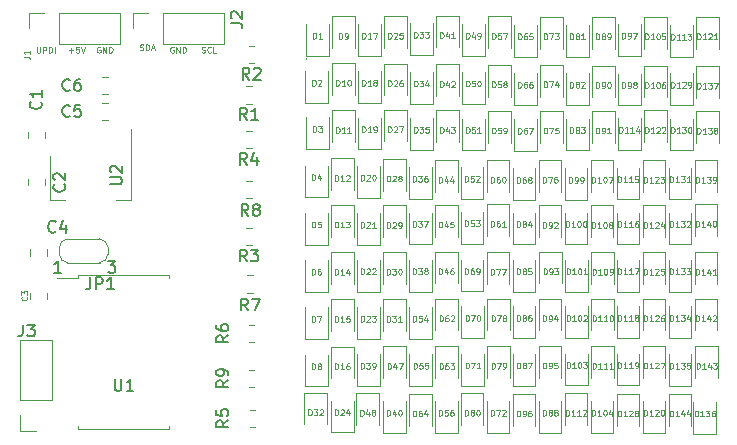
<source format=gbr>
%TF.GenerationSoftware,KiCad,Pcbnew,(6.0.2)*%
%TF.CreationDate,2022-05-19T16:25:25+02:00*%
%TF.ProjectId,AT806_Led-Matrix-Single,41543830-365f-44c6-9564-2d4d61747269,rev?*%
%TF.SameCoordinates,PX64e6140PY76a3180*%
%TF.FileFunction,Legend,Top*%
%TF.FilePolarity,Positive*%
%FSLAX46Y46*%
G04 Gerber Fmt 4.6, Leading zero omitted, Abs format (unit mm)*
G04 Created by KiCad (PCBNEW (6.0.2)) date 2022-05-19 16:25:25*
%MOMM*%
%LPD*%
G01*
G04 APERTURE LIST*
%ADD10C,0.125000*%
%ADD11C,0.150000*%
%ADD12C,0.120000*%
G04 APERTURE END LIST*
D10*
X24450000Y32121429D02*
X24473809Y32097620D01*
X24450000Y32073810D01*
X24426190Y32097620D01*
X24450000Y32121429D01*
X24450000Y32073810D01*
X10387013Y32809307D02*
X10458441Y32785497D01*
X10577489Y32785497D01*
X10625108Y32809307D01*
X10648917Y32833116D01*
X10672727Y32880735D01*
X10672727Y32928354D01*
X10648917Y32975973D01*
X10625108Y32999783D01*
X10577489Y33023592D01*
X10482251Y33047402D01*
X10434632Y33071211D01*
X10410822Y33095021D01*
X10387013Y33142640D01*
X10387013Y33190259D01*
X10410822Y33237878D01*
X10434632Y33261687D01*
X10482251Y33285497D01*
X10601298Y33285497D01*
X10672727Y33261687D01*
X10887013Y32785497D02*
X10887013Y33285497D01*
X11006060Y33285497D01*
X11077489Y33261687D01*
X11125108Y33214068D01*
X11148917Y33166449D01*
X11172727Y33071211D01*
X11172727Y32999783D01*
X11148917Y32904545D01*
X11125108Y32856926D01*
X11077489Y32809307D01*
X11006060Y32785497D01*
X10887013Y32785497D01*
X11363203Y32928354D02*
X11601298Y32928354D01*
X11315584Y32785497D02*
X11482251Y33285497D01*
X11648917Y32785497D01*
X4348377Y32764286D02*
X4729330Y32764286D01*
X4538854Y32573810D02*
X4538854Y32954762D01*
X5205520Y33073810D02*
X4967425Y33073810D01*
X4943615Y32835715D01*
X4967425Y32859524D01*
X5015044Y32883334D01*
X5134092Y32883334D01*
X5181711Y32859524D01*
X5205520Y32835715D01*
X5229330Y32788096D01*
X5229330Y32669048D01*
X5205520Y32621429D01*
X5181711Y32597620D01*
X5134092Y32573810D01*
X5015044Y32573810D01*
X4967425Y32597620D01*
X4943615Y32621429D01*
X5372187Y33073810D02*
X5538854Y32573810D01*
X5705520Y33073810D01*
X7011795Y33050000D02*
X6964176Y33073810D01*
X6892748Y33073810D01*
X6821319Y33050000D01*
X6773700Y33002381D01*
X6749890Y32954762D01*
X6726081Y32859524D01*
X6726081Y32788096D01*
X6749890Y32692858D01*
X6773700Y32645239D01*
X6821319Y32597620D01*
X6892748Y32573810D01*
X6940367Y32573810D01*
X7011795Y32597620D01*
X7035605Y32621429D01*
X7035605Y32788096D01*
X6940367Y32788096D01*
X7249890Y32573810D02*
X7249890Y33073810D01*
X7535605Y32573810D01*
X7535605Y33073810D01*
X7773700Y32573810D02*
X7773700Y33073810D01*
X7892748Y33073810D01*
X7964176Y33050000D01*
X8011795Y33002381D01*
X8035605Y32954762D01*
X8059414Y32859524D01*
X8059414Y32788096D01*
X8035605Y32692858D01*
X8011795Y32645239D01*
X7964176Y32597620D01*
X7892748Y32573810D01*
X7773700Y32573810D01*
X13219047Y33050000D02*
X13171428Y33073810D01*
X13100000Y33073810D01*
X13028571Y33050000D01*
X12980952Y33002381D01*
X12957142Y32954762D01*
X12933333Y32859524D01*
X12933333Y32788096D01*
X12957142Y32692858D01*
X12980952Y32645239D01*
X13028571Y32597620D01*
X13100000Y32573810D01*
X13147619Y32573810D01*
X13219047Y32597620D01*
X13242857Y32621429D01*
X13242857Y32788096D01*
X13147619Y32788096D01*
X13457142Y32573810D02*
X13457142Y33073810D01*
X13742857Y32573810D01*
X13742857Y33073810D01*
X13980952Y32573810D02*
X13980952Y33073810D01*
X14100000Y33073810D01*
X14171428Y33050000D01*
X14219047Y33002381D01*
X14242857Y32954762D01*
X14266666Y32859524D01*
X14266666Y32788096D01*
X14242857Y32692858D01*
X14219047Y32645239D01*
X14171428Y32597620D01*
X14100000Y32573810D01*
X13980952Y32573810D01*
X1634995Y33073810D02*
X1634995Y32669048D01*
X1658804Y32621429D01*
X1682614Y32597620D01*
X1730233Y32573810D01*
X1825471Y32573810D01*
X1873090Y32597620D01*
X1896900Y32621429D01*
X1920709Y32669048D01*
X1920709Y33073810D01*
X2158804Y32573810D02*
X2158804Y33073810D01*
X2349280Y33073810D01*
X2396900Y33050000D01*
X2420709Y33026191D01*
X2444519Y32978572D01*
X2444519Y32907143D01*
X2420709Y32859524D01*
X2396900Y32835715D01*
X2349280Y32811905D01*
X2158804Y32811905D01*
X2658804Y32573810D02*
X2658804Y33073810D01*
X2777852Y33073810D01*
X2849280Y33050000D01*
X2896900Y33002381D01*
X2920709Y32954762D01*
X2944519Y32859524D01*
X2944519Y32788096D01*
X2920709Y32692858D01*
X2896900Y32645239D01*
X2849280Y32597620D01*
X2777852Y32573810D01*
X2658804Y32573810D01*
X3158804Y32573810D02*
X3158804Y33073810D01*
X15599274Y32597620D02*
X15670703Y32573810D01*
X15789751Y32573810D01*
X15837370Y32597620D01*
X15861179Y32621429D01*
X15884989Y32669048D01*
X15884989Y32716667D01*
X15861179Y32764286D01*
X15837370Y32788096D01*
X15789751Y32811905D01*
X15694513Y32835715D01*
X15646893Y32859524D01*
X15623084Y32883334D01*
X15599274Y32930953D01*
X15599274Y32978572D01*
X15623084Y33026191D01*
X15646893Y33050000D01*
X15694513Y33073810D01*
X15813560Y33073810D01*
X15884989Y33050000D01*
X16384989Y32621429D02*
X16361179Y32597620D01*
X16289751Y32573810D01*
X16242132Y32573810D01*
X16170703Y32597620D01*
X16123084Y32645239D01*
X16099274Y32692858D01*
X16075465Y32788096D01*
X16075465Y32859524D01*
X16099274Y32954762D01*
X16123084Y33002381D01*
X16170703Y33050000D01*
X16242132Y33073810D01*
X16289751Y33073810D01*
X16361179Y33050000D01*
X16384989Y33026191D01*
X16837370Y32573810D02*
X16599274Y32573810D01*
X16599274Y33073810D01*
%TO.C,D125*%
X53054761Y13786310D02*
X53054761Y14286310D01*
X53173809Y14286310D01*
X53245238Y14262500D01*
X53292857Y14214881D01*
X53316666Y14167262D01*
X53340476Y14072024D01*
X53340476Y14000596D01*
X53316666Y13905358D01*
X53292857Y13857739D01*
X53245238Y13810120D01*
X53173809Y13786310D01*
X53054761Y13786310D01*
X53816666Y13786310D02*
X53530952Y13786310D01*
X53673809Y13786310D02*
X53673809Y14286310D01*
X53626190Y14214881D01*
X53578571Y14167262D01*
X53530952Y14143453D01*
X54007142Y14238691D02*
X54030952Y14262500D01*
X54078571Y14286310D01*
X54197619Y14286310D01*
X54245238Y14262500D01*
X54269047Y14238691D01*
X54292857Y14191072D01*
X54292857Y14143453D01*
X54269047Y14072024D01*
X53983333Y13786310D01*
X54292857Y13786310D01*
X54745238Y14286310D02*
X54507142Y14286310D01*
X54483333Y14048215D01*
X54507142Y14072024D01*
X54554761Y14095834D01*
X54673809Y14095834D01*
X54721428Y14072024D01*
X54745238Y14048215D01*
X54769047Y14000596D01*
X54769047Y13881548D01*
X54745238Y13833929D01*
X54721428Y13810120D01*
X54673809Y13786310D01*
X54554761Y13786310D01*
X54507142Y13810120D01*
X54483333Y13833929D01*
%TO.C,D45*%
X35692857Y17773810D02*
X35692857Y18273810D01*
X35811904Y18273810D01*
X35883333Y18250000D01*
X35930952Y18202381D01*
X35954761Y18154762D01*
X35978571Y18059524D01*
X35978571Y17988096D01*
X35954761Y17892858D01*
X35930952Y17845239D01*
X35883333Y17797620D01*
X35811904Y17773810D01*
X35692857Y17773810D01*
X36407142Y18107143D02*
X36407142Y17773810D01*
X36288095Y18297620D02*
X36169047Y17940477D01*
X36478571Y17940477D01*
X36907142Y18273810D02*
X36669047Y18273810D01*
X36645238Y18035715D01*
X36669047Y18059524D01*
X36716666Y18083334D01*
X36835714Y18083334D01*
X36883333Y18059524D01*
X36907142Y18035715D01*
X36930952Y17988096D01*
X36930952Y17869048D01*
X36907142Y17821429D01*
X36883333Y17797620D01*
X36835714Y17773810D01*
X36716666Y17773810D01*
X36669047Y17797620D01*
X36645238Y17821429D01*
%TO.C,D46*%
X35692857Y13823810D02*
X35692857Y14323810D01*
X35811904Y14323810D01*
X35883333Y14300000D01*
X35930952Y14252381D01*
X35954761Y14204762D01*
X35978571Y14109524D01*
X35978571Y14038096D01*
X35954761Y13942858D01*
X35930952Y13895239D01*
X35883333Y13847620D01*
X35811904Y13823810D01*
X35692857Y13823810D01*
X36407142Y14157143D02*
X36407142Y13823810D01*
X36288095Y14347620D02*
X36169047Y13990477D01*
X36478571Y13990477D01*
X36883333Y14323810D02*
X36788095Y14323810D01*
X36740476Y14300000D01*
X36716666Y14276191D01*
X36669047Y14204762D01*
X36645238Y14109524D01*
X36645238Y13919048D01*
X36669047Y13871429D01*
X36692857Y13847620D01*
X36740476Y13823810D01*
X36835714Y13823810D01*
X36883333Y13847620D01*
X36907142Y13871429D01*
X36930952Y13919048D01*
X36930952Y14038096D01*
X36907142Y14085715D01*
X36883333Y14109524D01*
X36835714Y14133334D01*
X36740476Y14133334D01*
X36692857Y14109524D01*
X36669047Y14085715D01*
X36645238Y14038096D01*
%TO.C,D7*%
X24930952Y9773810D02*
X24930952Y10273810D01*
X25050000Y10273810D01*
X25121428Y10250000D01*
X25169047Y10202381D01*
X25192857Y10154762D01*
X25216666Y10059524D01*
X25216666Y9988096D01*
X25192857Y9892858D01*
X25169047Y9845239D01*
X25121428Y9797620D01*
X25050000Y9773810D01*
X24930952Y9773810D01*
X25383333Y10273810D02*
X25716666Y10273810D01*
X25502380Y9773810D01*
%TO.C,D144*%
X55254761Y1773810D02*
X55254761Y2273810D01*
X55373809Y2273810D01*
X55445238Y2250000D01*
X55492857Y2202381D01*
X55516666Y2154762D01*
X55540476Y2059524D01*
X55540476Y1988096D01*
X55516666Y1892858D01*
X55492857Y1845239D01*
X55445238Y1797620D01*
X55373809Y1773810D01*
X55254761Y1773810D01*
X56016666Y1773810D02*
X55730952Y1773810D01*
X55873809Y1773810D02*
X55873809Y2273810D01*
X55826190Y2202381D01*
X55778571Y2154762D01*
X55730952Y2130953D01*
X56445238Y2107143D02*
X56445238Y1773810D01*
X56326190Y2297620D02*
X56207142Y1940477D01*
X56516666Y1940477D01*
X56921428Y2107143D02*
X56921428Y1773810D01*
X56802380Y2297620D02*
X56683333Y1940477D01*
X56992857Y1940477D01*
%TO.C,D105*%
X53154761Y33698810D02*
X53154761Y34198810D01*
X53273809Y34198810D01*
X53345238Y34175000D01*
X53392857Y34127381D01*
X53416666Y34079762D01*
X53440476Y33984524D01*
X53440476Y33913096D01*
X53416666Y33817858D01*
X53392857Y33770239D01*
X53345238Y33722620D01*
X53273809Y33698810D01*
X53154761Y33698810D01*
X53916666Y33698810D02*
X53630952Y33698810D01*
X53773809Y33698810D02*
X53773809Y34198810D01*
X53726190Y34127381D01*
X53678571Y34079762D01*
X53630952Y34055953D01*
X54226190Y34198810D02*
X54273809Y34198810D01*
X54321428Y34175000D01*
X54345238Y34151191D01*
X54369047Y34103572D01*
X54392857Y34008334D01*
X54392857Y33889286D01*
X54369047Y33794048D01*
X54345238Y33746429D01*
X54321428Y33722620D01*
X54273809Y33698810D01*
X54226190Y33698810D01*
X54178571Y33722620D01*
X54154761Y33746429D01*
X54130952Y33794048D01*
X54107142Y33889286D01*
X54107142Y34008334D01*
X54130952Y34103572D01*
X54154761Y34151191D01*
X54178571Y34175000D01*
X54226190Y34198810D01*
X54845238Y34198810D02*
X54607142Y34198810D01*
X54583333Y33960715D01*
X54607142Y33984524D01*
X54654761Y34008334D01*
X54773809Y34008334D01*
X54821428Y33984524D01*
X54845238Y33960715D01*
X54869047Y33913096D01*
X54869047Y33794048D01*
X54845238Y33746429D01*
X54821428Y33722620D01*
X54773809Y33698810D01*
X54654761Y33698810D01*
X54607142Y33722620D01*
X54583333Y33746429D01*
%TO.C,D122*%
X53154761Y25773810D02*
X53154761Y26273810D01*
X53273809Y26273810D01*
X53345238Y26250000D01*
X53392857Y26202381D01*
X53416666Y26154762D01*
X53440476Y26059524D01*
X53440476Y25988096D01*
X53416666Y25892858D01*
X53392857Y25845239D01*
X53345238Y25797620D01*
X53273809Y25773810D01*
X53154761Y25773810D01*
X53916666Y25773810D02*
X53630952Y25773810D01*
X53773809Y25773810D02*
X53773809Y26273810D01*
X53726190Y26202381D01*
X53678571Y26154762D01*
X53630952Y26130953D01*
X54107142Y26226191D02*
X54130952Y26250000D01*
X54178571Y26273810D01*
X54297619Y26273810D01*
X54345238Y26250000D01*
X54369047Y26226191D01*
X54392857Y26178572D01*
X54392857Y26130953D01*
X54369047Y26059524D01*
X54083333Y25773810D01*
X54392857Y25773810D01*
X54583333Y26226191D02*
X54607142Y26250000D01*
X54654761Y26273810D01*
X54773809Y26273810D01*
X54821428Y26250000D01*
X54845238Y26226191D01*
X54869047Y26178572D01*
X54869047Y26130953D01*
X54845238Y26059524D01*
X54559523Y25773810D01*
X54869047Y25773810D01*
%TO.C,D139*%
X57454761Y21573810D02*
X57454761Y22073810D01*
X57573809Y22073810D01*
X57645238Y22050000D01*
X57692857Y22002381D01*
X57716666Y21954762D01*
X57740476Y21859524D01*
X57740476Y21788096D01*
X57716666Y21692858D01*
X57692857Y21645239D01*
X57645238Y21597620D01*
X57573809Y21573810D01*
X57454761Y21573810D01*
X58216666Y21573810D02*
X57930952Y21573810D01*
X58073809Y21573810D02*
X58073809Y22073810D01*
X58026190Y22002381D01*
X57978571Y21954762D01*
X57930952Y21930953D01*
X58383333Y22073810D02*
X58692857Y22073810D01*
X58526190Y21883334D01*
X58597619Y21883334D01*
X58645238Y21859524D01*
X58669047Y21835715D01*
X58692857Y21788096D01*
X58692857Y21669048D01*
X58669047Y21621429D01*
X58645238Y21597620D01*
X58597619Y21573810D01*
X58454761Y21573810D01*
X58407142Y21597620D01*
X58383333Y21621429D01*
X58930952Y21573810D02*
X59026190Y21573810D01*
X59073809Y21597620D01*
X59097619Y21621429D01*
X59145238Y21692858D01*
X59169047Y21788096D01*
X59169047Y21978572D01*
X59145238Y22026191D01*
X59121428Y22050000D01*
X59073809Y22073810D01*
X58978571Y22073810D01*
X58930952Y22050000D01*
X58907142Y22026191D01*
X58883333Y21978572D01*
X58883333Y21859524D01*
X58907142Y21811905D01*
X58930952Y21788096D01*
X58978571Y21764286D01*
X59073809Y21764286D01*
X59121428Y21788096D01*
X59145238Y21811905D01*
X59169047Y21859524D01*
D11*
%TO.C,R1*%
X19433333Y26897620D02*
X19100000Y27373810D01*
X18861904Y26897620D02*
X18861904Y27897620D01*
X19242857Y27897620D01*
X19338095Y27850000D01*
X19385714Y27802381D01*
X19433333Y27707143D01*
X19433333Y27564286D01*
X19385714Y27469048D01*
X19338095Y27421429D01*
X19242857Y27373810D01*
X18861904Y27373810D01*
X20385714Y26897620D02*
X19814285Y26897620D01*
X20100000Y26897620D02*
X20100000Y27897620D01*
X20004761Y27754762D01*
X19909523Y27659524D01*
X19814285Y27611905D01*
D10*
%TO.C,D115*%
X50854761Y21611310D02*
X50854761Y22111310D01*
X50973809Y22111310D01*
X51045238Y22087500D01*
X51092857Y22039881D01*
X51116666Y21992262D01*
X51140476Y21897024D01*
X51140476Y21825596D01*
X51116666Y21730358D01*
X51092857Y21682739D01*
X51045238Y21635120D01*
X50973809Y21611310D01*
X50854761Y21611310D01*
X51616666Y21611310D02*
X51330952Y21611310D01*
X51473809Y21611310D02*
X51473809Y22111310D01*
X51426190Y22039881D01*
X51378571Y21992262D01*
X51330952Y21968453D01*
X52092857Y21611310D02*
X51807142Y21611310D01*
X51950000Y21611310D02*
X51950000Y22111310D01*
X51902380Y22039881D01*
X51854761Y21992262D01*
X51807142Y21968453D01*
X52545238Y22111310D02*
X52307142Y22111310D01*
X52283333Y21873215D01*
X52307142Y21897024D01*
X52354761Y21920834D01*
X52473809Y21920834D01*
X52521428Y21897024D01*
X52545238Y21873215D01*
X52569047Y21825596D01*
X52569047Y21706548D01*
X52545238Y21658929D01*
X52521428Y21635120D01*
X52473809Y21611310D01*
X52354761Y21611310D01*
X52307142Y21635120D01*
X52283333Y21658929D01*
%TO.C,D2*%
X24980952Y29773810D02*
X24980952Y30273810D01*
X25100000Y30273810D01*
X25171428Y30250000D01*
X25219047Y30202381D01*
X25242857Y30154762D01*
X25266666Y30059524D01*
X25266666Y29988096D01*
X25242857Y29892858D01*
X25219047Y29845239D01*
X25171428Y29797620D01*
X25100000Y29773810D01*
X24980952Y29773810D01*
X25457142Y30226191D02*
X25480952Y30250000D01*
X25528571Y30273810D01*
X25647619Y30273810D01*
X25695238Y30250000D01*
X25719047Y30226191D01*
X25742857Y30178572D01*
X25742857Y30130953D01*
X25719047Y30059524D01*
X25433333Y29773810D01*
X25742857Y29773810D01*
%TO.C,D118*%
X50854761Y9873810D02*
X50854761Y10373810D01*
X50973809Y10373810D01*
X51045238Y10350000D01*
X51092857Y10302381D01*
X51116666Y10254762D01*
X51140476Y10159524D01*
X51140476Y10088096D01*
X51116666Y9992858D01*
X51092857Y9945239D01*
X51045238Y9897620D01*
X50973809Y9873810D01*
X50854761Y9873810D01*
X51616666Y9873810D02*
X51330952Y9873810D01*
X51473809Y9873810D02*
X51473809Y10373810D01*
X51426190Y10302381D01*
X51378571Y10254762D01*
X51330952Y10230953D01*
X52092857Y9873810D02*
X51807142Y9873810D01*
X51950000Y9873810D02*
X51950000Y10373810D01*
X51902380Y10302381D01*
X51854761Y10254762D01*
X51807142Y10230953D01*
X52378571Y10159524D02*
X52330952Y10183334D01*
X52307142Y10207143D01*
X52283333Y10254762D01*
X52283333Y10278572D01*
X52307142Y10326191D01*
X52330952Y10350000D01*
X52378571Y10373810D01*
X52473809Y10373810D01*
X52521428Y10350000D01*
X52545238Y10326191D01*
X52569047Y10278572D01*
X52569047Y10254762D01*
X52545238Y10207143D01*
X52521428Y10183334D01*
X52473809Y10159524D01*
X52378571Y10159524D01*
X52330952Y10135715D01*
X52307142Y10111905D01*
X52283333Y10064286D01*
X52283333Y9969048D01*
X52307142Y9921429D01*
X52330952Y9897620D01*
X52378571Y9873810D01*
X52473809Y9873810D01*
X52521428Y9897620D01*
X52545238Y9921429D01*
X52569047Y9969048D01*
X52569047Y10064286D01*
X52545238Y10111905D01*
X52521428Y10135715D01*
X52473809Y10159524D01*
%TO.C,D100*%
X46454761Y17811310D02*
X46454761Y18311310D01*
X46573809Y18311310D01*
X46645238Y18287500D01*
X46692857Y18239881D01*
X46716666Y18192262D01*
X46740476Y18097024D01*
X46740476Y18025596D01*
X46716666Y17930358D01*
X46692857Y17882739D01*
X46645238Y17835120D01*
X46573809Y17811310D01*
X46454761Y17811310D01*
X47216666Y17811310D02*
X46930952Y17811310D01*
X47073809Y17811310D02*
X47073809Y18311310D01*
X47026190Y18239881D01*
X46978571Y18192262D01*
X46930952Y18168453D01*
X47526190Y18311310D02*
X47573809Y18311310D01*
X47621428Y18287500D01*
X47645238Y18263691D01*
X47669047Y18216072D01*
X47692857Y18120834D01*
X47692857Y18001786D01*
X47669047Y17906548D01*
X47645238Y17858929D01*
X47621428Y17835120D01*
X47573809Y17811310D01*
X47526190Y17811310D01*
X47478571Y17835120D01*
X47454761Y17858929D01*
X47430952Y17906548D01*
X47407142Y18001786D01*
X47407142Y18120834D01*
X47430952Y18216072D01*
X47454761Y18263691D01*
X47478571Y18287500D01*
X47526190Y18311310D01*
X48002380Y18311310D02*
X48050000Y18311310D01*
X48097619Y18287500D01*
X48121428Y18263691D01*
X48145238Y18216072D01*
X48169047Y18120834D01*
X48169047Y18001786D01*
X48145238Y17906548D01*
X48121428Y17858929D01*
X48097619Y17835120D01*
X48050000Y17811310D01*
X48002380Y17811310D01*
X47954761Y17835120D01*
X47930952Y17858929D01*
X47907142Y17906548D01*
X47883333Y18001786D01*
X47883333Y18120834D01*
X47907142Y18216072D01*
X47930952Y18263691D01*
X47954761Y18287500D01*
X48002380Y18311310D01*
%TO.C,D51*%
X37992857Y25773810D02*
X37992857Y26273810D01*
X38111904Y26273810D01*
X38183333Y26250000D01*
X38230952Y26202381D01*
X38254761Y26154762D01*
X38278571Y26059524D01*
X38278571Y25988096D01*
X38254761Y25892858D01*
X38230952Y25845239D01*
X38183333Y25797620D01*
X38111904Y25773810D01*
X37992857Y25773810D01*
X38730952Y26273810D02*
X38492857Y26273810D01*
X38469047Y26035715D01*
X38492857Y26059524D01*
X38540476Y26083334D01*
X38659523Y26083334D01*
X38707142Y26059524D01*
X38730952Y26035715D01*
X38754761Y25988096D01*
X38754761Y25869048D01*
X38730952Y25821429D01*
X38707142Y25797620D01*
X38659523Y25773810D01*
X38540476Y25773810D01*
X38492857Y25797620D01*
X38469047Y25821429D01*
X39230952Y25773810D02*
X38945238Y25773810D01*
X39088095Y25773810D02*
X39088095Y26273810D01*
X39040476Y26202381D01*
X38992857Y26154762D01*
X38945238Y26130953D01*
%TO.C,D78*%
X40142857Y9836310D02*
X40142857Y10336310D01*
X40261904Y10336310D01*
X40333333Y10312500D01*
X40380952Y10264881D01*
X40404761Y10217262D01*
X40428571Y10122024D01*
X40428571Y10050596D01*
X40404761Y9955358D01*
X40380952Y9907739D01*
X40333333Y9860120D01*
X40261904Y9836310D01*
X40142857Y9836310D01*
X40595238Y10336310D02*
X40928571Y10336310D01*
X40714285Y9836310D01*
X41190476Y10122024D02*
X41142857Y10145834D01*
X41119047Y10169643D01*
X41095238Y10217262D01*
X41095238Y10241072D01*
X41119047Y10288691D01*
X41142857Y10312500D01*
X41190476Y10336310D01*
X41285714Y10336310D01*
X41333333Y10312500D01*
X41357142Y10288691D01*
X41380952Y10241072D01*
X41380952Y10217262D01*
X41357142Y10169643D01*
X41333333Y10145834D01*
X41285714Y10122024D01*
X41190476Y10122024D01*
X41142857Y10098215D01*
X41119047Y10074405D01*
X41095238Y10026786D01*
X41095238Y9931548D01*
X41119047Y9883929D01*
X41142857Y9860120D01*
X41190476Y9836310D01*
X41285714Y9836310D01*
X41333333Y9860120D01*
X41357142Y9883929D01*
X41380952Y9931548D01*
X41380952Y10026786D01*
X41357142Y10074405D01*
X41333333Y10098215D01*
X41285714Y10122024D01*
%TO.C,D142*%
X57454761Y9836310D02*
X57454761Y10336310D01*
X57573809Y10336310D01*
X57645238Y10312500D01*
X57692857Y10264881D01*
X57716666Y10217262D01*
X57740476Y10122024D01*
X57740476Y10050596D01*
X57716666Y9955358D01*
X57692857Y9907739D01*
X57645238Y9860120D01*
X57573809Y9836310D01*
X57454761Y9836310D01*
X58216666Y9836310D02*
X57930952Y9836310D01*
X58073809Y9836310D02*
X58073809Y10336310D01*
X58026190Y10264881D01*
X57978571Y10217262D01*
X57930952Y10193453D01*
X58645238Y10169643D02*
X58645238Y9836310D01*
X58526190Y10360120D02*
X58407142Y10002977D01*
X58716666Y10002977D01*
X58883333Y10288691D02*
X58907142Y10312500D01*
X58954761Y10336310D01*
X59073809Y10336310D01*
X59121428Y10312500D01*
X59145238Y10288691D01*
X59169047Y10241072D01*
X59169047Y10193453D01*
X59145238Y10122024D01*
X58859523Y9836310D01*
X59169047Y9836310D01*
%TO.C,D41*%
X35792857Y33798810D02*
X35792857Y34298810D01*
X35911904Y34298810D01*
X35983333Y34275000D01*
X36030952Y34227381D01*
X36054761Y34179762D01*
X36078571Y34084524D01*
X36078571Y34013096D01*
X36054761Y33917858D01*
X36030952Y33870239D01*
X35983333Y33822620D01*
X35911904Y33798810D01*
X35792857Y33798810D01*
X36507142Y34132143D02*
X36507142Y33798810D01*
X36388095Y34322620D02*
X36269047Y33965477D01*
X36578571Y33965477D01*
X37030952Y33798810D02*
X36745238Y33798810D01*
X36888095Y33798810D02*
X36888095Y34298810D01*
X36840476Y34227381D01*
X36792857Y34179762D01*
X36745238Y34155953D01*
%TO.C,D30*%
X31292857Y13786310D02*
X31292857Y14286310D01*
X31411904Y14286310D01*
X31483333Y14262500D01*
X31530952Y14214881D01*
X31554761Y14167262D01*
X31578571Y14072024D01*
X31578571Y14000596D01*
X31554761Y13905358D01*
X31530952Y13857739D01*
X31483333Y13810120D01*
X31411904Y13786310D01*
X31292857Y13786310D01*
X31745238Y14286310D02*
X32054761Y14286310D01*
X31888095Y14095834D01*
X31959523Y14095834D01*
X32007142Y14072024D01*
X32030952Y14048215D01*
X32054761Y14000596D01*
X32054761Y13881548D01*
X32030952Y13833929D01*
X32007142Y13810120D01*
X31959523Y13786310D01*
X31816666Y13786310D01*
X31769047Y13810120D01*
X31745238Y13833929D01*
X32364285Y14286310D02*
X32411904Y14286310D01*
X32459523Y14262500D01*
X32483333Y14238691D01*
X32507142Y14191072D01*
X32530952Y14095834D01*
X32530952Y13976786D01*
X32507142Y13881548D01*
X32483333Y13833929D01*
X32459523Y13810120D01*
X32411904Y13786310D01*
X32364285Y13786310D01*
X32316666Y13810120D01*
X32292857Y13833929D01*
X32269047Y13881548D01*
X32245238Y13976786D01*
X32245238Y14095834D01*
X32269047Y14191072D01*
X32292857Y14238691D01*
X32316666Y14262500D01*
X32364285Y14286310D01*
%TO.C,D102*%
X46504761Y9861310D02*
X46504761Y10361310D01*
X46623809Y10361310D01*
X46695238Y10337500D01*
X46742857Y10289881D01*
X46766666Y10242262D01*
X46790476Y10147024D01*
X46790476Y10075596D01*
X46766666Y9980358D01*
X46742857Y9932739D01*
X46695238Y9885120D01*
X46623809Y9861310D01*
X46504761Y9861310D01*
X47266666Y9861310D02*
X46980952Y9861310D01*
X47123809Y9861310D02*
X47123809Y10361310D01*
X47076190Y10289881D01*
X47028571Y10242262D01*
X46980952Y10218453D01*
X47576190Y10361310D02*
X47623809Y10361310D01*
X47671428Y10337500D01*
X47695238Y10313691D01*
X47719047Y10266072D01*
X47742857Y10170834D01*
X47742857Y10051786D01*
X47719047Y9956548D01*
X47695238Y9908929D01*
X47671428Y9885120D01*
X47623809Y9861310D01*
X47576190Y9861310D01*
X47528571Y9885120D01*
X47504761Y9908929D01*
X47480952Y9956548D01*
X47457142Y10051786D01*
X47457142Y10170834D01*
X47480952Y10266072D01*
X47504761Y10313691D01*
X47528571Y10337500D01*
X47576190Y10361310D01*
X47933333Y10313691D02*
X47957142Y10337500D01*
X48004761Y10361310D01*
X48123809Y10361310D01*
X48171428Y10337500D01*
X48195238Y10313691D01*
X48219047Y10266072D01*
X48219047Y10218453D01*
X48195238Y10147024D01*
X47909523Y9861310D01*
X48219047Y9861310D01*
%TO.C,D108*%
X48654761Y17736310D02*
X48654761Y18236310D01*
X48773809Y18236310D01*
X48845238Y18212500D01*
X48892857Y18164881D01*
X48916666Y18117262D01*
X48940476Y18022024D01*
X48940476Y17950596D01*
X48916666Y17855358D01*
X48892857Y17807739D01*
X48845238Y17760120D01*
X48773809Y17736310D01*
X48654761Y17736310D01*
X49416666Y17736310D02*
X49130952Y17736310D01*
X49273809Y17736310D02*
X49273809Y18236310D01*
X49226190Y18164881D01*
X49178571Y18117262D01*
X49130952Y18093453D01*
X49726190Y18236310D02*
X49773809Y18236310D01*
X49821428Y18212500D01*
X49845238Y18188691D01*
X49869047Y18141072D01*
X49892857Y18045834D01*
X49892857Y17926786D01*
X49869047Y17831548D01*
X49845238Y17783929D01*
X49821428Y17760120D01*
X49773809Y17736310D01*
X49726190Y17736310D01*
X49678571Y17760120D01*
X49654761Y17783929D01*
X49630952Y17831548D01*
X49607142Y17926786D01*
X49607142Y18045834D01*
X49630952Y18141072D01*
X49654761Y18188691D01*
X49678571Y18212500D01*
X49726190Y18236310D01*
X50178571Y18022024D02*
X50130952Y18045834D01*
X50107142Y18069643D01*
X50083333Y18117262D01*
X50083333Y18141072D01*
X50107142Y18188691D01*
X50130952Y18212500D01*
X50178571Y18236310D01*
X50273809Y18236310D01*
X50321428Y18212500D01*
X50345238Y18188691D01*
X50369047Y18141072D01*
X50369047Y18117262D01*
X50345238Y18069643D01*
X50321428Y18045834D01*
X50273809Y18022024D01*
X50178571Y18022024D01*
X50130952Y17998215D01*
X50107142Y17974405D01*
X50083333Y17926786D01*
X50083333Y17831548D01*
X50107142Y17783929D01*
X50130952Y17760120D01*
X50178571Y17736310D01*
X50273809Y17736310D01*
X50321428Y17760120D01*
X50345238Y17783929D01*
X50369047Y17831548D01*
X50369047Y17926786D01*
X50345238Y17974405D01*
X50321428Y17998215D01*
X50273809Y18022024D01*
%TO.C,D68*%
X42292857Y21548810D02*
X42292857Y22048810D01*
X42411904Y22048810D01*
X42483333Y22025000D01*
X42530952Y21977381D01*
X42554761Y21929762D01*
X42578571Y21834524D01*
X42578571Y21763096D01*
X42554761Y21667858D01*
X42530952Y21620239D01*
X42483333Y21572620D01*
X42411904Y21548810D01*
X42292857Y21548810D01*
X43007142Y22048810D02*
X42911904Y22048810D01*
X42864285Y22025000D01*
X42840476Y22001191D01*
X42792857Y21929762D01*
X42769047Y21834524D01*
X42769047Y21644048D01*
X42792857Y21596429D01*
X42816666Y21572620D01*
X42864285Y21548810D01*
X42959523Y21548810D01*
X43007142Y21572620D01*
X43030952Y21596429D01*
X43054761Y21644048D01*
X43054761Y21763096D01*
X43030952Y21810715D01*
X43007142Y21834524D01*
X42959523Y21858334D01*
X42864285Y21858334D01*
X42816666Y21834524D01*
X42792857Y21810715D01*
X42769047Y21763096D01*
X43340476Y21834524D02*
X43292857Y21858334D01*
X43269047Y21882143D01*
X43245238Y21929762D01*
X43245238Y21953572D01*
X43269047Y22001191D01*
X43292857Y22025000D01*
X43340476Y22048810D01*
X43435714Y22048810D01*
X43483333Y22025000D01*
X43507142Y22001191D01*
X43530952Y21953572D01*
X43530952Y21929762D01*
X43507142Y21882143D01*
X43483333Y21858334D01*
X43435714Y21834524D01*
X43340476Y21834524D01*
X43292857Y21810715D01*
X43269047Y21786905D01*
X43245238Y21739286D01*
X43245238Y21644048D01*
X43269047Y21596429D01*
X43292857Y21572620D01*
X43340476Y21548810D01*
X43435714Y21548810D01*
X43483333Y21572620D01*
X43507142Y21596429D01*
X43530952Y21644048D01*
X43530952Y21739286D01*
X43507142Y21786905D01*
X43483333Y21810715D01*
X43435714Y21834524D01*
%TO.C,D71*%
X37942857Y5836310D02*
X37942857Y6336310D01*
X38061904Y6336310D01*
X38133333Y6312500D01*
X38180952Y6264881D01*
X38204761Y6217262D01*
X38228571Y6122024D01*
X38228571Y6050596D01*
X38204761Y5955358D01*
X38180952Y5907739D01*
X38133333Y5860120D01*
X38061904Y5836310D01*
X37942857Y5836310D01*
X38395238Y6336310D02*
X38728571Y6336310D01*
X38514285Y5836310D01*
X39180952Y5836310D02*
X38895238Y5836310D01*
X39038095Y5836310D02*
X39038095Y6336310D01*
X38990476Y6264881D01*
X38942857Y6217262D01*
X38895238Y6193453D01*
%TO.C,D1*%
X25030952Y33773810D02*
X25030952Y34273810D01*
X25150000Y34273810D01*
X25221428Y34250000D01*
X25269047Y34202381D01*
X25292857Y34154762D01*
X25316666Y34059524D01*
X25316666Y33988096D01*
X25292857Y33892858D01*
X25269047Y33845239D01*
X25221428Y33797620D01*
X25150000Y33773810D01*
X25030952Y33773810D01*
X25792857Y33773810D02*
X25507142Y33773810D01*
X25650000Y33773810D02*
X25650000Y34273810D01*
X25602380Y34202381D01*
X25554761Y34154762D01*
X25507142Y34130953D01*
%TO.C,D137*%
X57554761Y29536310D02*
X57554761Y30036310D01*
X57673809Y30036310D01*
X57745238Y30012500D01*
X57792857Y29964881D01*
X57816666Y29917262D01*
X57840476Y29822024D01*
X57840476Y29750596D01*
X57816666Y29655358D01*
X57792857Y29607739D01*
X57745238Y29560120D01*
X57673809Y29536310D01*
X57554761Y29536310D01*
X58316666Y29536310D02*
X58030952Y29536310D01*
X58173809Y29536310D02*
X58173809Y30036310D01*
X58126190Y29964881D01*
X58078571Y29917262D01*
X58030952Y29893453D01*
X58483333Y30036310D02*
X58792857Y30036310D01*
X58626190Y29845834D01*
X58697619Y29845834D01*
X58745238Y29822024D01*
X58769047Y29798215D01*
X58792857Y29750596D01*
X58792857Y29631548D01*
X58769047Y29583929D01*
X58745238Y29560120D01*
X58697619Y29536310D01*
X58554761Y29536310D01*
X58507142Y29560120D01*
X58483333Y29583929D01*
X58959523Y30036310D02*
X59292857Y30036310D01*
X59078571Y29536310D01*
D11*
%TO.C,C2*%
X3957142Y21433334D02*
X4004761Y21385715D01*
X4052380Y21242858D01*
X4052380Y21147620D01*
X4004761Y21004762D01*
X3909523Y20909524D01*
X3814285Y20861905D01*
X3623809Y20814286D01*
X3480952Y20814286D01*
X3290476Y20861905D01*
X3195238Y20909524D01*
X3100000Y21004762D01*
X3052380Y21147620D01*
X3052380Y21242858D01*
X3100000Y21385715D01*
X3147619Y21433334D01*
X3147619Y21814286D02*
X3100000Y21861905D01*
X3052380Y21957143D01*
X3052380Y22195239D01*
X3100000Y22290477D01*
X3147619Y22338096D01*
X3242857Y22385715D01*
X3338095Y22385715D01*
X3480952Y22338096D01*
X4052380Y21766667D01*
X4052380Y22385715D01*
%TO.C,JP1*%
X6166666Y13547620D02*
X6166666Y12833334D01*
X6119047Y12690477D01*
X6023809Y12595239D01*
X5880952Y12547620D01*
X5785714Y12547620D01*
X6642857Y12547620D02*
X6642857Y13547620D01*
X7023809Y13547620D01*
X7119047Y13500000D01*
X7166666Y13452381D01*
X7214285Y13357143D01*
X7214285Y13214286D01*
X7166666Y13119048D01*
X7119047Y13071429D01*
X7023809Y13023810D01*
X6642857Y13023810D01*
X8166666Y12547620D02*
X7595238Y12547620D01*
X7880952Y12547620D02*
X7880952Y13547620D01*
X7785714Y13404762D01*
X7690476Y13309524D01*
X7595238Y13261905D01*
X7666666Y14947620D02*
X8285714Y14947620D01*
X7952380Y14566667D01*
X8095238Y14566667D01*
X8190476Y14519048D01*
X8238095Y14471429D01*
X8285714Y14376191D01*
X8285714Y14138096D01*
X8238095Y14042858D01*
X8190476Y13995239D01*
X8095238Y13947620D01*
X7809523Y13947620D01*
X7714285Y13995239D01*
X7666666Y14042858D01*
X3685714Y13947620D02*
X3114285Y13947620D01*
X3400000Y13947620D02*
X3400000Y14947620D01*
X3304761Y14804762D01*
X3209523Y14709524D01*
X3114285Y14661905D01*
D10*
%TO.C,D92*%
X44492857Y17736310D02*
X44492857Y18236310D01*
X44611904Y18236310D01*
X44683333Y18212500D01*
X44730952Y18164881D01*
X44754761Y18117262D01*
X44778571Y18022024D01*
X44778571Y17950596D01*
X44754761Y17855358D01*
X44730952Y17807739D01*
X44683333Y17760120D01*
X44611904Y17736310D01*
X44492857Y17736310D01*
X45016666Y17736310D02*
X45111904Y17736310D01*
X45159523Y17760120D01*
X45183333Y17783929D01*
X45230952Y17855358D01*
X45254761Y17950596D01*
X45254761Y18141072D01*
X45230952Y18188691D01*
X45207142Y18212500D01*
X45159523Y18236310D01*
X45064285Y18236310D01*
X45016666Y18212500D01*
X44992857Y18188691D01*
X44969047Y18141072D01*
X44969047Y18022024D01*
X44992857Y17974405D01*
X45016666Y17950596D01*
X45064285Y17926786D01*
X45159523Y17926786D01*
X45207142Y17950596D01*
X45230952Y17974405D01*
X45254761Y18022024D01*
X45445238Y18188691D02*
X45469047Y18212500D01*
X45516666Y18236310D01*
X45635714Y18236310D01*
X45683333Y18212500D01*
X45707142Y18188691D01*
X45730952Y18141072D01*
X45730952Y18093453D01*
X45707142Y18022024D01*
X45421428Y17736310D01*
X45730952Y17736310D01*
%TO.C,D123*%
X53054761Y21573810D02*
X53054761Y22073810D01*
X53173809Y22073810D01*
X53245238Y22050000D01*
X53292857Y22002381D01*
X53316666Y21954762D01*
X53340476Y21859524D01*
X53340476Y21788096D01*
X53316666Y21692858D01*
X53292857Y21645239D01*
X53245238Y21597620D01*
X53173809Y21573810D01*
X53054761Y21573810D01*
X53816666Y21573810D02*
X53530952Y21573810D01*
X53673809Y21573810D02*
X53673809Y22073810D01*
X53626190Y22002381D01*
X53578571Y21954762D01*
X53530952Y21930953D01*
X54007142Y22026191D02*
X54030952Y22050000D01*
X54078571Y22073810D01*
X54197619Y22073810D01*
X54245238Y22050000D01*
X54269047Y22026191D01*
X54292857Y21978572D01*
X54292857Y21930953D01*
X54269047Y21859524D01*
X53983333Y21573810D01*
X54292857Y21573810D01*
X54459523Y22073810D02*
X54769047Y22073810D01*
X54602380Y21883334D01*
X54673809Y21883334D01*
X54721428Y21859524D01*
X54745238Y21835715D01*
X54769047Y21788096D01*
X54769047Y21669048D01*
X54745238Y21621429D01*
X54721428Y21597620D01*
X54673809Y21573810D01*
X54530952Y21573810D01*
X54483333Y21597620D01*
X54459523Y21621429D01*
%TO.C,D57*%
X40192857Y33736310D02*
X40192857Y34236310D01*
X40311904Y34236310D01*
X40383333Y34212500D01*
X40430952Y34164881D01*
X40454761Y34117262D01*
X40478571Y34022024D01*
X40478571Y33950596D01*
X40454761Y33855358D01*
X40430952Y33807739D01*
X40383333Y33760120D01*
X40311904Y33736310D01*
X40192857Y33736310D01*
X40930952Y34236310D02*
X40692857Y34236310D01*
X40669047Y33998215D01*
X40692857Y34022024D01*
X40740476Y34045834D01*
X40859523Y34045834D01*
X40907142Y34022024D01*
X40930952Y33998215D01*
X40954761Y33950596D01*
X40954761Y33831548D01*
X40930952Y33783929D01*
X40907142Y33760120D01*
X40859523Y33736310D01*
X40740476Y33736310D01*
X40692857Y33760120D01*
X40669047Y33783929D01*
X41121428Y34236310D02*
X41454761Y34236310D01*
X41240476Y33736310D01*
%TO.C,D141*%
X57454761Y13773810D02*
X57454761Y14273810D01*
X57573809Y14273810D01*
X57645238Y14250000D01*
X57692857Y14202381D01*
X57716666Y14154762D01*
X57740476Y14059524D01*
X57740476Y13988096D01*
X57716666Y13892858D01*
X57692857Y13845239D01*
X57645238Y13797620D01*
X57573809Y13773810D01*
X57454761Y13773810D01*
X58216666Y13773810D02*
X57930952Y13773810D01*
X58073809Y13773810D02*
X58073809Y14273810D01*
X58026190Y14202381D01*
X57978571Y14154762D01*
X57930952Y14130953D01*
X58645238Y14107143D02*
X58645238Y13773810D01*
X58526190Y14297620D02*
X58407142Y13940477D01*
X58716666Y13940477D01*
X59169047Y13773810D02*
X58883333Y13773810D01*
X59026190Y13773810D02*
X59026190Y14273810D01*
X58978571Y14202381D01*
X58930952Y14154762D01*
X58883333Y14130953D01*
%TO.C,D143*%
X57504761Y5811310D02*
X57504761Y6311310D01*
X57623809Y6311310D01*
X57695238Y6287500D01*
X57742857Y6239881D01*
X57766666Y6192262D01*
X57790476Y6097024D01*
X57790476Y6025596D01*
X57766666Y5930358D01*
X57742857Y5882739D01*
X57695238Y5835120D01*
X57623809Y5811310D01*
X57504761Y5811310D01*
X58266666Y5811310D02*
X57980952Y5811310D01*
X58123809Y5811310D02*
X58123809Y6311310D01*
X58076190Y6239881D01*
X58028571Y6192262D01*
X57980952Y6168453D01*
X58695238Y6144643D02*
X58695238Y5811310D01*
X58576190Y6335120D02*
X58457142Y5977977D01*
X58766666Y5977977D01*
X58909523Y6311310D02*
X59219047Y6311310D01*
X59052380Y6120834D01*
X59123809Y6120834D01*
X59171428Y6097024D01*
X59195238Y6073215D01*
X59219047Y6025596D01*
X59219047Y5906548D01*
X59195238Y5858929D01*
X59171428Y5835120D01*
X59123809Y5811310D01*
X58980952Y5811310D01*
X58933333Y5835120D01*
X58909523Y5858929D01*
%TO.C,D8*%
X24930952Y5773810D02*
X24930952Y6273810D01*
X25050000Y6273810D01*
X25121428Y6250000D01*
X25169047Y6202381D01*
X25192857Y6154762D01*
X25216666Y6059524D01*
X25216666Y5988096D01*
X25192857Y5892858D01*
X25169047Y5845239D01*
X25121428Y5797620D01*
X25050000Y5773810D01*
X24930952Y5773810D01*
X25502380Y6059524D02*
X25454761Y6083334D01*
X25430952Y6107143D01*
X25407142Y6154762D01*
X25407142Y6178572D01*
X25430952Y6226191D01*
X25454761Y6250000D01*
X25502380Y6273810D01*
X25597619Y6273810D01*
X25645238Y6250000D01*
X25669047Y6226191D01*
X25692857Y6178572D01*
X25692857Y6154762D01*
X25669047Y6107143D01*
X25645238Y6083334D01*
X25597619Y6059524D01*
X25502380Y6059524D01*
X25454761Y6035715D01*
X25430952Y6011905D01*
X25407142Y5964286D01*
X25407142Y5869048D01*
X25430952Y5821429D01*
X25454761Y5797620D01*
X25502380Y5773810D01*
X25597619Y5773810D01*
X25645238Y5797620D01*
X25669047Y5821429D01*
X25692857Y5869048D01*
X25692857Y5964286D01*
X25669047Y6011905D01*
X25645238Y6035715D01*
X25597619Y6059524D01*
%TO.C,D77*%
X40092857Y13773810D02*
X40092857Y14273810D01*
X40211904Y14273810D01*
X40283333Y14250000D01*
X40330952Y14202381D01*
X40354761Y14154762D01*
X40378571Y14059524D01*
X40378571Y13988096D01*
X40354761Y13892858D01*
X40330952Y13845239D01*
X40283333Y13797620D01*
X40211904Y13773810D01*
X40092857Y13773810D01*
X40545238Y14273810D02*
X40878571Y14273810D01*
X40664285Y13773810D01*
X41021428Y14273810D02*
X41354761Y14273810D01*
X41140476Y13773810D01*
%TO.C,D135*%
X55254761Y5823810D02*
X55254761Y6323810D01*
X55373809Y6323810D01*
X55445238Y6300000D01*
X55492857Y6252381D01*
X55516666Y6204762D01*
X55540476Y6109524D01*
X55540476Y6038096D01*
X55516666Y5942858D01*
X55492857Y5895239D01*
X55445238Y5847620D01*
X55373809Y5823810D01*
X55254761Y5823810D01*
X56016666Y5823810D02*
X55730952Y5823810D01*
X55873809Y5823810D02*
X55873809Y6323810D01*
X55826190Y6252381D01*
X55778571Y6204762D01*
X55730952Y6180953D01*
X56183333Y6323810D02*
X56492857Y6323810D01*
X56326190Y6133334D01*
X56397619Y6133334D01*
X56445238Y6109524D01*
X56469047Y6085715D01*
X56492857Y6038096D01*
X56492857Y5919048D01*
X56469047Y5871429D01*
X56445238Y5847620D01*
X56397619Y5823810D01*
X56254761Y5823810D01*
X56207142Y5847620D01*
X56183333Y5871429D01*
X56945238Y6323810D02*
X56707142Y6323810D01*
X56683333Y6085715D01*
X56707142Y6109524D01*
X56754761Y6133334D01*
X56873809Y6133334D01*
X56921428Y6109524D01*
X56945238Y6085715D01*
X56969047Y6038096D01*
X56969047Y5919048D01*
X56945238Y5871429D01*
X56921428Y5847620D01*
X56873809Y5823810D01*
X56754761Y5823810D01*
X56707142Y5847620D01*
X56683333Y5871429D01*
%TO.C,D29*%
X31292857Y17736310D02*
X31292857Y18236310D01*
X31411904Y18236310D01*
X31483333Y18212500D01*
X31530952Y18164881D01*
X31554761Y18117262D01*
X31578571Y18022024D01*
X31578571Y17950596D01*
X31554761Y17855358D01*
X31530952Y17807739D01*
X31483333Y17760120D01*
X31411904Y17736310D01*
X31292857Y17736310D01*
X31769047Y18188691D02*
X31792857Y18212500D01*
X31840476Y18236310D01*
X31959523Y18236310D01*
X32007142Y18212500D01*
X32030952Y18188691D01*
X32054761Y18141072D01*
X32054761Y18093453D01*
X32030952Y18022024D01*
X31745238Y17736310D01*
X32054761Y17736310D01*
X32292857Y17736310D02*
X32388095Y17736310D01*
X32435714Y17760120D01*
X32459523Y17783929D01*
X32507142Y17855358D01*
X32530952Y17950596D01*
X32530952Y18141072D01*
X32507142Y18188691D01*
X32483333Y18212500D01*
X32435714Y18236310D01*
X32340476Y18236310D01*
X32292857Y18212500D01*
X32269047Y18188691D01*
X32245238Y18141072D01*
X32245238Y18022024D01*
X32269047Y17974405D01*
X32292857Y17950596D01*
X32340476Y17926786D01*
X32435714Y17926786D01*
X32483333Y17950596D01*
X32507142Y17974405D01*
X32530952Y18022024D01*
%TO.C,D16*%
X26892857Y5773810D02*
X26892857Y6273810D01*
X27011904Y6273810D01*
X27083333Y6250000D01*
X27130952Y6202381D01*
X27154761Y6154762D01*
X27178571Y6059524D01*
X27178571Y5988096D01*
X27154761Y5892858D01*
X27130952Y5845239D01*
X27083333Y5797620D01*
X27011904Y5773810D01*
X26892857Y5773810D01*
X27654761Y5773810D02*
X27369047Y5773810D01*
X27511904Y5773810D02*
X27511904Y6273810D01*
X27464285Y6202381D01*
X27416666Y6154762D01*
X27369047Y6130953D01*
X28083333Y6273810D02*
X27988095Y6273810D01*
X27940476Y6250000D01*
X27916666Y6226191D01*
X27869047Y6154762D01*
X27845238Y6059524D01*
X27845238Y5869048D01*
X27869047Y5821429D01*
X27892857Y5797620D01*
X27940476Y5773810D01*
X28035714Y5773810D01*
X28083333Y5797620D01*
X28107142Y5821429D01*
X28130952Y5869048D01*
X28130952Y5988096D01*
X28107142Y6035715D01*
X28083333Y6059524D01*
X28035714Y6083334D01*
X27940476Y6083334D01*
X27892857Y6059524D01*
X27869047Y6035715D01*
X27845238Y5988096D01*
D11*
%TO.C,C1*%
X1957142Y28433334D02*
X2004761Y28385715D01*
X2052380Y28242858D01*
X2052380Y28147620D01*
X2004761Y28004762D01*
X1909523Y27909524D01*
X1814285Y27861905D01*
X1623809Y27814286D01*
X1480952Y27814286D01*
X1290476Y27861905D01*
X1195238Y27909524D01*
X1100000Y28004762D01*
X1052380Y28147620D01*
X1052380Y28242858D01*
X1100000Y28385715D01*
X1147619Y28433334D01*
X2052380Y29385715D02*
X2052380Y28814286D01*
X2052380Y29100000D02*
X1052380Y29100000D01*
X1195238Y29004762D01*
X1290476Y28909524D01*
X1338095Y28814286D01*
D10*
%TO.C,D87*%
X42292857Y5836310D02*
X42292857Y6336310D01*
X42411904Y6336310D01*
X42483333Y6312500D01*
X42530952Y6264881D01*
X42554761Y6217262D01*
X42578571Y6122024D01*
X42578571Y6050596D01*
X42554761Y5955358D01*
X42530952Y5907739D01*
X42483333Y5860120D01*
X42411904Y5836310D01*
X42292857Y5836310D01*
X42864285Y6122024D02*
X42816666Y6145834D01*
X42792857Y6169643D01*
X42769047Y6217262D01*
X42769047Y6241072D01*
X42792857Y6288691D01*
X42816666Y6312500D01*
X42864285Y6336310D01*
X42959523Y6336310D01*
X43007142Y6312500D01*
X43030952Y6288691D01*
X43054761Y6241072D01*
X43054761Y6217262D01*
X43030952Y6169643D01*
X43007142Y6145834D01*
X42959523Y6122024D01*
X42864285Y6122024D01*
X42816666Y6098215D01*
X42792857Y6074405D01*
X42769047Y6026786D01*
X42769047Y5931548D01*
X42792857Y5883929D01*
X42816666Y5860120D01*
X42864285Y5836310D01*
X42959523Y5836310D01*
X43007142Y5860120D01*
X43030952Y5883929D01*
X43054761Y5931548D01*
X43054761Y6026786D01*
X43030952Y6074405D01*
X43007142Y6098215D01*
X42959523Y6122024D01*
X43221428Y6336310D02*
X43554761Y6336310D01*
X43340476Y5836310D01*
%TO.C,D128*%
X50854761Y1773810D02*
X50854761Y2273810D01*
X50973809Y2273810D01*
X51045238Y2250000D01*
X51092857Y2202381D01*
X51116666Y2154762D01*
X51140476Y2059524D01*
X51140476Y1988096D01*
X51116666Y1892858D01*
X51092857Y1845239D01*
X51045238Y1797620D01*
X50973809Y1773810D01*
X50854761Y1773810D01*
X51616666Y1773810D02*
X51330952Y1773810D01*
X51473809Y1773810D02*
X51473809Y2273810D01*
X51426190Y2202381D01*
X51378571Y2154762D01*
X51330952Y2130953D01*
X51807142Y2226191D02*
X51830952Y2250000D01*
X51878571Y2273810D01*
X51997619Y2273810D01*
X52045238Y2250000D01*
X52069047Y2226191D01*
X52092857Y2178572D01*
X52092857Y2130953D01*
X52069047Y2059524D01*
X51783333Y1773810D01*
X52092857Y1773810D01*
X52378571Y2059524D02*
X52330952Y2083334D01*
X52307142Y2107143D01*
X52283333Y2154762D01*
X52283333Y2178572D01*
X52307142Y2226191D01*
X52330952Y2250000D01*
X52378571Y2273810D01*
X52473809Y2273810D01*
X52521428Y2250000D01*
X52545238Y2226191D01*
X52569047Y2178572D01*
X52569047Y2154762D01*
X52545238Y2107143D01*
X52521428Y2083334D01*
X52473809Y2059524D01*
X52378571Y2059524D01*
X52330952Y2035715D01*
X52307142Y2011905D01*
X52283333Y1964286D01*
X52283333Y1869048D01*
X52307142Y1821429D01*
X52330952Y1797620D01*
X52378571Y1773810D01*
X52473809Y1773810D01*
X52521428Y1797620D01*
X52545238Y1821429D01*
X52569047Y1869048D01*
X52569047Y1964286D01*
X52545238Y2011905D01*
X52521428Y2035715D01*
X52473809Y2059524D01*
%TO.C,D67*%
X42392857Y25711310D02*
X42392857Y26211310D01*
X42511904Y26211310D01*
X42583333Y26187500D01*
X42630952Y26139881D01*
X42654761Y26092262D01*
X42678571Y25997024D01*
X42678571Y25925596D01*
X42654761Y25830358D01*
X42630952Y25782739D01*
X42583333Y25735120D01*
X42511904Y25711310D01*
X42392857Y25711310D01*
X43107142Y26211310D02*
X43011904Y26211310D01*
X42964285Y26187500D01*
X42940476Y26163691D01*
X42892857Y26092262D01*
X42869047Y25997024D01*
X42869047Y25806548D01*
X42892857Y25758929D01*
X42916666Y25735120D01*
X42964285Y25711310D01*
X43059523Y25711310D01*
X43107142Y25735120D01*
X43130952Y25758929D01*
X43154761Y25806548D01*
X43154761Y25925596D01*
X43130952Y25973215D01*
X43107142Y25997024D01*
X43059523Y26020834D01*
X42964285Y26020834D01*
X42916666Y25997024D01*
X42892857Y25973215D01*
X42869047Y25925596D01*
X43321428Y26211310D02*
X43654761Y26211310D01*
X43440476Y25711310D01*
%TO.C,D72*%
X40092857Y1836310D02*
X40092857Y2336310D01*
X40211904Y2336310D01*
X40283333Y2312500D01*
X40330952Y2264881D01*
X40354761Y2217262D01*
X40378571Y2122024D01*
X40378571Y2050596D01*
X40354761Y1955358D01*
X40330952Y1907739D01*
X40283333Y1860120D01*
X40211904Y1836310D01*
X40092857Y1836310D01*
X40545238Y2336310D02*
X40878571Y2336310D01*
X40664285Y1836310D01*
X41045238Y2288691D02*
X41069047Y2312500D01*
X41116666Y2336310D01*
X41235714Y2336310D01*
X41283333Y2312500D01*
X41307142Y2288691D01*
X41330952Y2241072D01*
X41330952Y2193453D01*
X41307142Y2122024D01*
X41021428Y1836310D01*
X41330952Y1836310D01*
%TO.C,D10*%
X26992857Y29773810D02*
X26992857Y30273810D01*
X27111904Y30273810D01*
X27183333Y30250000D01*
X27230952Y30202381D01*
X27254761Y30154762D01*
X27278571Y30059524D01*
X27278571Y29988096D01*
X27254761Y29892858D01*
X27230952Y29845239D01*
X27183333Y29797620D01*
X27111904Y29773810D01*
X26992857Y29773810D01*
X27754761Y29773810D02*
X27469047Y29773810D01*
X27611904Y29773810D02*
X27611904Y30273810D01*
X27564285Y30202381D01*
X27516666Y30154762D01*
X27469047Y30130953D01*
X28064285Y30273810D02*
X28111904Y30273810D01*
X28159523Y30250000D01*
X28183333Y30226191D01*
X28207142Y30178572D01*
X28230952Y30083334D01*
X28230952Y29964286D01*
X28207142Y29869048D01*
X28183333Y29821429D01*
X28159523Y29797620D01*
X28111904Y29773810D01*
X28064285Y29773810D01*
X28016666Y29797620D01*
X27992857Y29821429D01*
X27969047Y29869048D01*
X27945238Y29964286D01*
X27945238Y30083334D01*
X27969047Y30178572D01*
X27992857Y30226191D01*
X28016666Y30250000D01*
X28064285Y30273810D01*
%TO.C,D18*%
X29192857Y29773810D02*
X29192857Y30273810D01*
X29311904Y30273810D01*
X29383333Y30250000D01*
X29430952Y30202381D01*
X29454761Y30154762D01*
X29478571Y30059524D01*
X29478571Y29988096D01*
X29454761Y29892858D01*
X29430952Y29845239D01*
X29383333Y29797620D01*
X29311904Y29773810D01*
X29192857Y29773810D01*
X29954761Y29773810D02*
X29669047Y29773810D01*
X29811904Y29773810D02*
X29811904Y30273810D01*
X29764285Y30202381D01*
X29716666Y30154762D01*
X29669047Y30130953D01*
X30240476Y30059524D02*
X30192857Y30083334D01*
X30169047Y30107143D01*
X30145238Y30154762D01*
X30145238Y30178572D01*
X30169047Y30226191D01*
X30192857Y30250000D01*
X30240476Y30273810D01*
X30335714Y30273810D01*
X30383333Y30250000D01*
X30407142Y30226191D01*
X30430952Y30178572D01*
X30430952Y30154762D01*
X30407142Y30107143D01*
X30383333Y30083334D01*
X30335714Y30059524D01*
X30240476Y30059524D01*
X30192857Y30035715D01*
X30169047Y30011905D01*
X30145238Y29964286D01*
X30145238Y29869048D01*
X30169047Y29821429D01*
X30192857Y29797620D01*
X30240476Y29773810D01*
X30335714Y29773810D01*
X30383333Y29797620D01*
X30407142Y29821429D01*
X30430952Y29869048D01*
X30430952Y29964286D01*
X30407142Y30011905D01*
X30383333Y30035715D01*
X30335714Y30059524D01*
D11*
%TO.C,C6*%
X4433333Y29442858D02*
X4385714Y29395239D01*
X4242857Y29347620D01*
X4147619Y29347620D01*
X4004761Y29395239D01*
X3909523Y29490477D01*
X3861904Y29585715D01*
X3814285Y29776191D01*
X3814285Y29919048D01*
X3861904Y30109524D01*
X3909523Y30204762D01*
X4004761Y30300000D01*
X4147619Y30347620D01*
X4242857Y30347620D01*
X4385714Y30300000D01*
X4433333Y30252381D01*
X5290476Y30347620D02*
X5100000Y30347620D01*
X5004761Y30300000D01*
X4957142Y30252381D01*
X4861904Y30109524D01*
X4814285Y29919048D01*
X4814285Y29538096D01*
X4861904Y29442858D01*
X4909523Y29395239D01*
X5004761Y29347620D01*
X5195238Y29347620D01*
X5290476Y29395239D01*
X5338095Y29442858D01*
X5385714Y29538096D01*
X5385714Y29776191D01*
X5338095Y29871429D01*
X5290476Y29919048D01*
X5195238Y29966667D01*
X5004761Y29966667D01*
X4909523Y29919048D01*
X4861904Y29871429D01*
X4814285Y29776191D01*
D10*
%TO.C,D28*%
X31292857Y21673810D02*
X31292857Y22173810D01*
X31411904Y22173810D01*
X31483333Y22150000D01*
X31530952Y22102381D01*
X31554761Y22054762D01*
X31578571Y21959524D01*
X31578571Y21888096D01*
X31554761Y21792858D01*
X31530952Y21745239D01*
X31483333Y21697620D01*
X31411904Y21673810D01*
X31292857Y21673810D01*
X31769047Y22126191D02*
X31792857Y22150000D01*
X31840476Y22173810D01*
X31959523Y22173810D01*
X32007142Y22150000D01*
X32030952Y22126191D01*
X32054761Y22078572D01*
X32054761Y22030953D01*
X32030952Y21959524D01*
X31745238Y21673810D01*
X32054761Y21673810D01*
X32340476Y21959524D02*
X32292857Y21983334D01*
X32269047Y22007143D01*
X32245238Y22054762D01*
X32245238Y22078572D01*
X32269047Y22126191D01*
X32292857Y22150000D01*
X32340476Y22173810D01*
X32435714Y22173810D01*
X32483333Y22150000D01*
X32507142Y22126191D01*
X32530952Y22078572D01*
X32530952Y22054762D01*
X32507142Y22007143D01*
X32483333Y21983334D01*
X32435714Y21959524D01*
X32340476Y21959524D01*
X32292857Y21935715D01*
X32269047Y21911905D01*
X32245238Y21864286D01*
X32245238Y21769048D01*
X32269047Y21721429D01*
X32292857Y21697620D01*
X32340476Y21673810D01*
X32435714Y21673810D01*
X32483333Y21697620D01*
X32507142Y21721429D01*
X32530952Y21769048D01*
X32530952Y21864286D01*
X32507142Y21911905D01*
X32483333Y21935715D01*
X32435714Y21959524D01*
D11*
%TO.C,J3*%
X466666Y9547620D02*
X466666Y8833334D01*
X419047Y8690477D01*
X323809Y8595239D01*
X180952Y8547620D01*
X85714Y8547620D01*
X847619Y9547620D02*
X1466666Y9547620D01*
X1133333Y9166667D01*
X1276190Y9166667D01*
X1371428Y9119048D01*
X1419047Y9071429D01*
X1466666Y8976191D01*
X1466666Y8738096D01*
X1419047Y8642858D01*
X1371428Y8595239D01*
X1276190Y8547620D01*
X990476Y8547620D01*
X895238Y8595239D01*
X847619Y8642858D01*
D10*
%TO.C,D48*%
X29042857Y1848810D02*
X29042857Y2348810D01*
X29161904Y2348810D01*
X29233333Y2325000D01*
X29280952Y2277381D01*
X29304761Y2229762D01*
X29328571Y2134524D01*
X29328571Y2063096D01*
X29304761Y1967858D01*
X29280952Y1920239D01*
X29233333Y1872620D01*
X29161904Y1848810D01*
X29042857Y1848810D01*
X29757142Y2182143D02*
X29757142Y1848810D01*
X29638095Y2372620D02*
X29519047Y2015477D01*
X29828571Y2015477D01*
X30090476Y2134524D02*
X30042857Y2158334D01*
X30019047Y2182143D01*
X29995238Y2229762D01*
X29995238Y2253572D01*
X30019047Y2301191D01*
X30042857Y2325000D01*
X30090476Y2348810D01*
X30185714Y2348810D01*
X30233333Y2325000D01*
X30257142Y2301191D01*
X30280952Y2253572D01*
X30280952Y2229762D01*
X30257142Y2182143D01*
X30233333Y2158334D01*
X30185714Y2134524D01*
X30090476Y2134524D01*
X30042857Y2110715D01*
X30019047Y2086905D01*
X29995238Y2039286D01*
X29995238Y1944048D01*
X30019047Y1896429D01*
X30042857Y1872620D01*
X30090476Y1848810D01*
X30185714Y1848810D01*
X30233333Y1872620D01*
X30257142Y1896429D01*
X30280952Y1944048D01*
X30280952Y2039286D01*
X30257142Y2086905D01*
X30233333Y2110715D01*
X30185714Y2134524D01*
%TO.C,D119*%
X50854761Y5861310D02*
X50854761Y6361310D01*
X50973809Y6361310D01*
X51045238Y6337500D01*
X51092857Y6289881D01*
X51116666Y6242262D01*
X51140476Y6147024D01*
X51140476Y6075596D01*
X51116666Y5980358D01*
X51092857Y5932739D01*
X51045238Y5885120D01*
X50973809Y5861310D01*
X50854761Y5861310D01*
X51616666Y5861310D02*
X51330952Y5861310D01*
X51473809Y5861310D02*
X51473809Y6361310D01*
X51426190Y6289881D01*
X51378571Y6242262D01*
X51330952Y6218453D01*
X52092857Y5861310D02*
X51807142Y5861310D01*
X51950000Y5861310D02*
X51950000Y6361310D01*
X51902380Y6289881D01*
X51854761Y6242262D01*
X51807142Y6218453D01*
X52330952Y5861310D02*
X52426190Y5861310D01*
X52473809Y5885120D01*
X52497619Y5908929D01*
X52545238Y5980358D01*
X52569047Y6075596D01*
X52569047Y6266072D01*
X52545238Y6313691D01*
X52521428Y6337500D01*
X52473809Y6361310D01*
X52378571Y6361310D01*
X52330952Y6337500D01*
X52307142Y6313691D01*
X52283333Y6266072D01*
X52283333Y6147024D01*
X52307142Y6099405D01*
X52330952Y6075596D01*
X52378571Y6051786D01*
X52473809Y6051786D01*
X52521428Y6075596D01*
X52545238Y6099405D01*
X52569047Y6147024D01*
%TO.C,D116*%
X50854761Y17811310D02*
X50854761Y18311310D01*
X50973809Y18311310D01*
X51045238Y18287500D01*
X51092857Y18239881D01*
X51116666Y18192262D01*
X51140476Y18097024D01*
X51140476Y18025596D01*
X51116666Y17930358D01*
X51092857Y17882739D01*
X51045238Y17835120D01*
X50973809Y17811310D01*
X50854761Y17811310D01*
X51616666Y17811310D02*
X51330952Y17811310D01*
X51473809Y17811310D02*
X51473809Y18311310D01*
X51426190Y18239881D01*
X51378571Y18192262D01*
X51330952Y18168453D01*
X52092857Y17811310D02*
X51807142Y17811310D01*
X51950000Y17811310D02*
X51950000Y18311310D01*
X51902380Y18239881D01*
X51854761Y18192262D01*
X51807142Y18168453D01*
X52521428Y18311310D02*
X52426190Y18311310D01*
X52378571Y18287500D01*
X52354761Y18263691D01*
X52307142Y18192262D01*
X52283333Y18097024D01*
X52283333Y17906548D01*
X52307142Y17858929D01*
X52330952Y17835120D01*
X52378571Y17811310D01*
X52473809Y17811310D01*
X52521428Y17835120D01*
X52545238Y17858929D01*
X52569047Y17906548D01*
X52569047Y18025596D01*
X52545238Y18073215D01*
X52521428Y18097024D01*
X52473809Y18120834D01*
X52378571Y18120834D01*
X52330952Y18097024D01*
X52307142Y18073215D01*
X52283333Y18025596D01*
%TO.C,D103*%
X46504761Y5873810D02*
X46504761Y6373810D01*
X46623809Y6373810D01*
X46695238Y6350000D01*
X46742857Y6302381D01*
X46766666Y6254762D01*
X46790476Y6159524D01*
X46790476Y6088096D01*
X46766666Y5992858D01*
X46742857Y5945239D01*
X46695238Y5897620D01*
X46623809Y5873810D01*
X46504761Y5873810D01*
X47266666Y5873810D02*
X46980952Y5873810D01*
X47123809Y5873810D02*
X47123809Y6373810D01*
X47076190Y6302381D01*
X47028571Y6254762D01*
X46980952Y6230953D01*
X47576190Y6373810D02*
X47623809Y6373810D01*
X47671428Y6350000D01*
X47695238Y6326191D01*
X47719047Y6278572D01*
X47742857Y6183334D01*
X47742857Y6064286D01*
X47719047Y5969048D01*
X47695238Y5921429D01*
X47671428Y5897620D01*
X47623809Y5873810D01*
X47576190Y5873810D01*
X47528571Y5897620D01*
X47504761Y5921429D01*
X47480952Y5969048D01*
X47457142Y6064286D01*
X47457142Y6183334D01*
X47480952Y6278572D01*
X47504761Y6326191D01*
X47528571Y6350000D01*
X47576190Y6373810D01*
X47909523Y6373810D02*
X48219047Y6373810D01*
X48052380Y6183334D01*
X48123809Y6183334D01*
X48171428Y6159524D01*
X48195238Y6135715D01*
X48219047Y6088096D01*
X48219047Y5969048D01*
X48195238Y5921429D01*
X48171428Y5897620D01*
X48123809Y5873810D01*
X47980952Y5873810D01*
X47933333Y5897620D01*
X47909523Y5921429D01*
%TO.C,D61*%
X40092857Y17836310D02*
X40092857Y18336310D01*
X40211904Y18336310D01*
X40283333Y18312500D01*
X40330952Y18264881D01*
X40354761Y18217262D01*
X40378571Y18122024D01*
X40378571Y18050596D01*
X40354761Y17955358D01*
X40330952Y17907739D01*
X40283333Y17860120D01*
X40211904Y17836310D01*
X40092857Y17836310D01*
X40807142Y18336310D02*
X40711904Y18336310D01*
X40664285Y18312500D01*
X40640476Y18288691D01*
X40592857Y18217262D01*
X40569047Y18122024D01*
X40569047Y17931548D01*
X40592857Y17883929D01*
X40616666Y17860120D01*
X40664285Y17836310D01*
X40759523Y17836310D01*
X40807142Y17860120D01*
X40830952Y17883929D01*
X40854761Y17931548D01*
X40854761Y18050596D01*
X40830952Y18098215D01*
X40807142Y18122024D01*
X40759523Y18145834D01*
X40664285Y18145834D01*
X40616666Y18122024D01*
X40592857Y18098215D01*
X40569047Y18050596D01*
X41330952Y17836310D02*
X41045238Y17836310D01*
X41188095Y17836310D02*
X41188095Y18336310D01*
X41140476Y18264881D01*
X41092857Y18217262D01*
X41045238Y18193453D01*
%TO.C,D60*%
X40092857Y21573810D02*
X40092857Y22073810D01*
X40211904Y22073810D01*
X40283333Y22050000D01*
X40330952Y22002381D01*
X40354761Y21954762D01*
X40378571Y21859524D01*
X40378571Y21788096D01*
X40354761Y21692858D01*
X40330952Y21645239D01*
X40283333Y21597620D01*
X40211904Y21573810D01*
X40092857Y21573810D01*
X40807142Y22073810D02*
X40711904Y22073810D01*
X40664285Y22050000D01*
X40640476Y22026191D01*
X40592857Y21954762D01*
X40569047Y21859524D01*
X40569047Y21669048D01*
X40592857Y21621429D01*
X40616666Y21597620D01*
X40664285Y21573810D01*
X40759523Y21573810D01*
X40807142Y21597620D01*
X40830952Y21621429D01*
X40854761Y21669048D01*
X40854761Y21788096D01*
X40830952Y21835715D01*
X40807142Y21859524D01*
X40759523Y21883334D01*
X40664285Y21883334D01*
X40616666Y21859524D01*
X40592857Y21835715D01*
X40569047Y21788096D01*
X41164285Y22073810D02*
X41211904Y22073810D01*
X41259523Y22050000D01*
X41283333Y22026191D01*
X41307142Y21978572D01*
X41330952Y21883334D01*
X41330952Y21764286D01*
X41307142Y21669048D01*
X41283333Y21621429D01*
X41259523Y21597620D01*
X41211904Y21573810D01*
X41164285Y21573810D01*
X41116666Y21597620D01*
X41092857Y21621429D01*
X41069047Y21669048D01*
X41045238Y21764286D01*
X41045238Y21883334D01*
X41069047Y21978572D01*
X41092857Y22026191D01*
X41116666Y22050000D01*
X41164285Y22073810D01*
%TO.C,D56*%
X35692857Y1836310D02*
X35692857Y2336310D01*
X35811904Y2336310D01*
X35883333Y2312500D01*
X35930952Y2264881D01*
X35954761Y2217262D01*
X35978571Y2122024D01*
X35978571Y2050596D01*
X35954761Y1955358D01*
X35930952Y1907739D01*
X35883333Y1860120D01*
X35811904Y1836310D01*
X35692857Y1836310D01*
X36430952Y2336310D02*
X36192857Y2336310D01*
X36169047Y2098215D01*
X36192857Y2122024D01*
X36240476Y2145834D01*
X36359523Y2145834D01*
X36407142Y2122024D01*
X36430952Y2098215D01*
X36454761Y2050596D01*
X36454761Y1931548D01*
X36430952Y1883929D01*
X36407142Y1860120D01*
X36359523Y1836310D01*
X36240476Y1836310D01*
X36192857Y1860120D01*
X36169047Y1883929D01*
X36883333Y2336310D02*
X36788095Y2336310D01*
X36740476Y2312500D01*
X36716666Y2288691D01*
X36669047Y2217262D01*
X36645238Y2122024D01*
X36645238Y1931548D01*
X36669047Y1883929D01*
X36692857Y1860120D01*
X36740476Y1836310D01*
X36835714Y1836310D01*
X36883333Y1860120D01*
X36907142Y1883929D01*
X36930952Y1931548D01*
X36930952Y2050596D01*
X36907142Y2098215D01*
X36883333Y2122024D01*
X36835714Y2145834D01*
X36740476Y2145834D01*
X36692857Y2122024D01*
X36669047Y2098215D01*
X36645238Y2050596D01*
%TO.C,J1*%
X526190Y32233334D02*
X883333Y32233334D01*
X954761Y32209524D01*
X1002380Y32161905D01*
X1026190Y32090477D01*
X1026190Y32042858D01*
X1026190Y32733334D02*
X1026190Y32447620D01*
X1026190Y32590477D02*
X526190Y32590477D01*
X597619Y32542858D01*
X645238Y32495239D01*
X669047Y32447620D01*
%TO.C,D113*%
X55354761Y33673810D02*
X55354761Y34173810D01*
X55473809Y34173810D01*
X55545238Y34150000D01*
X55592857Y34102381D01*
X55616666Y34054762D01*
X55640476Y33959524D01*
X55640476Y33888096D01*
X55616666Y33792858D01*
X55592857Y33745239D01*
X55545238Y33697620D01*
X55473809Y33673810D01*
X55354761Y33673810D01*
X56116666Y33673810D02*
X55830952Y33673810D01*
X55973809Y33673810D02*
X55973809Y34173810D01*
X55926190Y34102381D01*
X55878571Y34054762D01*
X55830952Y34030953D01*
X56592857Y33673810D02*
X56307142Y33673810D01*
X56450000Y33673810D02*
X56450000Y34173810D01*
X56402380Y34102381D01*
X56354761Y34054762D01*
X56307142Y34030953D01*
X56759523Y34173810D02*
X57069047Y34173810D01*
X56902380Y33983334D01*
X56973809Y33983334D01*
X57021428Y33959524D01*
X57045238Y33935715D01*
X57069047Y33888096D01*
X57069047Y33769048D01*
X57045238Y33721429D01*
X57021428Y33697620D01*
X56973809Y33673810D01*
X56830952Y33673810D01*
X56783333Y33697620D01*
X56759523Y33721429D01*
%TO.C,D136*%
X57354761Y1773810D02*
X57354761Y2273810D01*
X57473809Y2273810D01*
X57545238Y2250000D01*
X57592857Y2202381D01*
X57616666Y2154762D01*
X57640476Y2059524D01*
X57640476Y1988096D01*
X57616666Y1892858D01*
X57592857Y1845239D01*
X57545238Y1797620D01*
X57473809Y1773810D01*
X57354761Y1773810D01*
X58116666Y1773810D02*
X57830952Y1773810D01*
X57973809Y1773810D02*
X57973809Y2273810D01*
X57926190Y2202381D01*
X57878571Y2154762D01*
X57830952Y2130953D01*
X58283333Y2273810D02*
X58592857Y2273810D01*
X58426190Y2083334D01*
X58497619Y2083334D01*
X58545238Y2059524D01*
X58569047Y2035715D01*
X58592857Y1988096D01*
X58592857Y1869048D01*
X58569047Y1821429D01*
X58545238Y1797620D01*
X58497619Y1773810D01*
X58354761Y1773810D01*
X58307142Y1797620D01*
X58283333Y1821429D01*
X59021428Y2273810D02*
X58926190Y2273810D01*
X58878571Y2250000D01*
X58854761Y2226191D01*
X58807142Y2154762D01*
X58783333Y2059524D01*
X58783333Y1869048D01*
X58807142Y1821429D01*
X58830952Y1797620D01*
X58878571Y1773810D01*
X58973809Y1773810D01*
X59021428Y1797620D01*
X59045238Y1821429D01*
X59069047Y1869048D01*
X59069047Y1988096D01*
X59045238Y2035715D01*
X59021428Y2059524D01*
X58973809Y2083334D01*
X58878571Y2083334D01*
X58830952Y2059524D01*
X58807142Y2035715D01*
X58783333Y1988096D01*
%TO.C,D140*%
X57454761Y17836310D02*
X57454761Y18336310D01*
X57573809Y18336310D01*
X57645238Y18312500D01*
X57692857Y18264881D01*
X57716666Y18217262D01*
X57740476Y18122024D01*
X57740476Y18050596D01*
X57716666Y17955358D01*
X57692857Y17907739D01*
X57645238Y17860120D01*
X57573809Y17836310D01*
X57454761Y17836310D01*
X58216666Y17836310D02*
X57930952Y17836310D01*
X58073809Y17836310D02*
X58073809Y18336310D01*
X58026190Y18264881D01*
X57978571Y18217262D01*
X57930952Y18193453D01*
X58645238Y18169643D02*
X58645238Y17836310D01*
X58526190Y18360120D02*
X58407142Y18002977D01*
X58716666Y18002977D01*
X59002380Y18336310D02*
X59050000Y18336310D01*
X59097619Y18312500D01*
X59121428Y18288691D01*
X59145238Y18241072D01*
X59169047Y18145834D01*
X59169047Y18026786D01*
X59145238Y17931548D01*
X59121428Y17883929D01*
X59097619Y17860120D01*
X59050000Y17836310D01*
X59002380Y17836310D01*
X58954761Y17860120D01*
X58930952Y17883929D01*
X58907142Y17931548D01*
X58883333Y18026786D01*
X58883333Y18145834D01*
X58907142Y18241072D01*
X58930952Y18288691D01*
X58954761Y18312500D01*
X59002380Y18336310D01*
%TO.C,D114*%
X50954761Y25811310D02*
X50954761Y26311310D01*
X51073809Y26311310D01*
X51145238Y26287500D01*
X51192857Y26239881D01*
X51216666Y26192262D01*
X51240476Y26097024D01*
X51240476Y26025596D01*
X51216666Y25930358D01*
X51192857Y25882739D01*
X51145238Y25835120D01*
X51073809Y25811310D01*
X50954761Y25811310D01*
X51716666Y25811310D02*
X51430952Y25811310D01*
X51573809Y25811310D02*
X51573809Y26311310D01*
X51526190Y26239881D01*
X51478571Y26192262D01*
X51430952Y26168453D01*
X52192857Y25811310D02*
X51907142Y25811310D01*
X52050000Y25811310D02*
X52050000Y26311310D01*
X52002380Y26239881D01*
X51954761Y26192262D01*
X51907142Y26168453D01*
X52621428Y26144643D02*
X52621428Y25811310D01*
X52502380Y26335120D02*
X52383333Y25977977D01*
X52692857Y25977977D01*
%TO.C,D79*%
X40142857Y5811310D02*
X40142857Y6311310D01*
X40261904Y6311310D01*
X40333333Y6287500D01*
X40380952Y6239881D01*
X40404761Y6192262D01*
X40428571Y6097024D01*
X40428571Y6025596D01*
X40404761Y5930358D01*
X40380952Y5882739D01*
X40333333Y5835120D01*
X40261904Y5811310D01*
X40142857Y5811310D01*
X40595238Y6311310D02*
X40928571Y6311310D01*
X40714285Y5811310D01*
X41142857Y5811310D02*
X41238095Y5811310D01*
X41285714Y5835120D01*
X41309523Y5858929D01*
X41357142Y5930358D01*
X41380952Y6025596D01*
X41380952Y6216072D01*
X41357142Y6263691D01*
X41333333Y6287500D01*
X41285714Y6311310D01*
X41190476Y6311310D01*
X41142857Y6287500D01*
X41119047Y6263691D01*
X41095238Y6216072D01*
X41095238Y6097024D01*
X41119047Y6049405D01*
X41142857Y6025596D01*
X41190476Y6001786D01*
X41285714Y6001786D01*
X41333333Y6025596D01*
X41357142Y6049405D01*
X41380952Y6097024D01*
D11*
%TO.C,R8*%
X19545833Y18747620D02*
X19212500Y19223810D01*
X18974404Y18747620D02*
X18974404Y19747620D01*
X19355357Y19747620D01*
X19450595Y19700000D01*
X19498214Y19652381D01*
X19545833Y19557143D01*
X19545833Y19414286D01*
X19498214Y19319048D01*
X19450595Y19271429D01*
X19355357Y19223810D01*
X18974404Y19223810D01*
X20117261Y19319048D02*
X20022023Y19366667D01*
X19974404Y19414286D01*
X19926785Y19509524D01*
X19926785Y19557143D01*
X19974404Y19652381D01*
X20022023Y19700000D01*
X20117261Y19747620D01*
X20307738Y19747620D01*
X20402976Y19700000D01*
X20450595Y19652381D01*
X20498214Y19557143D01*
X20498214Y19509524D01*
X20450595Y19414286D01*
X20402976Y19366667D01*
X20307738Y19319048D01*
X20117261Y19319048D01*
X20022023Y19271429D01*
X19974404Y19223810D01*
X19926785Y19128572D01*
X19926785Y18938096D01*
X19974404Y18842858D01*
X20022023Y18795239D01*
X20117261Y18747620D01*
X20307738Y18747620D01*
X20402976Y18795239D01*
X20450595Y18842858D01*
X20498214Y18938096D01*
X20498214Y19128572D01*
X20450595Y19223810D01*
X20402976Y19271429D01*
X20307738Y19319048D01*
D10*
%TO.C,D117*%
X50854761Y13811310D02*
X50854761Y14311310D01*
X50973809Y14311310D01*
X51045238Y14287500D01*
X51092857Y14239881D01*
X51116666Y14192262D01*
X51140476Y14097024D01*
X51140476Y14025596D01*
X51116666Y13930358D01*
X51092857Y13882739D01*
X51045238Y13835120D01*
X50973809Y13811310D01*
X50854761Y13811310D01*
X51616666Y13811310D02*
X51330952Y13811310D01*
X51473809Y13811310D02*
X51473809Y14311310D01*
X51426190Y14239881D01*
X51378571Y14192262D01*
X51330952Y14168453D01*
X52092857Y13811310D02*
X51807142Y13811310D01*
X51950000Y13811310D02*
X51950000Y14311310D01*
X51902380Y14239881D01*
X51854761Y14192262D01*
X51807142Y14168453D01*
X52259523Y14311310D02*
X52592857Y14311310D01*
X52378571Y13811310D01*
%TO.C,D15*%
X26892857Y9773810D02*
X26892857Y10273810D01*
X27011904Y10273810D01*
X27083333Y10250000D01*
X27130952Y10202381D01*
X27154761Y10154762D01*
X27178571Y10059524D01*
X27178571Y9988096D01*
X27154761Y9892858D01*
X27130952Y9845239D01*
X27083333Y9797620D01*
X27011904Y9773810D01*
X26892857Y9773810D01*
X27654761Y9773810D02*
X27369047Y9773810D01*
X27511904Y9773810D02*
X27511904Y10273810D01*
X27464285Y10202381D01*
X27416666Y10154762D01*
X27369047Y10130953D01*
X28107142Y10273810D02*
X27869047Y10273810D01*
X27845238Y10035715D01*
X27869047Y10059524D01*
X27916666Y10083334D01*
X28035714Y10083334D01*
X28083333Y10059524D01*
X28107142Y10035715D01*
X28130952Y9988096D01*
X28130952Y9869048D01*
X28107142Y9821429D01*
X28083333Y9797620D01*
X28035714Y9773810D01*
X27916666Y9773810D01*
X27869047Y9797620D01*
X27845238Y9821429D01*
%TO.C,D129*%
X55354761Y29611310D02*
X55354761Y30111310D01*
X55473809Y30111310D01*
X55545238Y30087500D01*
X55592857Y30039881D01*
X55616666Y29992262D01*
X55640476Y29897024D01*
X55640476Y29825596D01*
X55616666Y29730358D01*
X55592857Y29682739D01*
X55545238Y29635120D01*
X55473809Y29611310D01*
X55354761Y29611310D01*
X56116666Y29611310D02*
X55830952Y29611310D01*
X55973809Y29611310D02*
X55973809Y30111310D01*
X55926190Y30039881D01*
X55878571Y29992262D01*
X55830952Y29968453D01*
X56307142Y30063691D02*
X56330952Y30087500D01*
X56378571Y30111310D01*
X56497619Y30111310D01*
X56545238Y30087500D01*
X56569047Y30063691D01*
X56592857Y30016072D01*
X56592857Y29968453D01*
X56569047Y29897024D01*
X56283333Y29611310D01*
X56592857Y29611310D01*
X56830952Y29611310D02*
X56926190Y29611310D01*
X56973809Y29635120D01*
X56997619Y29658929D01*
X57045238Y29730358D01*
X57069047Y29825596D01*
X57069047Y30016072D01*
X57045238Y30063691D01*
X57021428Y30087500D01*
X56973809Y30111310D01*
X56878571Y30111310D01*
X56830952Y30087500D01*
X56807142Y30063691D01*
X56783333Y30016072D01*
X56783333Y29897024D01*
X56807142Y29849405D01*
X56830952Y29825596D01*
X56878571Y29801786D01*
X56973809Y29801786D01*
X57021428Y29825596D01*
X57045238Y29849405D01*
X57069047Y29897024D01*
%TO.C,D4*%
X24930952Y21773810D02*
X24930952Y22273810D01*
X25050000Y22273810D01*
X25121428Y22250000D01*
X25169047Y22202381D01*
X25192857Y22154762D01*
X25216666Y22059524D01*
X25216666Y21988096D01*
X25192857Y21892858D01*
X25169047Y21845239D01*
X25121428Y21797620D01*
X25050000Y21773810D01*
X24930952Y21773810D01*
X25645238Y22107143D02*
X25645238Y21773810D01*
X25526190Y22297620D02*
X25407142Y21940477D01*
X25716666Y21940477D01*
D11*
%TO.C,J2*%
X18052380Y35066667D02*
X18766666Y35066667D01*
X18909523Y35019048D01*
X19004761Y34923810D01*
X19052380Y34780953D01*
X19052380Y34685715D01*
X18147619Y35495239D02*
X18100000Y35542858D01*
X18052380Y35638096D01*
X18052380Y35876191D01*
X18100000Y35971429D01*
X18147619Y36019048D01*
X18242857Y36066667D01*
X18338095Y36066667D01*
X18480952Y36019048D01*
X19052380Y35447620D01*
X19052380Y36066667D01*
D10*
%TO.C,D17*%
X29192857Y33773810D02*
X29192857Y34273810D01*
X29311904Y34273810D01*
X29383333Y34250000D01*
X29430952Y34202381D01*
X29454761Y34154762D01*
X29478571Y34059524D01*
X29478571Y33988096D01*
X29454761Y33892858D01*
X29430952Y33845239D01*
X29383333Y33797620D01*
X29311904Y33773810D01*
X29192857Y33773810D01*
X29954761Y33773810D02*
X29669047Y33773810D01*
X29811904Y33773810D02*
X29811904Y34273810D01*
X29764285Y34202381D01*
X29716666Y34154762D01*
X29669047Y34130953D01*
X30121428Y34273810D02*
X30454761Y34273810D01*
X30240476Y33773810D01*
%TO.C,D126*%
X53054761Y9836310D02*
X53054761Y10336310D01*
X53173809Y10336310D01*
X53245238Y10312500D01*
X53292857Y10264881D01*
X53316666Y10217262D01*
X53340476Y10122024D01*
X53340476Y10050596D01*
X53316666Y9955358D01*
X53292857Y9907739D01*
X53245238Y9860120D01*
X53173809Y9836310D01*
X53054761Y9836310D01*
X53816666Y9836310D02*
X53530952Y9836310D01*
X53673809Y9836310D02*
X53673809Y10336310D01*
X53626190Y10264881D01*
X53578571Y10217262D01*
X53530952Y10193453D01*
X54007142Y10288691D02*
X54030952Y10312500D01*
X54078571Y10336310D01*
X54197619Y10336310D01*
X54245238Y10312500D01*
X54269047Y10288691D01*
X54292857Y10241072D01*
X54292857Y10193453D01*
X54269047Y10122024D01*
X53983333Y9836310D01*
X54292857Y9836310D01*
X54721428Y10336310D02*
X54626190Y10336310D01*
X54578571Y10312500D01*
X54554761Y10288691D01*
X54507142Y10217262D01*
X54483333Y10122024D01*
X54483333Y9931548D01*
X54507142Y9883929D01*
X54530952Y9860120D01*
X54578571Y9836310D01*
X54673809Y9836310D01*
X54721428Y9860120D01*
X54745238Y9883929D01*
X54769047Y9931548D01*
X54769047Y10050596D01*
X54745238Y10098215D01*
X54721428Y10122024D01*
X54673809Y10145834D01*
X54578571Y10145834D01*
X54530952Y10122024D01*
X54507142Y10098215D01*
X54483333Y10050596D01*
%TO.C,D31*%
X31292857Y9786310D02*
X31292857Y10286310D01*
X31411904Y10286310D01*
X31483333Y10262500D01*
X31530952Y10214881D01*
X31554761Y10167262D01*
X31578571Y10072024D01*
X31578571Y10000596D01*
X31554761Y9905358D01*
X31530952Y9857739D01*
X31483333Y9810120D01*
X31411904Y9786310D01*
X31292857Y9786310D01*
X31745238Y10286310D02*
X32054761Y10286310D01*
X31888095Y10095834D01*
X31959523Y10095834D01*
X32007142Y10072024D01*
X32030952Y10048215D01*
X32054761Y10000596D01*
X32054761Y9881548D01*
X32030952Y9833929D01*
X32007142Y9810120D01*
X31959523Y9786310D01*
X31816666Y9786310D01*
X31769047Y9810120D01*
X31745238Y9833929D01*
X32530952Y9786310D02*
X32245238Y9786310D01*
X32388095Y9786310D02*
X32388095Y10286310D01*
X32340476Y10214881D01*
X32292857Y10167262D01*
X32245238Y10143453D01*
%TO.C,D65*%
X42392857Y33698810D02*
X42392857Y34198810D01*
X42511904Y34198810D01*
X42583333Y34175000D01*
X42630952Y34127381D01*
X42654761Y34079762D01*
X42678571Y33984524D01*
X42678571Y33913096D01*
X42654761Y33817858D01*
X42630952Y33770239D01*
X42583333Y33722620D01*
X42511904Y33698810D01*
X42392857Y33698810D01*
X43107142Y34198810D02*
X43011904Y34198810D01*
X42964285Y34175000D01*
X42940476Y34151191D01*
X42892857Y34079762D01*
X42869047Y33984524D01*
X42869047Y33794048D01*
X42892857Y33746429D01*
X42916666Y33722620D01*
X42964285Y33698810D01*
X43059523Y33698810D01*
X43107142Y33722620D01*
X43130952Y33746429D01*
X43154761Y33794048D01*
X43154761Y33913096D01*
X43130952Y33960715D01*
X43107142Y33984524D01*
X43059523Y34008334D01*
X42964285Y34008334D01*
X42916666Y33984524D01*
X42892857Y33960715D01*
X42869047Y33913096D01*
X43607142Y34198810D02*
X43369047Y34198810D01*
X43345238Y33960715D01*
X43369047Y33984524D01*
X43416666Y34008334D01*
X43535714Y34008334D01*
X43583333Y33984524D01*
X43607142Y33960715D01*
X43630952Y33913096D01*
X43630952Y33794048D01*
X43607142Y33746429D01*
X43583333Y33722620D01*
X43535714Y33698810D01*
X43416666Y33698810D01*
X43369047Y33722620D01*
X43345238Y33746429D01*
D11*
%TO.C,R2*%
X19633333Y30297620D02*
X19300000Y30773810D01*
X19061904Y30297620D02*
X19061904Y31297620D01*
X19442857Y31297620D01*
X19538095Y31250000D01*
X19585714Y31202381D01*
X19633333Y31107143D01*
X19633333Y30964286D01*
X19585714Y30869048D01*
X19538095Y30821429D01*
X19442857Y30773810D01*
X19061904Y30773810D01*
X20014285Y31202381D02*
X20061904Y31250000D01*
X20157142Y31297620D01*
X20395238Y31297620D01*
X20490476Y31250000D01*
X20538095Y31202381D01*
X20585714Y31107143D01*
X20585714Y31011905D01*
X20538095Y30869048D01*
X19966666Y30297620D01*
X20585714Y30297620D01*
D10*
%TO.C,D121*%
X57554761Y33698810D02*
X57554761Y34198810D01*
X57673809Y34198810D01*
X57745238Y34175000D01*
X57792857Y34127381D01*
X57816666Y34079762D01*
X57840476Y33984524D01*
X57840476Y33913096D01*
X57816666Y33817858D01*
X57792857Y33770239D01*
X57745238Y33722620D01*
X57673809Y33698810D01*
X57554761Y33698810D01*
X58316666Y33698810D02*
X58030952Y33698810D01*
X58173809Y33698810D02*
X58173809Y34198810D01*
X58126190Y34127381D01*
X58078571Y34079762D01*
X58030952Y34055953D01*
X58507142Y34151191D02*
X58530952Y34175000D01*
X58578571Y34198810D01*
X58697619Y34198810D01*
X58745238Y34175000D01*
X58769047Y34151191D01*
X58792857Y34103572D01*
X58792857Y34055953D01*
X58769047Y33984524D01*
X58483333Y33698810D01*
X58792857Y33698810D01*
X59269047Y33698810D02*
X58983333Y33698810D01*
X59126190Y33698810D02*
X59126190Y34198810D01*
X59078571Y34127381D01*
X59030952Y34079762D01*
X58983333Y34055953D01*
%TO.C,D124*%
X53054761Y17736310D02*
X53054761Y18236310D01*
X53173809Y18236310D01*
X53245238Y18212500D01*
X53292857Y18164881D01*
X53316666Y18117262D01*
X53340476Y18022024D01*
X53340476Y17950596D01*
X53316666Y17855358D01*
X53292857Y17807739D01*
X53245238Y17760120D01*
X53173809Y17736310D01*
X53054761Y17736310D01*
X53816666Y17736310D02*
X53530952Y17736310D01*
X53673809Y17736310D02*
X53673809Y18236310D01*
X53626190Y18164881D01*
X53578571Y18117262D01*
X53530952Y18093453D01*
X54007142Y18188691D02*
X54030952Y18212500D01*
X54078571Y18236310D01*
X54197619Y18236310D01*
X54245238Y18212500D01*
X54269047Y18188691D01*
X54292857Y18141072D01*
X54292857Y18093453D01*
X54269047Y18022024D01*
X53983333Y17736310D01*
X54292857Y17736310D01*
X54721428Y18069643D02*
X54721428Y17736310D01*
X54602380Y18260120D02*
X54483333Y17902977D01*
X54792857Y17902977D01*
%TO.C,D27*%
X31392857Y25836310D02*
X31392857Y26336310D01*
X31511904Y26336310D01*
X31583333Y26312500D01*
X31630952Y26264881D01*
X31654761Y26217262D01*
X31678571Y26122024D01*
X31678571Y26050596D01*
X31654761Y25955358D01*
X31630952Y25907739D01*
X31583333Y25860120D01*
X31511904Y25836310D01*
X31392857Y25836310D01*
X31869047Y26288691D02*
X31892857Y26312500D01*
X31940476Y26336310D01*
X32059523Y26336310D01*
X32107142Y26312500D01*
X32130952Y26288691D01*
X32154761Y26241072D01*
X32154761Y26193453D01*
X32130952Y26122024D01*
X31845238Y25836310D01*
X32154761Y25836310D01*
X32321428Y26336310D02*
X32654761Y26336310D01*
X32440476Y25836310D01*
%TO.C,D35*%
X33592857Y25811310D02*
X33592857Y26311310D01*
X33711904Y26311310D01*
X33783333Y26287500D01*
X33830952Y26239881D01*
X33854761Y26192262D01*
X33878571Y26097024D01*
X33878571Y26025596D01*
X33854761Y25930358D01*
X33830952Y25882739D01*
X33783333Y25835120D01*
X33711904Y25811310D01*
X33592857Y25811310D01*
X34045238Y26311310D02*
X34354761Y26311310D01*
X34188095Y26120834D01*
X34259523Y26120834D01*
X34307142Y26097024D01*
X34330952Y26073215D01*
X34354761Y26025596D01*
X34354761Y25906548D01*
X34330952Y25858929D01*
X34307142Y25835120D01*
X34259523Y25811310D01*
X34116666Y25811310D01*
X34069047Y25835120D01*
X34045238Y25858929D01*
X34807142Y26311310D02*
X34569047Y26311310D01*
X34545238Y26073215D01*
X34569047Y26097024D01*
X34616666Y26120834D01*
X34735714Y26120834D01*
X34783333Y26097024D01*
X34807142Y26073215D01*
X34830952Y26025596D01*
X34830952Y25906548D01*
X34807142Y25858929D01*
X34783333Y25835120D01*
X34735714Y25811310D01*
X34616666Y25811310D01*
X34569047Y25835120D01*
X34545238Y25858929D01*
D11*
%TO.C,U1*%
X8238095Y4947620D02*
X8238095Y4138096D01*
X8285714Y4042858D01*
X8333333Y3995239D01*
X8428571Y3947620D01*
X8619047Y3947620D01*
X8714285Y3995239D01*
X8761904Y4042858D01*
X8809523Y4138096D01*
X8809523Y4947620D01*
X9809523Y3947620D02*
X9238095Y3947620D01*
X9523809Y3947620D02*
X9523809Y4947620D01*
X9428571Y4804762D01*
X9333333Y4709524D01*
X9238095Y4661905D01*
D10*
%TO.C,D109*%
X48704761Y13786310D02*
X48704761Y14286310D01*
X48823809Y14286310D01*
X48895238Y14262500D01*
X48942857Y14214881D01*
X48966666Y14167262D01*
X48990476Y14072024D01*
X48990476Y14000596D01*
X48966666Y13905358D01*
X48942857Y13857739D01*
X48895238Y13810120D01*
X48823809Y13786310D01*
X48704761Y13786310D01*
X49466666Y13786310D02*
X49180952Y13786310D01*
X49323809Y13786310D02*
X49323809Y14286310D01*
X49276190Y14214881D01*
X49228571Y14167262D01*
X49180952Y14143453D01*
X49776190Y14286310D02*
X49823809Y14286310D01*
X49871428Y14262500D01*
X49895238Y14238691D01*
X49919047Y14191072D01*
X49942857Y14095834D01*
X49942857Y13976786D01*
X49919047Y13881548D01*
X49895238Y13833929D01*
X49871428Y13810120D01*
X49823809Y13786310D01*
X49776190Y13786310D01*
X49728571Y13810120D01*
X49704761Y13833929D01*
X49680952Y13881548D01*
X49657142Y13976786D01*
X49657142Y14095834D01*
X49680952Y14191072D01*
X49704761Y14238691D01*
X49728571Y14262500D01*
X49776190Y14286310D01*
X50180952Y13786310D02*
X50276190Y13786310D01*
X50323809Y13810120D01*
X50347619Y13833929D01*
X50395238Y13905358D01*
X50419047Y14000596D01*
X50419047Y14191072D01*
X50395238Y14238691D01*
X50371428Y14262500D01*
X50323809Y14286310D01*
X50228571Y14286310D01*
X50180952Y14262500D01*
X50157142Y14238691D01*
X50133333Y14191072D01*
X50133333Y14072024D01*
X50157142Y14024405D01*
X50180952Y14000596D01*
X50228571Y13976786D01*
X50323809Y13976786D01*
X50371428Y14000596D01*
X50395238Y14024405D01*
X50419047Y14072024D01*
%TO.C,D89*%
X48992857Y33698810D02*
X48992857Y34198810D01*
X49111904Y34198810D01*
X49183333Y34175000D01*
X49230952Y34127381D01*
X49254761Y34079762D01*
X49278571Y33984524D01*
X49278571Y33913096D01*
X49254761Y33817858D01*
X49230952Y33770239D01*
X49183333Y33722620D01*
X49111904Y33698810D01*
X48992857Y33698810D01*
X49564285Y33984524D02*
X49516666Y34008334D01*
X49492857Y34032143D01*
X49469047Y34079762D01*
X49469047Y34103572D01*
X49492857Y34151191D01*
X49516666Y34175000D01*
X49564285Y34198810D01*
X49659523Y34198810D01*
X49707142Y34175000D01*
X49730952Y34151191D01*
X49754761Y34103572D01*
X49754761Y34079762D01*
X49730952Y34032143D01*
X49707142Y34008334D01*
X49659523Y33984524D01*
X49564285Y33984524D01*
X49516666Y33960715D01*
X49492857Y33936905D01*
X49469047Y33889286D01*
X49469047Y33794048D01*
X49492857Y33746429D01*
X49516666Y33722620D01*
X49564285Y33698810D01*
X49659523Y33698810D01*
X49707142Y33722620D01*
X49730952Y33746429D01*
X49754761Y33794048D01*
X49754761Y33889286D01*
X49730952Y33936905D01*
X49707142Y33960715D01*
X49659523Y33984524D01*
X49992857Y33698810D02*
X50088095Y33698810D01*
X50135714Y33722620D01*
X50159523Y33746429D01*
X50207142Y33817858D01*
X50230952Y33913096D01*
X50230952Y34103572D01*
X50207142Y34151191D01*
X50183333Y34175000D01*
X50135714Y34198810D01*
X50040476Y34198810D01*
X49992857Y34175000D01*
X49969047Y34151191D01*
X49945238Y34103572D01*
X49945238Y33984524D01*
X49969047Y33936905D01*
X49992857Y33913096D01*
X50040476Y33889286D01*
X50135714Y33889286D01*
X50183333Y33913096D01*
X50207142Y33936905D01*
X50230952Y33984524D01*
%TO.C,D32*%
X24642857Y1873810D02*
X24642857Y2373810D01*
X24761904Y2373810D01*
X24833333Y2350000D01*
X24880952Y2302381D01*
X24904761Y2254762D01*
X24928571Y2159524D01*
X24928571Y2088096D01*
X24904761Y1992858D01*
X24880952Y1945239D01*
X24833333Y1897620D01*
X24761904Y1873810D01*
X24642857Y1873810D01*
X25095238Y2373810D02*
X25404761Y2373810D01*
X25238095Y2183334D01*
X25309523Y2183334D01*
X25357142Y2159524D01*
X25380952Y2135715D01*
X25404761Y2088096D01*
X25404761Y1969048D01*
X25380952Y1921429D01*
X25357142Y1897620D01*
X25309523Y1873810D01*
X25166666Y1873810D01*
X25119047Y1897620D01*
X25095238Y1921429D01*
X25595238Y2326191D02*
X25619047Y2350000D01*
X25666666Y2373810D01*
X25785714Y2373810D01*
X25833333Y2350000D01*
X25857142Y2326191D01*
X25880952Y2278572D01*
X25880952Y2230953D01*
X25857142Y2159524D01*
X25571428Y1873810D01*
X25880952Y1873810D01*
%TO.C,D95*%
X44492857Y5836310D02*
X44492857Y6336310D01*
X44611904Y6336310D01*
X44683333Y6312500D01*
X44730952Y6264881D01*
X44754761Y6217262D01*
X44778571Y6122024D01*
X44778571Y6050596D01*
X44754761Y5955358D01*
X44730952Y5907739D01*
X44683333Y5860120D01*
X44611904Y5836310D01*
X44492857Y5836310D01*
X45016666Y5836310D02*
X45111904Y5836310D01*
X45159523Y5860120D01*
X45183333Y5883929D01*
X45230952Y5955358D01*
X45254761Y6050596D01*
X45254761Y6241072D01*
X45230952Y6288691D01*
X45207142Y6312500D01*
X45159523Y6336310D01*
X45064285Y6336310D01*
X45016666Y6312500D01*
X44992857Y6288691D01*
X44969047Y6241072D01*
X44969047Y6122024D01*
X44992857Y6074405D01*
X45016666Y6050596D01*
X45064285Y6026786D01*
X45159523Y6026786D01*
X45207142Y6050596D01*
X45230952Y6074405D01*
X45254761Y6122024D01*
X45707142Y6336310D02*
X45469047Y6336310D01*
X45445238Y6098215D01*
X45469047Y6122024D01*
X45516666Y6145834D01*
X45635714Y6145834D01*
X45683333Y6122024D01*
X45707142Y6098215D01*
X45730952Y6050596D01*
X45730952Y5931548D01*
X45707142Y5883929D01*
X45683333Y5860120D01*
X45635714Y5836310D01*
X45516666Y5836310D01*
X45469047Y5860120D01*
X45445238Y5883929D01*
%TO.C,D134*%
X55254761Y9861310D02*
X55254761Y10361310D01*
X55373809Y10361310D01*
X55445238Y10337500D01*
X55492857Y10289881D01*
X55516666Y10242262D01*
X55540476Y10147024D01*
X55540476Y10075596D01*
X55516666Y9980358D01*
X55492857Y9932739D01*
X55445238Y9885120D01*
X55373809Y9861310D01*
X55254761Y9861310D01*
X56016666Y9861310D02*
X55730952Y9861310D01*
X55873809Y9861310D02*
X55873809Y10361310D01*
X55826190Y10289881D01*
X55778571Y10242262D01*
X55730952Y10218453D01*
X56183333Y10361310D02*
X56492857Y10361310D01*
X56326190Y10170834D01*
X56397619Y10170834D01*
X56445238Y10147024D01*
X56469047Y10123215D01*
X56492857Y10075596D01*
X56492857Y9956548D01*
X56469047Y9908929D01*
X56445238Y9885120D01*
X56397619Y9861310D01*
X56254761Y9861310D01*
X56207142Y9885120D01*
X56183333Y9908929D01*
X56921428Y10194643D02*
X56921428Y9861310D01*
X56802380Y10385120D02*
X56683333Y10027977D01*
X56992857Y10027977D01*
%TO.C,D38*%
X33492857Y13811310D02*
X33492857Y14311310D01*
X33611904Y14311310D01*
X33683333Y14287500D01*
X33730952Y14239881D01*
X33754761Y14192262D01*
X33778571Y14097024D01*
X33778571Y14025596D01*
X33754761Y13930358D01*
X33730952Y13882739D01*
X33683333Y13835120D01*
X33611904Y13811310D01*
X33492857Y13811310D01*
X33945238Y14311310D02*
X34254761Y14311310D01*
X34088095Y14120834D01*
X34159523Y14120834D01*
X34207142Y14097024D01*
X34230952Y14073215D01*
X34254761Y14025596D01*
X34254761Y13906548D01*
X34230952Y13858929D01*
X34207142Y13835120D01*
X34159523Y13811310D01*
X34016666Y13811310D01*
X33969047Y13835120D01*
X33945238Y13858929D01*
X34540476Y14097024D02*
X34492857Y14120834D01*
X34469047Y14144643D01*
X34445238Y14192262D01*
X34445238Y14216072D01*
X34469047Y14263691D01*
X34492857Y14287500D01*
X34540476Y14311310D01*
X34635714Y14311310D01*
X34683333Y14287500D01*
X34707142Y14263691D01*
X34730952Y14216072D01*
X34730952Y14192262D01*
X34707142Y14144643D01*
X34683333Y14120834D01*
X34635714Y14097024D01*
X34540476Y14097024D01*
X34492857Y14073215D01*
X34469047Y14049405D01*
X34445238Y14001786D01*
X34445238Y13906548D01*
X34469047Y13858929D01*
X34492857Y13835120D01*
X34540476Y13811310D01*
X34635714Y13811310D01*
X34683333Y13835120D01*
X34707142Y13858929D01*
X34730952Y13906548D01*
X34730952Y14001786D01*
X34707142Y14049405D01*
X34683333Y14073215D01*
X34635714Y14097024D01*
%TO.C,D101*%
X46504761Y13811310D02*
X46504761Y14311310D01*
X46623809Y14311310D01*
X46695238Y14287500D01*
X46742857Y14239881D01*
X46766666Y14192262D01*
X46790476Y14097024D01*
X46790476Y14025596D01*
X46766666Y13930358D01*
X46742857Y13882739D01*
X46695238Y13835120D01*
X46623809Y13811310D01*
X46504761Y13811310D01*
X47266666Y13811310D02*
X46980952Y13811310D01*
X47123809Y13811310D02*
X47123809Y14311310D01*
X47076190Y14239881D01*
X47028571Y14192262D01*
X46980952Y14168453D01*
X47576190Y14311310D02*
X47623809Y14311310D01*
X47671428Y14287500D01*
X47695238Y14263691D01*
X47719047Y14216072D01*
X47742857Y14120834D01*
X47742857Y14001786D01*
X47719047Y13906548D01*
X47695238Y13858929D01*
X47671428Y13835120D01*
X47623809Y13811310D01*
X47576190Y13811310D01*
X47528571Y13835120D01*
X47504761Y13858929D01*
X47480952Y13906548D01*
X47457142Y14001786D01*
X47457142Y14120834D01*
X47480952Y14216072D01*
X47504761Y14263691D01*
X47528571Y14287500D01*
X47576190Y14311310D01*
X48219047Y13811310D02*
X47933333Y13811310D01*
X48076190Y13811310D02*
X48076190Y14311310D01*
X48028571Y14239881D01*
X47980952Y14192262D01*
X47933333Y14168453D01*
%TO.C,D50*%
X37992857Y29711310D02*
X37992857Y30211310D01*
X38111904Y30211310D01*
X38183333Y30187500D01*
X38230952Y30139881D01*
X38254761Y30092262D01*
X38278571Y29997024D01*
X38278571Y29925596D01*
X38254761Y29830358D01*
X38230952Y29782739D01*
X38183333Y29735120D01*
X38111904Y29711310D01*
X37992857Y29711310D01*
X38730952Y30211310D02*
X38492857Y30211310D01*
X38469047Y29973215D01*
X38492857Y29997024D01*
X38540476Y30020834D01*
X38659523Y30020834D01*
X38707142Y29997024D01*
X38730952Y29973215D01*
X38754761Y29925596D01*
X38754761Y29806548D01*
X38730952Y29758929D01*
X38707142Y29735120D01*
X38659523Y29711310D01*
X38540476Y29711310D01*
X38492857Y29735120D01*
X38469047Y29758929D01*
X39064285Y30211310D02*
X39111904Y30211310D01*
X39159523Y30187500D01*
X39183333Y30163691D01*
X39207142Y30116072D01*
X39230952Y30020834D01*
X39230952Y29901786D01*
X39207142Y29806548D01*
X39183333Y29758929D01*
X39159523Y29735120D01*
X39111904Y29711310D01*
X39064285Y29711310D01*
X39016666Y29735120D01*
X38992857Y29758929D01*
X38969047Y29806548D01*
X38945238Y29901786D01*
X38945238Y30020834D01*
X38969047Y30116072D01*
X38992857Y30163691D01*
X39016666Y30187500D01*
X39064285Y30211310D01*
%TO.C,D12*%
X26892857Y21711310D02*
X26892857Y22211310D01*
X27011904Y22211310D01*
X27083333Y22187500D01*
X27130952Y22139881D01*
X27154761Y22092262D01*
X27178571Y21997024D01*
X27178571Y21925596D01*
X27154761Y21830358D01*
X27130952Y21782739D01*
X27083333Y21735120D01*
X27011904Y21711310D01*
X26892857Y21711310D01*
X27654761Y21711310D02*
X27369047Y21711310D01*
X27511904Y21711310D02*
X27511904Y22211310D01*
X27464285Y22139881D01*
X27416666Y22092262D01*
X27369047Y22068453D01*
X27845238Y22163691D02*
X27869047Y22187500D01*
X27916666Y22211310D01*
X28035714Y22211310D01*
X28083333Y22187500D01*
X28107142Y22163691D01*
X28130952Y22116072D01*
X28130952Y22068453D01*
X28107142Y21997024D01*
X27821428Y21711310D01*
X28130952Y21711310D01*
%TO.C,D23*%
X29092857Y9811310D02*
X29092857Y10311310D01*
X29211904Y10311310D01*
X29283333Y10287500D01*
X29330952Y10239881D01*
X29354761Y10192262D01*
X29378571Y10097024D01*
X29378571Y10025596D01*
X29354761Y9930358D01*
X29330952Y9882739D01*
X29283333Y9835120D01*
X29211904Y9811310D01*
X29092857Y9811310D01*
X29569047Y10263691D02*
X29592857Y10287500D01*
X29640476Y10311310D01*
X29759523Y10311310D01*
X29807142Y10287500D01*
X29830952Y10263691D01*
X29854761Y10216072D01*
X29854761Y10168453D01*
X29830952Y10097024D01*
X29545238Y9811310D01*
X29854761Y9811310D01*
X30021428Y10311310D02*
X30330952Y10311310D01*
X30164285Y10120834D01*
X30235714Y10120834D01*
X30283333Y10097024D01*
X30307142Y10073215D01*
X30330952Y10025596D01*
X30330952Y9906548D01*
X30307142Y9858929D01*
X30283333Y9835120D01*
X30235714Y9811310D01*
X30092857Y9811310D01*
X30045238Y9835120D01*
X30021428Y9858929D01*
D11*
%TO.C,R9*%
X17852380Y4833334D02*
X17376190Y4500000D01*
X17852380Y4261905D02*
X16852380Y4261905D01*
X16852380Y4642858D01*
X16900000Y4738096D01*
X16947619Y4785715D01*
X17042857Y4833334D01*
X17185714Y4833334D01*
X17280952Y4785715D01*
X17328571Y4738096D01*
X17376190Y4642858D01*
X17376190Y4261905D01*
X17852380Y5309524D02*
X17852380Y5500000D01*
X17804761Y5595239D01*
X17757142Y5642858D01*
X17614285Y5738096D01*
X17423809Y5785715D01*
X17042857Y5785715D01*
X16947619Y5738096D01*
X16900000Y5690477D01*
X16852380Y5595239D01*
X16852380Y5404762D01*
X16900000Y5309524D01*
X16947619Y5261905D01*
X17042857Y5214286D01*
X17280952Y5214286D01*
X17376190Y5261905D01*
X17423809Y5309524D01*
X17471428Y5404762D01*
X17471428Y5595239D01*
X17423809Y5690477D01*
X17376190Y5738096D01*
X17280952Y5785715D01*
D10*
%TO.C,D26*%
X31392857Y29736310D02*
X31392857Y30236310D01*
X31511904Y30236310D01*
X31583333Y30212500D01*
X31630952Y30164881D01*
X31654761Y30117262D01*
X31678571Y30022024D01*
X31678571Y29950596D01*
X31654761Y29855358D01*
X31630952Y29807739D01*
X31583333Y29760120D01*
X31511904Y29736310D01*
X31392857Y29736310D01*
X31869047Y30188691D02*
X31892857Y30212500D01*
X31940476Y30236310D01*
X32059523Y30236310D01*
X32107142Y30212500D01*
X32130952Y30188691D01*
X32154761Y30141072D01*
X32154761Y30093453D01*
X32130952Y30022024D01*
X31845238Y29736310D01*
X32154761Y29736310D01*
X32583333Y30236310D02*
X32488095Y30236310D01*
X32440476Y30212500D01*
X32416666Y30188691D01*
X32369047Y30117262D01*
X32345238Y30022024D01*
X32345238Y29831548D01*
X32369047Y29783929D01*
X32392857Y29760120D01*
X32440476Y29736310D01*
X32535714Y29736310D01*
X32583333Y29760120D01*
X32607142Y29783929D01*
X32630952Y29831548D01*
X32630952Y29950596D01*
X32607142Y29998215D01*
X32583333Y30022024D01*
X32535714Y30045834D01*
X32440476Y30045834D01*
X32392857Y30022024D01*
X32369047Y29998215D01*
X32345238Y29950596D01*
%TO.C,D9*%
X27230952Y33736310D02*
X27230952Y34236310D01*
X27350000Y34236310D01*
X27421428Y34212500D01*
X27469047Y34164881D01*
X27492857Y34117262D01*
X27516666Y34022024D01*
X27516666Y33950596D01*
X27492857Y33855358D01*
X27469047Y33807739D01*
X27421428Y33760120D01*
X27350000Y33736310D01*
X27230952Y33736310D01*
X27754761Y33736310D02*
X27850000Y33736310D01*
X27897619Y33760120D01*
X27921428Y33783929D01*
X27969047Y33855358D01*
X27992857Y33950596D01*
X27992857Y34141072D01*
X27969047Y34188691D01*
X27945238Y34212500D01*
X27897619Y34236310D01*
X27802380Y34236310D01*
X27754761Y34212500D01*
X27730952Y34188691D01*
X27707142Y34141072D01*
X27707142Y34022024D01*
X27730952Y33974405D01*
X27754761Y33950596D01*
X27802380Y33926786D01*
X27897619Y33926786D01*
X27945238Y33950596D01*
X27969047Y33974405D01*
X27992857Y34022024D01*
%TO.C,D111*%
X48704761Y5823810D02*
X48704761Y6323810D01*
X48823809Y6323810D01*
X48895238Y6300000D01*
X48942857Y6252381D01*
X48966666Y6204762D01*
X48990476Y6109524D01*
X48990476Y6038096D01*
X48966666Y5942858D01*
X48942857Y5895239D01*
X48895238Y5847620D01*
X48823809Y5823810D01*
X48704761Y5823810D01*
X49466666Y5823810D02*
X49180952Y5823810D01*
X49323809Y5823810D02*
X49323809Y6323810D01*
X49276190Y6252381D01*
X49228571Y6204762D01*
X49180952Y6180953D01*
X49942857Y5823810D02*
X49657142Y5823810D01*
X49800000Y5823810D02*
X49800000Y6323810D01*
X49752380Y6252381D01*
X49704761Y6204762D01*
X49657142Y6180953D01*
X50419047Y5823810D02*
X50133333Y5823810D01*
X50276190Y5823810D02*
X50276190Y6323810D01*
X50228571Y6252381D01*
X50180952Y6204762D01*
X50133333Y6180953D01*
%TO.C,D80*%
X37892857Y1836310D02*
X37892857Y2336310D01*
X38011904Y2336310D01*
X38083333Y2312500D01*
X38130952Y2264881D01*
X38154761Y2217262D01*
X38178571Y2122024D01*
X38178571Y2050596D01*
X38154761Y1955358D01*
X38130952Y1907739D01*
X38083333Y1860120D01*
X38011904Y1836310D01*
X37892857Y1836310D01*
X38464285Y2122024D02*
X38416666Y2145834D01*
X38392857Y2169643D01*
X38369047Y2217262D01*
X38369047Y2241072D01*
X38392857Y2288691D01*
X38416666Y2312500D01*
X38464285Y2336310D01*
X38559523Y2336310D01*
X38607142Y2312500D01*
X38630952Y2288691D01*
X38654761Y2241072D01*
X38654761Y2217262D01*
X38630952Y2169643D01*
X38607142Y2145834D01*
X38559523Y2122024D01*
X38464285Y2122024D01*
X38416666Y2098215D01*
X38392857Y2074405D01*
X38369047Y2026786D01*
X38369047Y1931548D01*
X38392857Y1883929D01*
X38416666Y1860120D01*
X38464285Y1836310D01*
X38559523Y1836310D01*
X38607142Y1860120D01*
X38630952Y1883929D01*
X38654761Y1931548D01*
X38654761Y2026786D01*
X38630952Y2074405D01*
X38607142Y2098215D01*
X38559523Y2122024D01*
X38964285Y2336310D02*
X39011904Y2336310D01*
X39059523Y2312500D01*
X39083333Y2288691D01*
X39107142Y2241072D01*
X39130952Y2145834D01*
X39130952Y2026786D01*
X39107142Y1931548D01*
X39083333Y1883929D01*
X39059523Y1860120D01*
X39011904Y1836310D01*
X38964285Y1836310D01*
X38916666Y1860120D01*
X38892857Y1883929D01*
X38869047Y1931548D01*
X38845238Y2026786D01*
X38845238Y2145834D01*
X38869047Y2241072D01*
X38892857Y2288691D01*
X38916666Y2312500D01*
X38964285Y2336310D01*
%TO.C,D138*%
X57554761Y25711310D02*
X57554761Y26211310D01*
X57673809Y26211310D01*
X57745238Y26187500D01*
X57792857Y26139881D01*
X57816666Y26092262D01*
X57840476Y25997024D01*
X57840476Y25925596D01*
X57816666Y25830358D01*
X57792857Y25782739D01*
X57745238Y25735120D01*
X57673809Y25711310D01*
X57554761Y25711310D01*
X58316666Y25711310D02*
X58030952Y25711310D01*
X58173809Y25711310D02*
X58173809Y26211310D01*
X58126190Y26139881D01*
X58078571Y26092262D01*
X58030952Y26068453D01*
X58483333Y26211310D02*
X58792857Y26211310D01*
X58626190Y26020834D01*
X58697619Y26020834D01*
X58745238Y25997024D01*
X58769047Y25973215D01*
X58792857Y25925596D01*
X58792857Y25806548D01*
X58769047Y25758929D01*
X58745238Y25735120D01*
X58697619Y25711310D01*
X58554761Y25711310D01*
X58507142Y25735120D01*
X58483333Y25758929D01*
X59078571Y25997024D02*
X59030952Y26020834D01*
X59007142Y26044643D01*
X58983333Y26092262D01*
X58983333Y26116072D01*
X59007142Y26163691D01*
X59030952Y26187500D01*
X59078571Y26211310D01*
X59173809Y26211310D01*
X59221428Y26187500D01*
X59245238Y26163691D01*
X59269047Y26116072D01*
X59269047Y26092262D01*
X59245238Y26044643D01*
X59221428Y26020834D01*
X59173809Y25997024D01*
X59078571Y25997024D01*
X59030952Y25973215D01*
X59007142Y25949405D01*
X58983333Y25901786D01*
X58983333Y25806548D01*
X59007142Y25758929D01*
X59030952Y25735120D01*
X59078571Y25711310D01*
X59173809Y25711310D01*
X59221428Y25735120D01*
X59245238Y25758929D01*
X59269047Y25806548D01*
X59269047Y25901786D01*
X59245238Y25949405D01*
X59221428Y25973215D01*
X59173809Y25997024D01*
%TO.C,D127*%
X53054761Y5836310D02*
X53054761Y6336310D01*
X53173809Y6336310D01*
X53245238Y6312500D01*
X53292857Y6264881D01*
X53316666Y6217262D01*
X53340476Y6122024D01*
X53340476Y6050596D01*
X53316666Y5955358D01*
X53292857Y5907739D01*
X53245238Y5860120D01*
X53173809Y5836310D01*
X53054761Y5836310D01*
X53816666Y5836310D02*
X53530952Y5836310D01*
X53673809Y5836310D02*
X53673809Y6336310D01*
X53626190Y6264881D01*
X53578571Y6217262D01*
X53530952Y6193453D01*
X54007142Y6288691D02*
X54030952Y6312500D01*
X54078571Y6336310D01*
X54197619Y6336310D01*
X54245238Y6312500D01*
X54269047Y6288691D01*
X54292857Y6241072D01*
X54292857Y6193453D01*
X54269047Y6122024D01*
X53983333Y5836310D01*
X54292857Y5836310D01*
X54459523Y6336310D02*
X54792857Y6336310D01*
X54578571Y5836310D01*
%TO.C,D74*%
X44592857Y29636310D02*
X44592857Y30136310D01*
X44711904Y30136310D01*
X44783333Y30112500D01*
X44830952Y30064881D01*
X44854761Y30017262D01*
X44878571Y29922024D01*
X44878571Y29850596D01*
X44854761Y29755358D01*
X44830952Y29707739D01*
X44783333Y29660120D01*
X44711904Y29636310D01*
X44592857Y29636310D01*
X45045238Y30136310D02*
X45378571Y30136310D01*
X45164285Y29636310D01*
X45783333Y29969643D02*
X45783333Y29636310D01*
X45664285Y30160120D02*
X45545238Y29802977D01*
X45854761Y29802977D01*
%TO.C,D54*%
X33492857Y9811310D02*
X33492857Y10311310D01*
X33611904Y10311310D01*
X33683333Y10287500D01*
X33730952Y10239881D01*
X33754761Y10192262D01*
X33778571Y10097024D01*
X33778571Y10025596D01*
X33754761Y9930358D01*
X33730952Y9882739D01*
X33683333Y9835120D01*
X33611904Y9811310D01*
X33492857Y9811310D01*
X34230952Y10311310D02*
X33992857Y10311310D01*
X33969047Y10073215D01*
X33992857Y10097024D01*
X34040476Y10120834D01*
X34159523Y10120834D01*
X34207142Y10097024D01*
X34230952Y10073215D01*
X34254761Y10025596D01*
X34254761Y9906548D01*
X34230952Y9858929D01*
X34207142Y9835120D01*
X34159523Y9811310D01*
X34040476Y9811310D01*
X33992857Y9835120D01*
X33969047Y9858929D01*
X34683333Y10144643D02*
X34683333Y9811310D01*
X34564285Y10335120D02*
X34445238Y9977977D01*
X34754761Y9977977D01*
%TO.C,D43*%
X35792857Y25773810D02*
X35792857Y26273810D01*
X35911904Y26273810D01*
X35983333Y26250000D01*
X36030952Y26202381D01*
X36054761Y26154762D01*
X36078571Y26059524D01*
X36078571Y25988096D01*
X36054761Y25892858D01*
X36030952Y25845239D01*
X35983333Y25797620D01*
X35911904Y25773810D01*
X35792857Y25773810D01*
X36507142Y26107143D02*
X36507142Y25773810D01*
X36388095Y26297620D02*
X36269047Y25940477D01*
X36578571Y25940477D01*
X36721428Y26273810D02*
X37030952Y26273810D01*
X36864285Y26083334D01*
X36935714Y26083334D01*
X36983333Y26059524D01*
X37007142Y26035715D01*
X37030952Y25988096D01*
X37030952Y25869048D01*
X37007142Y25821429D01*
X36983333Y25797620D01*
X36935714Y25773810D01*
X36792857Y25773810D01*
X36745238Y25797620D01*
X36721428Y25821429D01*
%TO.C,D20*%
X29092857Y21748810D02*
X29092857Y22248810D01*
X29211904Y22248810D01*
X29283333Y22225000D01*
X29330952Y22177381D01*
X29354761Y22129762D01*
X29378571Y22034524D01*
X29378571Y21963096D01*
X29354761Y21867858D01*
X29330952Y21820239D01*
X29283333Y21772620D01*
X29211904Y21748810D01*
X29092857Y21748810D01*
X29569047Y22201191D02*
X29592857Y22225000D01*
X29640476Y22248810D01*
X29759523Y22248810D01*
X29807142Y22225000D01*
X29830952Y22201191D01*
X29854761Y22153572D01*
X29854761Y22105953D01*
X29830952Y22034524D01*
X29545238Y21748810D01*
X29854761Y21748810D01*
X30164285Y22248810D02*
X30211904Y22248810D01*
X30259523Y22225000D01*
X30283333Y22201191D01*
X30307142Y22153572D01*
X30330952Y22058334D01*
X30330952Y21939286D01*
X30307142Y21844048D01*
X30283333Y21796429D01*
X30259523Y21772620D01*
X30211904Y21748810D01*
X30164285Y21748810D01*
X30116666Y21772620D01*
X30092857Y21796429D01*
X30069047Y21844048D01*
X30045238Y21939286D01*
X30045238Y22058334D01*
X30069047Y22153572D01*
X30092857Y22201191D01*
X30116666Y22225000D01*
X30164285Y22248810D01*
%TO.C,D90*%
X48992857Y29573810D02*
X48992857Y30073810D01*
X49111904Y30073810D01*
X49183333Y30050000D01*
X49230952Y30002381D01*
X49254761Y29954762D01*
X49278571Y29859524D01*
X49278571Y29788096D01*
X49254761Y29692858D01*
X49230952Y29645239D01*
X49183333Y29597620D01*
X49111904Y29573810D01*
X48992857Y29573810D01*
X49516666Y29573810D02*
X49611904Y29573810D01*
X49659523Y29597620D01*
X49683333Y29621429D01*
X49730952Y29692858D01*
X49754761Y29788096D01*
X49754761Y29978572D01*
X49730952Y30026191D01*
X49707142Y30050000D01*
X49659523Y30073810D01*
X49564285Y30073810D01*
X49516666Y30050000D01*
X49492857Y30026191D01*
X49469047Y29978572D01*
X49469047Y29859524D01*
X49492857Y29811905D01*
X49516666Y29788096D01*
X49564285Y29764286D01*
X49659523Y29764286D01*
X49707142Y29788096D01*
X49730952Y29811905D01*
X49754761Y29859524D01*
X50064285Y30073810D02*
X50111904Y30073810D01*
X50159523Y30050000D01*
X50183333Y30026191D01*
X50207142Y29978572D01*
X50230952Y29883334D01*
X50230952Y29764286D01*
X50207142Y29669048D01*
X50183333Y29621429D01*
X50159523Y29597620D01*
X50111904Y29573810D01*
X50064285Y29573810D01*
X50016666Y29597620D01*
X49992857Y29621429D01*
X49969047Y29669048D01*
X49945238Y29764286D01*
X49945238Y29883334D01*
X49969047Y29978572D01*
X49992857Y30026191D01*
X50016666Y30050000D01*
X50064285Y30073810D01*
%TO.C,D14*%
X26892857Y13773810D02*
X26892857Y14273810D01*
X27011904Y14273810D01*
X27083333Y14250000D01*
X27130952Y14202381D01*
X27154761Y14154762D01*
X27178571Y14059524D01*
X27178571Y13988096D01*
X27154761Y13892858D01*
X27130952Y13845239D01*
X27083333Y13797620D01*
X27011904Y13773810D01*
X26892857Y13773810D01*
X27654761Y13773810D02*
X27369047Y13773810D01*
X27511904Y13773810D02*
X27511904Y14273810D01*
X27464285Y14202381D01*
X27416666Y14154762D01*
X27369047Y14130953D01*
X28083333Y14107143D02*
X28083333Y13773810D01*
X27964285Y14297620D02*
X27845238Y13940477D01*
X28154761Y13940477D01*
%TO.C,D47*%
X31342857Y5786310D02*
X31342857Y6286310D01*
X31461904Y6286310D01*
X31533333Y6262500D01*
X31580952Y6214881D01*
X31604761Y6167262D01*
X31628571Y6072024D01*
X31628571Y6000596D01*
X31604761Y5905358D01*
X31580952Y5857739D01*
X31533333Y5810120D01*
X31461904Y5786310D01*
X31342857Y5786310D01*
X32057142Y6119643D02*
X32057142Y5786310D01*
X31938095Y6310120D02*
X31819047Y5952977D01*
X32128571Y5952977D01*
X32271428Y6286310D02*
X32604761Y6286310D01*
X32390476Y5786310D01*
%TO.C,D19*%
X29192857Y25836310D02*
X29192857Y26336310D01*
X29311904Y26336310D01*
X29383333Y26312500D01*
X29430952Y26264881D01*
X29454761Y26217262D01*
X29478571Y26122024D01*
X29478571Y26050596D01*
X29454761Y25955358D01*
X29430952Y25907739D01*
X29383333Y25860120D01*
X29311904Y25836310D01*
X29192857Y25836310D01*
X29954761Y25836310D02*
X29669047Y25836310D01*
X29811904Y25836310D02*
X29811904Y26336310D01*
X29764285Y26264881D01*
X29716666Y26217262D01*
X29669047Y26193453D01*
X30192857Y25836310D02*
X30288095Y25836310D01*
X30335714Y25860120D01*
X30359523Y25883929D01*
X30407142Y25955358D01*
X30430952Y26050596D01*
X30430952Y26241072D01*
X30407142Y26288691D01*
X30383333Y26312500D01*
X30335714Y26336310D01*
X30240476Y26336310D01*
X30192857Y26312500D01*
X30169047Y26288691D01*
X30145238Y26241072D01*
X30145238Y26122024D01*
X30169047Y26074405D01*
X30192857Y26050596D01*
X30240476Y26026786D01*
X30335714Y26026786D01*
X30383333Y26050596D01*
X30407142Y26074405D01*
X30430952Y26122024D01*
%TO.C,D52*%
X37892857Y21648810D02*
X37892857Y22148810D01*
X38011904Y22148810D01*
X38083333Y22125000D01*
X38130952Y22077381D01*
X38154761Y22029762D01*
X38178571Y21934524D01*
X38178571Y21863096D01*
X38154761Y21767858D01*
X38130952Y21720239D01*
X38083333Y21672620D01*
X38011904Y21648810D01*
X37892857Y21648810D01*
X38630952Y22148810D02*
X38392857Y22148810D01*
X38369047Y21910715D01*
X38392857Y21934524D01*
X38440476Y21958334D01*
X38559523Y21958334D01*
X38607142Y21934524D01*
X38630952Y21910715D01*
X38654761Y21863096D01*
X38654761Y21744048D01*
X38630952Y21696429D01*
X38607142Y21672620D01*
X38559523Y21648810D01*
X38440476Y21648810D01*
X38392857Y21672620D01*
X38369047Y21696429D01*
X38845238Y22101191D02*
X38869047Y22125000D01*
X38916666Y22148810D01*
X39035714Y22148810D01*
X39083333Y22125000D01*
X39107142Y22101191D01*
X39130952Y22053572D01*
X39130952Y22005953D01*
X39107142Y21934524D01*
X38821428Y21648810D01*
X39130952Y21648810D01*
%TO.C,D120*%
X53054761Y1836310D02*
X53054761Y2336310D01*
X53173809Y2336310D01*
X53245238Y2312500D01*
X53292857Y2264881D01*
X53316666Y2217262D01*
X53340476Y2122024D01*
X53340476Y2050596D01*
X53316666Y1955358D01*
X53292857Y1907739D01*
X53245238Y1860120D01*
X53173809Y1836310D01*
X53054761Y1836310D01*
X53816666Y1836310D02*
X53530952Y1836310D01*
X53673809Y1836310D02*
X53673809Y2336310D01*
X53626190Y2264881D01*
X53578571Y2217262D01*
X53530952Y2193453D01*
X54007142Y2288691D02*
X54030952Y2312500D01*
X54078571Y2336310D01*
X54197619Y2336310D01*
X54245238Y2312500D01*
X54269047Y2288691D01*
X54292857Y2241072D01*
X54292857Y2193453D01*
X54269047Y2122024D01*
X53983333Y1836310D01*
X54292857Y1836310D01*
X54602380Y2336310D02*
X54650000Y2336310D01*
X54697619Y2312500D01*
X54721428Y2288691D01*
X54745238Y2241072D01*
X54769047Y2145834D01*
X54769047Y2026786D01*
X54745238Y1931548D01*
X54721428Y1883929D01*
X54697619Y1860120D01*
X54650000Y1836310D01*
X54602380Y1836310D01*
X54554761Y1860120D01*
X54530952Y1883929D01*
X54507142Y1931548D01*
X54483333Y2026786D01*
X54483333Y2145834D01*
X54507142Y2241072D01*
X54530952Y2288691D01*
X54554761Y2312500D01*
X54602380Y2336310D01*
%TO.C,D104*%
X48654761Y1836310D02*
X48654761Y2336310D01*
X48773809Y2336310D01*
X48845238Y2312500D01*
X48892857Y2264881D01*
X48916666Y2217262D01*
X48940476Y2122024D01*
X48940476Y2050596D01*
X48916666Y1955358D01*
X48892857Y1907739D01*
X48845238Y1860120D01*
X48773809Y1836310D01*
X48654761Y1836310D01*
X49416666Y1836310D02*
X49130952Y1836310D01*
X49273809Y1836310D02*
X49273809Y2336310D01*
X49226190Y2264881D01*
X49178571Y2217262D01*
X49130952Y2193453D01*
X49726190Y2336310D02*
X49773809Y2336310D01*
X49821428Y2312500D01*
X49845238Y2288691D01*
X49869047Y2241072D01*
X49892857Y2145834D01*
X49892857Y2026786D01*
X49869047Y1931548D01*
X49845238Y1883929D01*
X49821428Y1860120D01*
X49773809Y1836310D01*
X49726190Y1836310D01*
X49678571Y1860120D01*
X49654761Y1883929D01*
X49630952Y1931548D01*
X49607142Y2026786D01*
X49607142Y2145834D01*
X49630952Y2241072D01*
X49654761Y2288691D01*
X49678571Y2312500D01*
X49726190Y2336310D01*
X50321428Y2169643D02*
X50321428Y1836310D01*
X50202380Y2360120D02*
X50083333Y2002977D01*
X50392857Y2002977D01*
D11*
%TO.C,U2*%
X7852380Y21438096D02*
X8661904Y21438096D01*
X8757142Y21485715D01*
X8804761Y21533334D01*
X8852380Y21628572D01*
X8852380Y21819048D01*
X8804761Y21914286D01*
X8757142Y21961905D01*
X8661904Y22009524D01*
X7852380Y22009524D01*
X7947619Y22438096D02*
X7900000Y22485715D01*
X7852380Y22580953D01*
X7852380Y22819048D01*
X7900000Y22914286D01*
X7947619Y22961905D01*
X8042857Y23009524D01*
X8138095Y23009524D01*
X8280952Y22961905D01*
X8852380Y22390477D01*
X8852380Y23009524D01*
D10*
%TO.C,D83*%
X46792857Y25773810D02*
X46792857Y26273810D01*
X46911904Y26273810D01*
X46983333Y26250000D01*
X47030952Y26202381D01*
X47054761Y26154762D01*
X47078571Y26059524D01*
X47078571Y25988096D01*
X47054761Y25892858D01*
X47030952Y25845239D01*
X46983333Y25797620D01*
X46911904Y25773810D01*
X46792857Y25773810D01*
X47364285Y26059524D02*
X47316666Y26083334D01*
X47292857Y26107143D01*
X47269047Y26154762D01*
X47269047Y26178572D01*
X47292857Y26226191D01*
X47316666Y26250000D01*
X47364285Y26273810D01*
X47459523Y26273810D01*
X47507142Y26250000D01*
X47530952Y26226191D01*
X47554761Y26178572D01*
X47554761Y26154762D01*
X47530952Y26107143D01*
X47507142Y26083334D01*
X47459523Y26059524D01*
X47364285Y26059524D01*
X47316666Y26035715D01*
X47292857Y26011905D01*
X47269047Y25964286D01*
X47269047Y25869048D01*
X47292857Y25821429D01*
X47316666Y25797620D01*
X47364285Y25773810D01*
X47459523Y25773810D01*
X47507142Y25797620D01*
X47530952Y25821429D01*
X47554761Y25869048D01*
X47554761Y25964286D01*
X47530952Y26011905D01*
X47507142Y26035715D01*
X47459523Y26059524D01*
X47721428Y26273810D02*
X48030952Y26273810D01*
X47864285Y26083334D01*
X47935714Y26083334D01*
X47983333Y26059524D01*
X48007142Y26035715D01*
X48030952Y25988096D01*
X48030952Y25869048D01*
X48007142Y25821429D01*
X47983333Y25797620D01*
X47935714Y25773810D01*
X47792857Y25773810D01*
X47745238Y25797620D01*
X47721428Y25821429D01*
%TO.C,D98*%
X51192857Y29573810D02*
X51192857Y30073810D01*
X51311904Y30073810D01*
X51383333Y30050000D01*
X51430952Y30002381D01*
X51454761Y29954762D01*
X51478571Y29859524D01*
X51478571Y29788096D01*
X51454761Y29692858D01*
X51430952Y29645239D01*
X51383333Y29597620D01*
X51311904Y29573810D01*
X51192857Y29573810D01*
X51716666Y29573810D02*
X51811904Y29573810D01*
X51859523Y29597620D01*
X51883333Y29621429D01*
X51930952Y29692858D01*
X51954761Y29788096D01*
X51954761Y29978572D01*
X51930952Y30026191D01*
X51907142Y30050000D01*
X51859523Y30073810D01*
X51764285Y30073810D01*
X51716666Y30050000D01*
X51692857Y30026191D01*
X51669047Y29978572D01*
X51669047Y29859524D01*
X51692857Y29811905D01*
X51716666Y29788096D01*
X51764285Y29764286D01*
X51859523Y29764286D01*
X51907142Y29788096D01*
X51930952Y29811905D01*
X51954761Y29859524D01*
X52240476Y29859524D02*
X52192857Y29883334D01*
X52169047Y29907143D01*
X52145238Y29954762D01*
X52145238Y29978572D01*
X52169047Y30026191D01*
X52192857Y30050000D01*
X52240476Y30073810D01*
X52335714Y30073810D01*
X52383333Y30050000D01*
X52407142Y30026191D01*
X52430952Y29978572D01*
X52430952Y29954762D01*
X52407142Y29907143D01*
X52383333Y29883334D01*
X52335714Y29859524D01*
X52240476Y29859524D01*
X52192857Y29835715D01*
X52169047Y29811905D01*
X52145238Y29764286D01*
X52145238Y29669048D01*
X52169047Y29621429D01*
X52192857Y29597620D01*
X52240476Y29573810D01*
X52335714Y29573810D01*
X52383333Y29597620D01*
X52407142Y29621429D01*
X52430952Y29669048D01*
X52430952Y29764286D01*
X52407142Y29811905D01*
X52383333Y29835715D01*
X52335714Y29859524D01*
%TO.C,D53*%
X37892857Y17873810D02*
X37892857Y18373810D01*
X38011904Y18373810D01*
X38083333Y18350000D01*
X38130952Y18302381D01*
X38154761Y18254762D01*
X38178571Y18159524D01*
X38178571Y18088096D01*
X38154761Y17992858D01*
X38130952Y17945239D01*
X38083333Y17897620D01*
X38011904Y17873810D01*
X37892857Y17873810D01*
X38630952Y18373810D02*
X38392857Y18373810D01*
X38369047Y18135715D01*
X38392857Y18159524D01*
X38440476Y18183334D01*
X38559523Y18183334D01*
X38607142Y18159524D01*
X38630952Y18135715D01*
X38654761Y18088096D01*
X38654761Y17969048D01*
X38630952Y17921429D01*
X38607142Y17897620D01*
X38559523Y17873810D01*
X38440476Y17873810D01*
X38392857Y17897620D01*
X38369047Y17921429D01*
X38821428Y18373810D02*
X39130952Y18373810D01*
X38964285Y18183334D01*
X39035714Y18183334D01*
X39083333Y18159524D01*
X39107142Y18135715D01*
X39130952Y18088096D01*
X39130952Y17969048D01*
X39107142Y17921429D01*
X39083333Y17897620D01*
X39035714Y17873810D01*
X38892857Y17873810D01*
X38845238Y17897620D01*
X38821428Y17921429D01*
%TO.C,D21*%
X29092857Y17748810D02*
X29092857Y18248810D01*
X29211904Y18248810D01*
X29283333Y18225000D01*
X29330952Y18177381D01*
X29354761Y18129762D01*
X29378571Y18034524D01*
X29378571Y17963096D01*
X29354761Y17867858D01*
X29330952Y17820239D01*
X29283333Y17772620D01*
X29211904Y17748810D01*
X29092857Y17748810D01*
X29569047Y18201191D02*
X29592857Y18225000D01*
X29640476Y18248810D01*
X29759523Y18248810D01*
X29807142Y18225000D01*
X29830952Y18201191D01*
X29854761Y18153572D01*
X29854761Y18105953D01*
X29830952Y18034524D01*
X29545238Y17748810D01*
X29854761Y17748810D01*
X30330952Y17748810D02*
X30045238Y17748810D01*
X30188095Y17748810D02*
X30188095Y18248810D01*
X30140476Y18177381D01*
X30092857Y18129762D01*
X30045238Y18105953D01*
%TO.C,D40*%
X31292857Y1836310D02*
X31292857Y2336310D01*
X31411904Y2336310D01*
X31483333Y2312500D01*
X31530952Y2264881D01*
X31554761Y2217262D01*
X31578571Y2122024D01*
X31578571Y2050596D01*
X31554761Y1955358D01*
X31530952Y1907739D01*
X31483333Y1860120D01*
X31411904Y1836310D01*
X31292857Y1836310D01*
X32007142Y2169643D02*
X32007142Y1836310D01*
X31888095Y2360120D02*
X31769047Y2002977D01*
X32078571Y2002977D01*
X32364285Y2336310D02*
X32411904Y2336310D01*
X32459523Y2312500D01*
X32483333Y2288691D01*
X32507142Y2241072D01*
X32530952Y2145834D01*
X32530952Y2026786D01*
X32507142Y1931548D01*
X32483333Y1883929D01*
X32459523Y1860120D01*
X32411904Y1836310D01*
X32364285Y1836310D01*
X32316666Y1860120D01*
X32292857Y1883929D01*
X32269047Y1931548D01*
X32245238Y2026786D01*
X32245238Y2145834D01*
X32269047Y2241072D01*
X32292857Y2288691D01*
X32316666Y2312500D01*
X32364285Y2336310D01*
%TO.C,D49*%
X37992857Y33773810D02*
X37992857Y34273810D01*
X38111904Y34273810D01*
X38183333Y34250000D01*
X38230952Y34202381D01*
X38254761Y34154762D01*
X38278571Y34059524D01*
X38278571Y33988096D01*
X38254761Y33892858D01*
X38230952Y33845239D01*
X38183333Y33797620D01*
X38111904Y33773810D01*
X37992857Y33773810D01*
X38707142Y34107143D02*
X38707142Y33773810D01*
X38588095Y34297620D02*
X38469047Y33940477D01*
X38778571Y33940477D01*
X38992857Y33773810D02*
X39088095Y33773810D01*
X39135714Y33797620D01*
X39159523Y33821429D01*
X39207142Y33892858D01*
X39230952Y33988096D01*
X39230952Y34178572D01*
X39207142Y34226191D01*
X39183333Y34250000D01*
X39135714Y34273810D01*
X39040476Y34273810D01*
X38992857Y34250000D01*
X38969047Y34226191D01*
X38945238Y34178572D01*
X38945238Y34059524D01*
X38969047Y34011905D01*
X38992857Y33988096D01*
X39040476Y33964286D01*
X39135714Y33964286D01*
X39183333Y33988096D01*
X39207142Y34011905D01*
X39230952Y34059524D01*
%TO.C,D63*%
X35742857Y5786310D02*
X35742857Y6286310D01*
X35861904Y6286310D01*
X35933333Y6262500D01*
X35980952Y6214881D01*
X36004761Y6167262D01*
X36028571Y6072024D01*
X36028571Y6000596D01*
X36004761Y5905358D01*
X35980952Y5857739D01*
X35933333Y5810120D01*
X35861904Y5786310D01*
X35742857Y5786310D01*
X36457142Y6286310D02*
X36361904Y6286310D01*
X36314285Y6262500D01*
X36290476Y6238691D01*
X36242857Y6167262D01*
X36219047Y6072024D01*
X36219047Y5881548D01*
X36242857Y5833929D01*
X36266666Y5810120D01*
X36314285Y5786310D01*
X36409523Y5786310D01*
X36457142Y5810120D01*
X36480952Y5833929D01*
X36504761Y5881548D01*
X36504761Y6000596D01*
X36480952Y6048215D01*
X36457142Y6072024D01*
X36409523Y6095834D01*
X36314285Y6095834D01*
X36266666Y6072024D01*
X36242857Y6048215D01*
X36219047Y6000596D01*
X36671428Y6286310D02*
X36980952Y6286310D01*
X36814285Y6095834D01*
X36885714Y6095834D01*
X36933333Y6072024D01*
X36957142Y6048215D01*
X36980952Y6000596D01*
X36980952Y5881548D01*
X36957142Y5833929D01*
X36933333Y5810120D01*
X36885714Y5786310D01*
X36742857Y5786310D01*
X36695238Y5810120D01*
X36671428Y5833929D01*
%TO.C,D34*%
X33592857Y29711310D02*
X33592857Y30211310D01*
X33711904Y30211310D01*
X33783333Y30187500D01*
X33830952Y30139881D01*
X33854761Y30092262D01*
X33878571Y29997024D01*
X33878571Y29925596D01*
X33854761Y29830358D01*
X33830952Y29782739D01*
X33783333Y29735120D01*
X33711904Y29711310D01*
X33592857Y29711310D01*
X34045238Y30211310D02*
X34354761Y30211310D01*
X34188095Y30020834D01*
X34259523Y30020834D01*
X34307142Y29997024D01*
X34330952Y29973215D01*
X34354761Y29925596D01*
X34354761Y29806548D01*
X34330952Y29758929D01*
X34307142Y29735120D01*
X34259523Y29711310D01*
X34116666Y29711310D01*
X34069047Y29735120D01*
X34045238Y29758929D01*
X34783333Y30044643D02*
X34783333Y29711310D01*
X34664285Y30235120D02*
X34545238Y29877977D01*
X34854761Y29877977D01*
%TO.C,D24*%
X26892857Y1886310D02*
X26892857Y2386310D01*
X27011904Y2386310D01*
X27083333Y2362500D01*
X27130952Y2314881D01*
X27154761Y2267262D01*
X27178571Y2172024D01*
X27178571Y2100596D01*
X27154761Y2005358D01*
X27130952Y1957739D01*
X27083333Y1910120D01*
X27011904Y1886310D01*
X26892857Y1886310D01*
X27369047Y2338691D02*
X27392857Y2362500D01*
X27440476Y2386310D01*
X27559523Y2386310D01*
X27607142Y2362500D01*
X27630952Y2338691D01*
X27654761Y2291072D01*
X27654761Y2243453D01*
X27630952Y2172024D01*
X27345238Y1886310D01*
X27654761Y1886310D01*
X28083333Y2219643D02*
X28083333Y1886310D01*
X27964285Y2410120D02*
X27845238Y2052977D01*
X28154761Y2052977D01*
%TO.C,D25*%
X31392857Y33773810D02*
X31392857Y34273810D01*
X31511904Y34273810D01*
X31583333Y34250000D01*
X31630952Y34202381D01*
X31654761Y34154762D01*
X31678571Y34059524D01*
X31678571Y33988096D01*
X31654761Y33892858D01*
X31630952Y33845239D01*
X31583333Y33797620D01*
X31511904Y33773810D01*
X31392857Y33773810D01*
X31869047Y34226191D02*
X31892857Y34250000D01*
X31940476Y34273810D01*
X32059523Y34273810D01*
X32107142Y34250000D01*
X32130952Y34226191D01*
X32154761Y34178572D01*
X32154761Y34130953D01*
X32130952Y34059524D01*
X31845238Y33773810D01*
X32154761Y33773810D01*
X32607142Y34273810D02*
X32369047Y34273810D01*
X32345238Y34035715D01*
X32369047Y34059524D01*
X32416666Y34083334D01*
X32535714Y34083334D01*
X32583333Y34059524D01*
X32607142Y34035715D01*
X32630952Y33988096D01*
X32630952Y33869048D01*
X32607142Y33821429D01*
X32583333Y33797620D01*
X32535714Y33773810D01*
X32416666Y33773810D01*
X32369047Y33797620D01*
X32345238Y33821429D01*
D11*
%TO.C,R3*%
X19433333Y14897620D02*
X19100000Y15373810D01*
X18861904Y14897620D02*
X18861904Y15897620D01*
X19242857Y15897620D01*
X19338095Y15850000D01*
X19385714Y15802381D01*
X19433333Y15707143D01*
X19433333Y15564286D01*
X19385714Y15469048D01*
X19338095Y15421429D01*
X19242857Y15373810D01*
X18861904Y15373810D01*
X19766666Y15897620D02*
X20385714Y15897620D01*
X20052380Y15516667D01*
X20195238Y15516667D01*
X20290476Y15469048D01*
X20338095Y15421429D01*
X20385714Y15326191D01*
X20385714Y15088096D01*
X20338095Y14992858D01*
X20290476Y14945239D01*
X20195238Y14897620D01*
X19909523Y14897620D01*
X19814285Y14945239D01*
X19766666Y14992858D01*
D10*
%TO.C,D86*%
X42292857Y9861310D02*
X42292857Y10361310D01*
X42411904Y10361310D01*
X42483333Y10337500D01*
X42530952Y10289881D01*
X42554761Y10242262D01*
X42578571Y10147024D01*
X42578571Y10075596D01*
X42554761Y9980358D01*
X42530952Y9932739D01*
X42483333Y9885120D01*
X42411904Y9861310D01*
X42292857Y9861310D01*
X42864285Y10147024D02*
X42816666Y10170834D01*
X42792857Y10194643D01*
X42769047Y10242262D01*
X42769047Y10266072D01*
X42792857Y10313691D01*
X42816666Y10337500D01*
X42864285Y10361310D01*
X42959523Y10361310D01*
X43007142Y10337500D01*
X43030952Y10313691D01*
X43054761Y10266072D01*
X43054761Y10242262D01*
X43030952Y10194643D01*
X43007142Y10170834D01*
X42959523Y10147024D01*
X42864285Y10147024D01*
X42816666Y10123215D01*
X42792857Y10099405D01*
X42769047Y10051786D01*
X42769047Y9956548D01*
X42792857Y9908929D01*
X42816666Y9885120D01*
X42864285Y9861310D01*
X42959523Y9861310D01*
X43007142Y9885120D01*
X43030952Y9908929D01*
X43054761Y9956548D01*
X43054761Y10051786D01*
X43030952Y10099405D01*
X43007142Y10123215D01*
X42959523Y10147024D01*
X43483333Y10361310D02*
X43388095Y10361310D01*
X43340476Y10337500D01*
X43316666Y10313691D01*
X43269047Y10242262D01*
X43245238Y10147024D01*
X43245238Y9956548D01*
X43269047Y9908929D01*
X43292857Y9885120D01*
X43340476Y9861310D01*
X43435714Y9861310D01*
X43483333Y9885120D01*
X43507142Y9908929D01*
X43530952Y9956548D01*
X43530952Y10075596D01*
X43507142Y10123215D01*
X43483333Y10147024D01*
X43435714Y10170834D01*
X43340476Y10170834D01*
X43292857Y10147024D01*
X43269047Y10123215D01*
X43245238Y10075596D01*
%TO.C,D96*%
X42292857Y1773810D02*
X42292857Y2273810D01*
X42411904Y2273810D01*
X42483333Y2250000D01*
X42530952Y2202381D01*
X42554761Y2154762D01*
X42578571Y2059524D01*
X42578571Y1988096D01*
X42554761Y1892858D01*
X42530952Y1845239D01*
X42483333Y1797620D01*
X42411904Y1773810D01*
X42292857Y1773810D01*
X42816666Y1773810D02*
X42911904Y1773810D01*
X42959523Y1797620D01*
X42983333Y1821429D01*
X43030952Y1892858D01*
X43054761Y1988096D01*
X43054761Y2178572D01*
X43030952Y2226191D01*
X43007142Y2250000D01*
X42959523Y2273810D01*
X42864285Y2273810D01*
X42816666Y2250000D01*
X42792857Y2226191D01*
X42769047Y2178572D01*
X42769047Y2059524D01*
X42792857Y2011905D01*
X42816666Y1988096D01*
X42864285Y1964286D01*
X42959523Y1964286D01*
X43007142Y1988096D01*
X43030952Y2011905D01*
X43054761Y2059524D01*
X43483333Y2273810D02*
X43388095Y2273810D01*
X43340476Y2250000D01*
X43316666Y2226191D01*
X43269047Y2154762D01*
X43245238Y2059524D01*
X43245238Y1869048D01*
X43269047Y1821429D01*
X43292857Y1797620D01*
X43340476Y1773810D01*
X43435714Y1773810D01*
X43483333Y1797620D01*
X43507142Y1821429D01*
X43530952Y1869048D01*
X43530952Y1988096D01*
X43507142Y2035715D01*
X43483333Y2059524D01*
X43435714Y2083334D01*
X43340476Y2083334D01*
X43292857Y2059524D01*
X43269047Y2035715D01*
X43245238Y1988096D01*
%TO.C,D36*%
X33492857Y21648810D02*
X33492857Y22148810D01*
X33611904Y22148810D01*
X33683333Y22125000D01*
X33730952Y22077381D01*
X33754761Y22029762D01*
X33778571Y21934524D01*
X33778571Y21863096D01*
X33754761Y21767858D01*
X33730952Y21720239D01*
X33683333Y21672620D01*
X33611904Y21648810D01*
X33492857Y21648810D01*
X33945238Y22148810D02*
X34254761Y22148810D01*
X34088095Y21958334D01*
X34159523Y21958334D01*
X34207142Y21934524D01*
X34230952Y21910715D01*
X34254761Y21863096D01*
X34254761Y21744048D01*
X34230952Y21696429D01*
X34207142Y21672620D01*
X34159523Y21648810D01*
X34016666Y21648810D01*
X33969047Y21672620D01*
X33945238Y21696429D01*
X34683333Y22148810D02*
X34588095Y22148810D01*
X34540476Y22125000D01*
X34516666Y22101191D01*
X34469047Y22029762D01*
X34445238Y21934524D01*
X34445238Y21744048D01*
X34469047Y21696429D01*
X34492857Y21672620D01*
X34540476Y21648810D01*
X34635714Y21648810D01*
X34683333Y21672620D01*
X34707142Y21696429D01*
X34730952Y21744048D01*
X34730952Y21863096D01*
X34707142Y21910715D01*
X34683333Y21934524D01*
X34635714Y21958334D01*
X34540476Y21958334D01*
X34492857Y21934524D01*
X34469047Y21910715D01*
X34445238Y21863096D01*
D11*
%TO.C,R7*%
X19520833Y10747620D02*
X19187500Y11223810D01*
X18949404Y10747620D02*
X18949404Y11747620D01*
X19330357Y11747620D01*
X19425595Y11700000D01*
X19473214Y11652381D01*
X19520833Y11557143D01*
X19520833Y11414286D01*
X19473214Y11319048D01*
X19425595Y11271429D01*
X19330357Y11223810D01*
X18949404Y11223810D01*
X19854166Y11747620D02*
X20520833Y11747620D01*
X20092261Y10747620D01*
D10*
%TO.C,D66*%
X42392857Y29611310D02*
X42392857Y30111310D01*
X42511904Y30111310D01*
X42583333Y30087500D01*
X42630952Y30039881D01*
X42654761Y29992262D01*
X42678571Y29897024D01*
X42678571Y29825596D01*
X42654761Y29730358D01*
X42630952Y29682739D01*
X42583333Y29635120D01*
X42511904Y29611310D01*
X42392857Y29611310D01*
X43107142Y30111310D02*
X43011904Y30111310D01*
X42964285Y30087500D01*
X42940476Y30063691D01*
X42892857Y29992262D01*
X42869047Y29897024D01*
X42869047Y29706548D01*
X42892857Y29658929D01*
X42916666Y29635120D01*
X42964285Y29611310D01*
X43059523Y29611310D01*
X43107142Y29635120D01*
X43130952Y29658929D01*
X43154761Y29706548D01*
X43154761Y29825596D01*
X43130952Y29873215D01*
X43107142Y29897024D01*
X43059523Y29920834D01*
X42964285Y29920834D01*
X42916666Y29897024D01*
X42892857Y29873215D01*
X42869047Y29825596D01*
X43583333Y30111310D02*
X43488095Y30111310D01*
X43440476Y30087500D01*
X43416666Y30063691D01*
X43369047Y29992262D01*
X43345238Y29897024D01*
X43345238Y29706548D01*
X43369047Y29658929D01*
X43392857Y29635120D01*
X43440476Y29611310D01*
X43535714Y29611310D01*
X43583333Y29635120D01*
X43607142Y29658929D01*
X43630952Y29706548D01*
X43630952Y29825596D01*
X43607142Y29873215D01*
X43583333Y29897024D01*
X43535714Y29920834D01*
X43440476Y29920834D01*
X43392857Y29897024D01*
X43369047Y29873215D01*
X43345238Y29825596D01*
%TO.C,C3*%
X778571Y11916667D02*
X802380Y11892858D01*
X826190Y11821429D01*
X826190Y11773810D01*
X802380Y11702381D01*
X754761Y11654762D01*
X707142Y11630953D01*
X611904Y11607143D01*
X540476Y11607143D01*
X445238Y11630953D01*
X397619Y11654762D01*
X350000Y11702381D01*
X326190Y11773810D01*
X326190Y11821429D01*
X350000Y11892858D01*
X373809Y11916667D01*
X326190Y12083334D02*
X326190Y12392858D01*
X516666Y12226191D01*
X516666Y12297620D01*
X540476Y12345239D01*
X564285Y12369048D01*
X611904Y12392858D01*
X730952Y12392858D01*
X778571Y12369048D01*
X802380Y12345239D01*
X826190Y12297620D01*
X826190Y12154762D01*
X802380Y12107143D01*
X778571Y12083334D01*
%TO.C,D42*%
X35792857Y29673810D02*
X35792857Y30173810D01*
X35911904Y30173810D01*
X35983333Y30150000D01*
X36030952Y30102381D01*
X36054761Y30054762D01*
X36078571Y29959524D01*
X36078571Y29888096D01*
X36054761Y29792858D01*
X36030952Y29745239D01*
X35983333Y29697620D01*
X35911904Y29673810D01*
X35792857Y29673810D01*
X36507142Y30007143D02*
X36507142Y29673810D01*
X36388095Y30197620D02*
X36269047Y29840477D01*
X36578571Y29840477D01*
X36745238Y30126191D02*
X36769047Y30150000D01*
X36816666Y30173810D01*
X36935714Y30173810D01*
X36983333Y30150000D01*
X37007142Y30126191D01*
X37030952Y30078572D01*
X37030952Y30030953D01*
X37007142Y29959524D01*
X36721428Y29673810D01*
X37030952Y29673810D01*
%TO.C,D62*%
X35742857Y9836310D02*
X35742857Y10336310D01*
X35861904Y10336310D01*
X35933333Y10312500D01*
X35980952Y10264881D01*
X36004761Y10217262D01*
X36028571Y10122024D01*
X36028571Y10050596D01*
X36004761Y9955358D01*
X35980952Y9907739D01*
X35933333Y9860120D01*
X35861904Y9836310D01*
X35742857Y9836310D01*
X36457142Y10336310D02*
X36361904Y10336310D01*
X36314285Y10312500D01*
X36290476Y10288691D01*
X36242857Y10217262D01*
X36219047Y10122024D01*
X36219047Y9931548D01*
X36242857Y9883929D01*
X36266666Y9860120D01*
X36314285Y9836310D01*
X36409523Y9836310D01*
X36457142Y9860120D01*
X36480952Y9883929D01*
X36504761Y9931548D01*
X36504761Y10050596D01*
X36480952Y10098215D01*
X36457142Y10122024D01*
X36409523Y10145834D01*
X36314285Y10145834D01*
X36266666Y10122024D01*
X36242857Y10098215D01*
X36219047Y10050596D01*
X36695238Y10288691D02*
X36719047Y10312500D01*
X36766666Y10336310D01*
X36885714Y10336310D01*
X36933333Y10312500D01*
X36957142Y10288691D01*
X36980952Y10241072D01*
X36980952Y10193453D01*
X36957142Y10122024D01*
X36671428Y9836310D01*
X36980952Y9836310D01*
D11*
%TO.C,R6*%
X17852380Y8633334D02*
X17376190Y8300000D01*
X17852380Y8061905D02*
X16852380Y8061905D01*
X16852380Y8442858D01*
X16900000Y8538096D01*
X16947619Y8585715D01*
X17042857Y8633334D01*
X17185714Y8633334D01*
X17280952Y8585715D01*
X17328571Y8538096D01*
X17376190Y8442858D01*
X17376190Y8061905D01*
X16852380Y9490477D02*
X16852380Y9300000D01*
X16900000Y9204762D01*
X16947619Y9157143D01*
X17090476Y9061905D01*
X17280952Y9014286D01*
X17661904Y9014286D01*
X17757142Y9061905D01*
X17804761Y9109524D01*
X17852380Y9204762D01*
X17852380Y9395239D01*
X17804761Y9490477D01*
X17757142Y9538096D01*
X17661904Y9585715D01*
X17423809Y9585715D01*
X17328571Y9538096D01*
X17280952Y9490477D01*
X17233333Y9395239D01*
X17233333Y9204762D01*
X17280952Y9109524D01*
X17328571Y9061905D01*
X17423809Y9014286D01*
D10*
%TO.C,D6*%
X24930952Y13773810D02*
X24930952Y14273810D01*
X25050000Y14273810D01*
X25121428Y14250000D01*
X25169047Y14202381D01*
X25192857Y14154762D01*
X25216666Y14059524D01*
X25216666Y13988096D01*
X25192857Y13892858D01*
X25169047Y13845239D01*
X25121428Y13797620D01*
X25050000Y13773810D01*
X24930952Y13773810D01*
X25645238Y14273810D02*
X25550000Y14273810D01*
X25502380Y14250000D01*
X25478571Y14226191D01*
X25430952Y14154762D01*
X25407142Y14059524D01*
X25407142Y13869048D01*
X25430952Y13821429D01*
X25454761Y13797620D01*
X25502380Y13773810D01*
X25597619Y13773810D01*
X25645238Y13797620D01*
X25669047Y13821429D01*
X25692857Y13869048D01*
X25692857Y13988096D01*
X25669047Y14035715D01*
X25645238Y14059524D01*
X25597619Y14083334D01*
X25502380Y14083334D01*
X25454761Y14059524D01*
X25430952Y14035715D01*
X25407142Y13988096D01*
%TO.C,D73*%
X44592857Y33698810D02*
X44592857Y34198810D01*
X44711904Y34198810D01*
X44783333Y34175000D01*
X44830952Y34127381D01*
X44854761Y34079762D01*
X44878571Y33984524D01*
X44878571Y33913096D01*
X44854761Y33817858D01*
X44830952Y33770239D01*
X44783333Y33722620D01*
X44711904Y33698810D01*
X44592857Y33698810D01*
X45045238Y34198810D02*
X45378571Y34198810D01*
X45164285Y33698810D01*
X45521428Y34198810D02*
X45830952Y34198810D01*
X45664285Y34008334D01*
X45735714Y34008334D01*
X45783333Y33984524D01*
X45807142Y33960715D01*
X45830952Y33913096D01*
X45830952Y33794048D01*
X45807142Y33746429D01*
X45783333Y33722620D01*
X45735714Y33698810D01*
X45592857Y33698810D01*
X45545238Y33722620D01*
X45521428Y33746429D01*
%TO.C,D33*%
X33592857Y33836310D02*
X33592857Y34336310D01*
X33711904Y34336310D01*
X33783333Y34312500D01*
X33830952Y34264881D01*
X33854761Y34217262D01*
X33878571Y34122024D01*
X33878571Y34050596D01*
X33854761Y33955358D01*
X33830952Y33907739D01*
X33783333Y33860120D01*
X33711904Y33836310D01*
X33592857Y33836310D01*
X34045238Y34336310D02*
X34354761Y34336310D01*
X34188095Y34145834D01*
X34259523Y34145834D01*
X34307142Y34122024D01*
X34330952Y34098215D01*
X34354761Y34050596D01*
X34354761Y33931548D01*
X34330952Y33883929D01*
X34307142Y33860120D01*
X34259523Y33836310D01*
X34116666Y33836310D01*
X34069047Y33860120D01*
X34045238Y33883929D01*
X34521428Y34336310D02*
X34830952Y34336310D01*
X34664285Y34145834D01*
X34735714Y34145834D01*
X34783333Y34122024D01*
X34807142Y34098215D01*
X34830952Y34050596D01*
X34830952Y33931548D01*
X34807142Y33883929D01*
X34783333Y33860120D01*
X34735714Y33836310D01*
X34592857Y33836310D01*
X34545238Y33860120D01*
X34521428Y33883929D01*
%TO.C,D59*%
X40192857Y25736310D02*
X40192857Y26236310D01*
X40311904Y26236310D01*
X40383333Y26212500D01*
X40430952Y26164881D01*
X40454761Y26117262D01*
X40478571Y26022024D01*
X40478571Y25950596D01*
X40454761Y25855358D01*
X40430952Y25807739D01*
X40383333Y25760120D01*
X40311904Y25736310D01*
X40192857Y25736310D01*
X40930952Y26236310D02*
X40692857Y26236310D01*
X40669047Y25998215D01*
X40692857Y26022024D01*
X40740476Y26045834D01*
X40859523Y26045834D01*
X40907142Y26022024D01*
X40930952Y25998215D01*
X40954761Y25950596D01*
X40954761Y25831548D01*
X40930952Y25783929D01*
X40907142Y25760120D01*
X40859523Y25736310D01*
X40740476Y25736310D01*
X40692857Y25760120D01*
X40669047Y25783929D01*
X41192857Y25736310D02*
X41288095Y25736310D01*
X41335714Y25760120D01*
X41359523Y25783929D01*
X41407142Y25855358D01*
X41430952Y25950596D01*
X41430952Y26141072D01*
X41407142Y26188691D01*
X41383333Y26212500D01*
X41335714Y26236310D01*
X41240476Y26236310D01*
X41192857Y26212500D01*
X41169047Y26188691D01*
X41145238Y26141072D01*
X41145238Y26022024D01*
X41169047Y25974405D01*
X41192857Y25950596D01*
X41240476Y25926786D01*
X41335714Y25926786D01*
X41383333Y25950596D01*
X41407142Y25974405D01*
X41430952Y26022024D01*
%TO.C,D81*%
X46792857Y33698810D02*
X46792857Y34198810D01*
X46911904Y34198810D01*
X46983333Y34175000D01*
X47030952Y34127381D01*
X47054761Y34079762D01*
X47078571Y33984524D01*
X47078571Y33913096D01*
X47054761Y33817858D01*
X47030952Y33770239D01*
X46983333Y33722620D01*
X46911904Y33698810D01*
X46792857Y33698810D01*
X47364285Y33984524D02*
X47316666Y34008334D01*
X47292857Y34032143D01*
X47269047Y34079762D01*
X47269047Y34103572D01*
X47292857Y34151191D01*
X47316666Y34175000D01*
X47364285Y34198810D01*
X47459523Y34198810D01*
X47507142Y34175000D01*
X47530952Y34151191D01*
X47554761Y34103572D01*
X47554761Y34079762D01*
X47530952Y34032143D01*
X47507142Y34008334D01*
X47459523Y33984524D01*
X47364285Y33984524D01*
X47316666Y33960715D01*
X47292857Y33936905D01*
X47269047Y33889286D01*
X47269047Y33794048D01*
X47292857Y33746429D01*
X47316666Y33722620D01*
X47364285Y33698810D01*
X47459523Y33698810D01*
X47507142Y33722620D01*
X47530952Y33746429D01*
X47554761Y33794048D01*
X47554761Y33889286D01*
X47530952Y33936905D01*
X47507142Y33960715D01*
X47459523Y33984524D01*
X48030952Y33698810D02*
X47745238Y33698810D01*
X47888095Y33698810D02*
X47888095Y34198810D01*
X47840476Y34127381D01*
X47792857Y34079762D01*
X47745238Y34055953D01*
%TO.C,D131*%
X55254761Y21611310D02*
X55254761Y22111310D01*
X55373809Y22111310D01*
X55445238Y22087500D01*
X55492857Y22039881D01*
X55516666Y21992262D01*
X55540476Y21897024D01*
X55540476Y21825596D01*
X55516666Y21730358D01*
X55492857Y21682739D01*
X55445238Y21635120D01*
X55373809Y21611310D01*
X55254761Y21611310D01*
X56016666Y21611310D02*
X55730952Y21611310D01*
X55873809Y21611310D02*
X55873809Y22111310D01*
X55826190Y22039881D01*
X55778571Y21992262D01*
X55730952Y21968453D01*
X56183333Y22111310D02*
X56492857Y22111310D01*
X56326190Y21920834D01*
X56397619Y21920834D01*
X56445238Y21897024D01*
X56469047Y21873215D01*
X56492857Y21825596D01*
X56492857Y21706548D01*
X56469047Y21658929D01*
X56445238Y21635120D01*
X56397619Y21611310D01*
X56254761Y21611310D01*
X56207142Y21635120D01*
X56183333Y21658929D01*
X56969047Y21611310D02*
X56683333Y21611310D01*
X56826190Y21611310D02*
X56826190Y22111310D01*
X56778571Y22039881D01*
X56730952Y21992262D01*
X56683333Y21968453D01*
%TO.C,D110*%
X48704761Y9836310D02*
X48704761Y10336310D01*
X48823809Y10336310D01*
X48895238Y10312500D01*
X48942857Y10264881D01*
X48966666Y10217262D01*
X48990476Y10122024D01*
X48990476Y10050596D01*
X48966666Y9955358D01*
X48942857Y9907739D01*
X48895238Y9860120D01*
X48823809Y9836310D01*
X48704761Y9836310D01*
X49466666Y9836310D02*
X49180952Y9836310D01*
X49323809Y9836310D02*
X49323809Y10336310D01*
X49276190Y10264881D01*
X49228571Y10217262D01*
X49180952Y10193453D01*
X49942857Y9836310D02*
X49657142Y9836310D01*
X49800000Y9836310D02*
X49800000Y10336310D01*
X49752380Y10264881D01*
X49704761Y10217262D01*
X49657142Y10193453D01*
X50252380Y10336310D02*
X50300000Y10336310D01*
X50347619Y10312500D01*
X50371428Y10288691D01*
X50395238Y10241072D01*
X50419047Y10145834D01*
X50419047Y10026786D01*
X50395238Y9931548D01*
X50371428Y9883929D01*
X50347619Y9860120D01*
X50300000Y9836310D01*
X50252380Y9836310D01*
X50204761Y9860120D01*
X50180952Y9883929D01*
X50157142Y9931548D01*
X50133333Y10026786D01*
X50133333Y10145834D01*
X50157142Y10241072D01*
X50180952Y10288691D01*
X50204761Y10312500D01*
X50252380Y10336310D01*
%TO.C,D94*%
X44492857Y9836310D02*
X44492857Y10336310D01*
X44611904Y10336310D01*
X44683333Y10312500D01*
X44730952Y10264881D01*
X44754761Y10217262D01*
X44778571Y10122024D01*
X44778571Y10050596D01*
X44754761Y9955358D01*
X44730952Y9907739D01*
X44683333Y9860120D01*
X44611904Y9836310D01*
X44492857Y9836310D01*
X45016666Y9836310D02*
X45111904Y9836310D01*
X45159523Y9860120D01*
X45183333Y9883929D01*
X45230952Y9955358D01*
X45254761Y10050596D01*
X45254761Y10241072D01*
X45230952Y10288691D01*
X45207142Y10312500D01*
X45159523Y10336310D01*
X45064285Y10336310D01*
X45016666Y10312500D01*
X44992857Y10288691D01*
X44969047Y10241072D01*
X44969047Y10122024D01*
X44992857Y10074405D01*
X45016666Y10050596D01*
X45064285Y10026786D01*
X45159523Y10026786D01*
X45207142Y10050596D01*
X45230952Y10074405D01*
X45254761Y10122024D01*
X45683333Y10169643D02*
X45683333Y9836310D01*
X45564285Y10360120D02*
X45445238Y10002977D01*
X45754761Y10002977D01*
%TO.C,D84*%
X42292857Y17811310D02*
X42292857Y18311310D01*
X42411904Y18311310D01*
X42483333Y18287500D01*
X42530952Y18239881D01*
X42554761Y18192262D01*
X42578571Y18097024D01*
X42578571Y18025596D01*
X42554761Y17930358D01*
X42530952Y17882739D01*
X42483333Y17835120D01*
X42411904Y17811310D01*
X42292857Y17811310D01*
X42864285Y18097024D02*
X42816666Y18120834D01*
X42792857Y18144643D01*
X42769047Y18192262D01*
X42769047Y18216072D01*
X42792857Y18263691D01*
X42816666Y18287500D01*
X42864285Y18311310D01*
X42959523Y18311310D01*
X43007142Y18287500D01*
X43030952Y18263691D01*
X43054761Y18216072D01*
X43054761Y18192262D01*
X43030952Y18144643D01*
X43007142Y18120834D01*
X42959523Y18097024D01*
X42864285Y18097024D01*
X42816666Y18073215D01*
X42792857Y18049405D01*
X42769047Y18001786D01*
X42769047Y17906548D01*
X42792857Y17858929D01*
X42816666Y17835120D01*
X42864285Y17811310D01*
X42959523Y17811310D01*
X43007142Y17835120D01*
X43030952Y17858929D01*
X43054761Y17906548D01*
X43054761Y18001786D01*
X43030952Y18049405D01*
X43007142Y18073215D01*
X42959523Y18097024D01*
X43483333Y18144643D02*
X43483333Y17811310D01*
X43364285Y18335120D02*
X43245238Y17977977D01*
X43554761Y17977977D01*
%TO.C,D130*%
X55354761Y25773810D02*
X55354761Y26273810D01*
X55473809Y26273810D01*
X55545238Y26250000D01*
X55592857Y26202381D01*
X55616666Y26154762D01*
X55640476Y26059524D01*
X55640476Y25988096D01*
X55616666Y25892858D01*
X55592857Y25845239D01*
X55545238Y25797620D01*
X55473809Y25773810D01*
X55354761Y25773810D01*
X56116666Y25773810D02*
X55830952Y25773810D01*
X55973809Y25773810D02*
X55973809Y26273810D01*
X55926190Y26202381D01*
X55878571Y26154762D01*
X55830952Y26130953D01*
X56283333Y26273810D02*
X56592857Y26273810D01*
X56426190Y26083334D01*
X56497619Y26083334D01*
X56545238Y26059524D01*
X56569047Y26035715D01*
X56592857Y25988096D01*
X56592857Y25869048D01*
X56569047Y25821429D01*
X56545238Y25797620D01*
X56497619Y25773810D01*
X56354761Y25773810D01*
X56307142Y25797620D01*
X56283333Y25821429D01*
X56902380Y26273810D02*
X56950000Y26273810D01*
X56997619Y26250000D01*
X57021428Y26226191D01*
X57045238Y26178572D01*
X57069047Y26083334D01*
X57069047Y25964286D01*
X57045238Y25869048D01*
X57021428Y25821429D01*
X56997619Y25797620D01*
X56950000Y25773810D01*
X56902380Y25773810D01*
X56854761Y25797620D01*
X56830952Y25821429D01*
X56807142Y25869048D01*
X56783333Y25964286D01*
X56783333Y26083334D01*
X56807142Y26178572D01*
X56830952Y26226191D01*
X56854761Y26250000D01*
X56902380Y26273810D01*
%TO.C,D11*%
X26992857Y25773810D02*
X26992857Y26273810D01*
X27111904Y26273810D01*
X27183333Y26250000D01*
X27230952Y26202381D01*
X27254761Y26154762D01*
X27278571Y26059524D01*
X27278571Y25988096D01*
X27254761Y25892858D01*
X27230952Y25845239D01*
X27183333Y25797620D01*
X27111904Y25773810D01*
X26992857Y25773810D01*
X27754761Y25773810D02*
X27469047Y25773810D01*
X27611904Y25773810D02*
X27611904Y26273810D01*
X27564285Y26202381D01*
X27516666Y26154762D01*
X27469047Y26130953D01*
X28230952Y25773810D02*
X27945238Y25773810D01*
X28088095Y25773810D02*
X28088095Y26273810D01*
X28040476Y26202381D01*
X27992857Y26154762D01*
X27945238Y26130953D01*
%TO.C,D55*%
X33542857Y5811310D02*
X33542857Y6311310D01*
X33661904Y6311310D01*
X33733333Y6287500D01*
X33780952Y6239881D01*
X33804761Y6192262D01*
X33828571Y6097024D01*
X33828571Y6025596D01*
X33804761Y5930358D01*
X33780952Y5882739D01*
X33733333Y5835120D01*
X33661904Y5811310D01*
X33542857Y5811310D01*
X34280952Y6311310D02*
X34042857Y6311310D01*
X34019047Y6073215D01*
X34042857Y6097024D01*
X34090476Y6120834D01*
X34209523Y6120834D01*
X34257142Y6097024D01*
X34280952Y6073215D01*
X34304761Y6025596D01*
X34304761Y5906548D01*
X34280952Y5858929D01*
X34257142Y5835120D01*
X34209523Y5811310D01*
X34090476Y5811310D01*
X34042857Y5835120D01*
X34019047Y5858929D01*
X34757142Y6311310D02*
X34519047Y6311310D01*
X34495238Y6073215D01*
X34519047Y6097024D01*
X34566666Y6120834D01*
X34685714Y6120834D01*
X34733333Y6097024D01*
X34757142Y6073215D01*
X34780952Y6025596D01*
X34780952Y5906548D01*
X34757142Y5858929D01*
X34733333Y5835120D01*
X34685714Y5811310D01*
X34566666Y5811310D01*
X34519047Y5835120D01*
X34495238Y5858929D01*
%TO.C,D91*%
X48992857Y25736310D02*
X48992857Y26236310D01*
X49111904Y26236310D01*
X49183333Y26212500D01*
X49230952Y26164881D01*
X49254761Y26117262D01*
X49278571Y26022024D01*
X49278571Y25950596D01*
X49254761Y25855358D01*
X49230952Y25807739D01*
X49183333Y25760120D01*
X49111904Y25736310D01*
X48992857Y25736310D01*
X49516666Y25736310D02*
X49611904Y25736310D01*
X49659523Y25760120D01*
X49683333Y25783929D01*
X49730952Y25855358D01*
X49754761Y25950596D01*
X49754761Y26141072D01*
X49730952Y26188691D01*
X49707142Y26212500D01*
X49659523Y26236310D01*
X49564285Y26236310D01*
X49516666Y26212500D01*
X49492857Y26188691D01*
X49469047Y26141072D01*
X49469047Y26022024D01*
X49492857Y25974405D01*
X49516666Y25950596D01*
X49564285Y25926786D01*
X49659523Y25926786D01*
X49707142Y25950596D01*
X49730952Y25974405D01*
X49754761Y26022024D01*
X50230952Y25736310D02*
X49945238Y25736310D01*
X50088095Y25736310D02*
X50088095Y26236310D01*
X50040476Y26164881D01*
X49992857Y26117262D01*
X49945238Y26093453D01*
%TO.C,D82*%
X46792857Y29611310D02*
X46792857Y30111310D01*
X46911904Y30111310D01*
X46983333Y30087500D01*
X47030952Y30039881D01*
X47054761Y29992262D01*
X47078571Y29897024D01*
X47078571Y29825596D01*
X47054761Y29730358D01*
X47030952Y29682739D01*
X46983333Y29635120D01*
X46911904Y29611310D01*
X46792857Y29611310D01*
X47364285Y29897024D02*
X47316666Y29920834D01*
X47292857Y29944643D01*
X47269047Y29992262D01*
X47269047Y30016072D01*
X47292857Y30063691D01*
X47316666Y30087500D01*
X47364285Y30111310D01*
X47459523Y30111310D01*
X47507142Y30087500D01*
X47530952Y30063691D01*
X47554761Y30016072D01*
X47554761Y29992262D01*
X47530952Y29944643D01*
X47507142Y29920834D01*
X47459523Y29897024D01*
X47364285Y29897024D01*
X47316666Y29873215D01*
X47292857Y29849405D01*
X47269047Y29801786D01*
X47269047Y29706548D01*
X47292857Y29658929D01*
X47316666Y29635120D01*
X47364285Y29611310D01*
X47459523Y29611310D01*
X47507142Y29635120D01*
X47530952Y29658929D01*
X47554761Y29706548D01*
X47554761Y29801786D01*
X47530952Y29849405D01*
X47507142Y29873215D01*
X47459523Y29897024D01*
X47745238Y30063691D02*
X47769047Y30087500D01*
X47816666Y30111310D01*
X47935714Y30111310D01*
X47983333Y30087500D01*
X48007142Y30063691D01*
X48030952Y30016072D01*
X48030952Y29968453D01*
X48007142Y29897024D01*
X47721428Y29611310D01*
X48030952Y29611310D01*
%TO.C,D106*%
X53154761Y29573810D02*
X53154761Y30073810D01*
X53273809Y30073810D01*
X53345238Y30050000D01*
X53392857Y30002381D01*
X53416666Y29954762D01*
X53440476Y29859524D01*
X53440476Y29788096D01*
X53416666Y29692858D01*
X53392857Y29645239D01*
X53345238Y29597620D01*
X53273809Y29573810D01*
X53154761Y29573810D01*
X53916666Y29573810D02*
X53630952Y29573810D01*
X53773809Y29573810D02*
X53773809Y30073810D01*
X53726190Y30002381D01*
X53678571Y29954762D01*
X53630952Y29930953D01*
X54226190Y30073810D02*
X54273809Y30073810D01*
X54321428Y30050000D01*
X54345238Y30026191D01*
X54369047Y29978572D01*
X54392857Y29883334D01*
X54392857Y29764286D01*
X54369047Y29669048D01*
X54345238Y29621429D01*
X54321428Y29597620D01*
X54273809Y29573810D01*
X54226190Y29573810D01*
X54178571Y29597620D01*
X54154761Y29621429D01*
X54130952Y29669048D01*
X54107142Y29764286D01*
X54107142Y29883334D01*
X54130952Y29978572D01*
X54154761Y30026191D01*
X54178571Y30050000D01*
X54226190Y30073810D01*
X54821428Y30073810D02*
X54726190Y30073810D01*
X54678571Y30050000D01*
X54654761Y30026191D01*
X54607142Y29954762D01*
X54583333Y29859524D01*
X54583333Y29669048D01*
X54607142Y29621429D01*
X54630952Y29597620D01*
X54678571Y29573810D01*
X54773809Y29573810D01*
X54821428Y29597620D01*
X54845238Y29621429D01*
X54869047Y29669048D01*
X54869047Y29788096D01*
X54845238Y29835715D01*
X54821428Y29859524D01*
X54773809Y29883334D01*
X54678571Y29883334D01*
X54630952Y29859524D01*
X54607142Y29835715D01*
X54583333Y29788096D01*
D11*
%TO.C,R5*%
X17852380Y1433334D02*
X17376190Y1100000D01*
X17852380Y861905D02*
X16852380Y861905D01*
X16852380Y1242858D01*
X16900000Y1338096D01*
X16947619Y1385715D01*
X17042857Y1433334D01*
X17185714Y1433334D01*
X17280952Y1385715D01*
X17328571Y1338096D01*
X17376190Y1242858D01*
X17376190Y861905D01*
X16852380Y2338096D02*
X16852380Y1861905D01*
X17328571Y1814286D01*
X17280952Y1861905D01*
X17233333Y1957143D01*
X17233333Y2195239D01*
X17280952Y2290477D01*
X17328571Y2338096D01*
X17423809Y2385715D01*
X17661904Y2385715D01*
X17757142Y2338096D01*
X17804761Y2290477D01*
X17852380Y2195239D01*
X17852380Y1957143D01*
X17804761Y1861905D01*
X17757142Y1814286D01*
D10*
%TO.C,D97*%
X51192857Y33773810D02*
X51192857Y34273810D01*
X51311904Y34273810D01*
X51383333Y34250000D01*
X51430952Y34202381D01*
X51454761Y34154762D01*
X51478571Y34059524D01*
X51478571Y33988096D01*
X51454761Y33892858D01*
X51430952Y33845239D01*
X51383333Y33797620D01*
X51311904Y33773810D01*
X51192857Y33773810D01*
X51716666Y33773810D02*
X51811904Y33773810D01*
X51859523Y33797620D01*
X51883333Y33821429D01*
X51930952Y33892858D01*
X51954761Y33988096D01*
X51954761Y34178572D01*
X51930952Y34226191D01*
X51907142Y34250000D01*
X51859523Y34273810D01*
X51764285Y34273810D01*
X51716666Y34250000D01*
X51692857Y34226191D01*
X51669047Y34178572D01*
X51669047Y34059524D01*
X51692857Y34011905D01*
X51716666Y33988096D01*
X51764285Y33964286D01*
X51859523Y33964286D01*
X51907142Y33988096D01*
X51930952Y34011905D01*
X51954761Y34059524D01*
X52121428Y34273810D02*
X52454761Y34273810D01*
X52240476Y33773810D01*
%TO.C,D93*%
X44542857Y13811310D02*
X44542857Y14311310D01*
X44661904Y14311310D01*
X44733333Y14287500D01*
X44780952Y14239881D01*
X44804761Y14192262D01*
X44828571Y14097024D01*
X44828571Y14025596D01*
X44804761Y13930358D01*
X44780952Y13882739D01*
X44733333Y13835120D01*
X44661904Y13811310D01*
X44542857Y13811310D01*
X45066666Y13811310D02*
X45161904Y13811310D01*
X45209523Y13835120D01*
X45233333Y13858929D01*
X45280952Y13930358D01*
X45304761Y14025596D01*
X45304761Y14216072D01*
X45280952Y14263691D01*
X45257142Y14287500D01*
X45209523Y14311310D01*
X45114285Y14311310D01*
X45066666Y14287500D01*
X45042857Y14263691D01*
X45019047Y14216072D01*
X45019047Y14097024D01*
X45042857Y14049405D01*
X45066666Y14025596D01*
X45114285Y14001786D01*
X45209523Y14001786D01*
X45257142Y14025596D01*
X45280952Y14049405D01*
X45304761Y14097024D01*
X45471428Y14311310D02*
X45780952Y14311310D01*
X45614285Y14120834D01*
X45685714Y14120834D01*
X45733333Y14097024D01*
X45757142Y14073215D01*
X45780952Y14025596D01*
X45780952Y13906548D01*
X45757142Y13858929D01*
X45733333Y13835120D01*
X45685714Y13811310D01*
X45542857Y13811310D01*
X45495238Y13835120D01*
X45471428Y13858929D01*
D11*
%TO.C,C5*%
X4433333Y27242858D02*
X4385714Y27195239D01*
X4242857Y27147620D01*
X4147619Y27147620D01*
X4004761Y27195239D01*
X3909523Y27290477D01*
X3861904Y27385715D01*
X3814285Y27576191D01*
X3814285Y27719048D01*
X3861904Y27909524D01*
X3909523Y28004762D01*
X4004761Y28100000D01*
X4147619Y28147620D01*
X4242857Y28147620D01*
X4385714Y28100000D01*
X4433333Y28052381D01*
X5338095Y28147620D02*
X4861904Y28147620D01*
X4814285Y27671429D01*
X4861904Y27719048D01*
X4957142Y27766667D01*
X5195238Y27766667D01*
X5290476Y27719048D01*
X5338095Y27671429D01*
X5385714Y27576191D01*
X5385714Y27338096D01*
X5338095Y27242858D01*
X5290476Y27195239D01*
X5195238Y27147620D01*
X4957142Y27147620D01*
X4861904Y27195239D01*
X4814285Y27242858D01*
D10*
%TO.C,D99*%
X46692857Y21548810D02*
X46692857Y22048810D01*
X46811904Y22048810D01*
X46883333Y22025000D01*
X46930952Y21977381D01*
X46954761Y21929762D01*
X46978571Y21834524D01*
X46978571Y21763096D01*
X46954761Y21667858D01*
X46930952Y21620239D01*
X46883333Y21572620D01*
X46811904Y21548810D01*
X46692857Y21548810D01*
X47216666Y21548810D02*
X47311904Y21548810D01*
X47359523Y21572620D01*
X47383333Y21596429D01*
X47430952Y21667858D01*
X47454761Y21763096D01*
X47454761Y21953572D01*
X47430952Y22001191D01*
X47407142Y22025000D01*
X47359523Y22048810D01*
X47264285Y22048810D01*
X47216666Y22025000D01*
X47192857Y22001191D01*
X47169047Y21953572D01*
X47169047Y21834524D01*
X47192857Y21786905D01*
X47216666Y21763096D01*
X47264285Y21739286D01*
X47359523Y21739286D01*
X47407142Y21763096D01*
X47430952Y21786905D01*
X47454761Y21834524D01*
X47692857Y21548810D02*
X47788095Y21548810D01*
X47835714Y21572620D01*
X47859523Y21596429D01*
X47907142Y21667858D01*
X47930952Y21763096D01*
X47930952Y21953572D01*
X47907142Y22001191D01*
X47883333Y22025000D01*
X47835714Y22048810D01*
X47740476Y22048810D01*
X47692857Y22025000D01*
X47669047Y22001191D01*
X47645238Y21953572D01*
X47645238Y21834524D01*
X47669047Y21786905D01*
X47692857Y21763096D01*
X47740476Y21739286D01*
X47835714Y21739286D01*
X47883333Y21763096D01*
X47907142Y21786905D01*
X47930952Y21834524D01*
%TO.C,D64*%
X33492857Y1773810D02*
X33492857Y2273810D01*
X33611904Y2273810D01*
X33683333Y2250000D01*
X33730952Y2202381D01*
X33754761Y2154762D01*
X33778571Y2059524D01*
X33778571Y1988096D01*
X33754761Y1892858D01*
X33730952Y1845239D01*
X33683333Y1797620D01*
X33611904Y1773810D01*
X33492857Y1773810D01*
X34207142Y2273810D02*
X34111904Y2273810D01*
X34064285Y2250000D01*
X34040476Y2226191D01*
X33992857Y2154762D01*
X33969047Y2059524D01*
X33969047Y1869048D01*
X33992857Y1821429D01*
X34016666Y1797620D01*
X34064285Y1773810D01*
X34159523Y1773810D01*
X34207142Y1797620D01*
X34230952Y1821429D01*
X34254761Y1869048D01*
X34254761Y1988096D01*
X34230952Y2035715D01*
X34207142Y2059524D01*
X34159523Y2083334D01*
X34064285Y2083334D01*
X34016666Y2059524D01*
X33992857Y2035715D01*
X33969047Y1988096D01*
X34683333Y2107143D02*
X34683333Y1773810D01*
X34564285Y2297620D02*
X34445238Y1940477D01*
X34754761Y1940477D01*
%TO.C,D13*%
X26892857Y17773810D02*
X26892857Y18273810D01*
X27011904Y18273810D01*
X27083333Y18250000D01*
X27130952Y18202381D01*
X27154761Y18154762D01*
X27178571Y18059524D01*
X27178571Y17988096D01*
X27154761Y17892858D01*
X27130952Y17845239D01*
X27083333Y17797620D01*
X27011904Y17773810D01*
X26892857Y17773810D01*
X27654761Y17773810D02*
X27369047Y17773810D01*
X27511904Y17773810D02*
X27511904Y18273810D01*
X27464285Y18202381D01*
X27416666Y18154762D01*
X27369047Y18130953D01*
X27821428Y18273810D02*
X28130952Y18273810D01*
X27964285Y18083334D01*
X28035714Y18083334D01*
X28083333Y18059524D01*
X28107142Y18035715D01*
X28130952Y17988096D01*
X28130952Y17869048D01*
X28107142Y17821429D01*
X28083333Y17797620D01*
X28035714Y17773810D01*
X27892857Y17773810D01*
X27845238Y17797620D01*
X27821428Y17821429D01*
%TO.C,D85*%
X42292857Y13811310D02*
X42292857Y14311310D01*
X42411904Y14311310D01*
X42483333Y14287500D01*
X42530952Y14239881D01*
X42554761Y14192262D01*
X42578571Y14097024D01*
X42578571Y14025596D01*
X42554761Y13930358D01*
X42530952Y13882739D01*
X42483333Y13835120D01*
X42411904Y13811310D01*
X42292857Y13811310D01*
X42864285Y14097024D02*
X42816666Y14120834D01*
X42792857Y14144643D01*
X42769047Y14192262D01*
X42769047Y14216072D01*
X42792857Y14263691D01*
X42816666Y14287500D01*
X42864285Y14311310D01*
X42959523Y14311310D01*
X43007142Y14287500D01*
X43030952Y14263691D01*
X43054761Y14216072D01*
X43054761Y14192262D01*
X43030952Y14144643D01*
X43007142Y14120834D01*
X42959523Y14097024D01*
X42864285Y14097024D01*
X42816666Y14073215D01*
X42792857Y14049405D01*
X42769047Y14001786D01*
X42769047Y13906548D01*
X42792857Y13858929D01*
X42816666Y13835120D01*
X42864285Y13811310D01*
X42959523Y13811310D01*
X43007142Y13835120D01*
X43030952Y13858929D01*
X43054761Y13906548D01*
X43054761Y14001786D01*
X43030952Y14049405D01*
X43007142Y14073215D01*
X42959523Y14097024D01*
X43507142Y14311310D02*
X43269047Y14311310D01*
X43245238Y14073215D01*
X43269047Y14097024D01*
X43316666Y14120834D01*
X43435714Y14120834D01*
X43483333Y14097024D01*
X43507142Y14073215D01*
X43530952Y14025596D01*
X43530952Y13906548D01*
X43507142Y13858929D01*
X43483333Y13835120D01*
X43435714Y13811310D01*
X43316666Y13811310D01*
X43269047Y13835120D01*
X43245238Y13858929D01*
%TO.C,D88*%
X44492857Y1836310D02*
X44492857Y2336310D01*
X44611904Y2336310D01*
X44683333Y2312500D01*
X44730952Y2264881D01*
X44754761Y2217262D01*
X44778571Y2122024D01*
X44778571Y2050596D01*
X44754761Y1955358D01*
X44730952Y1907739D01*
X44683333Y1860120D01*
X44611904Y1836310D01*
X44492857Y1836310D01*
X45064285Y2122024D02*
X45016666Y2145834D01*
X44992857Y2169643D01*
X44969047Y2217262D01*
X44969047Y2241072D01*
X44992857Y2288691D01*
X45016666Y2312500D01*
X45064285Y2336310D01*
X45159523Y2336310D01*
X45207142Y2312500D01*
X45230952Y2288691D01*
X45254761Y2241072D01*
X45254761Y2217262D01*
X45230952Y2169643D01*
X45207142Y2145834D01*
X45159523Y2122024D01*
X45064285Y2122024D01*
X45016666Y2098215D01*
X44992857Y2074405D01*
X44969047Y2026786D01*
X44969047Y1931548D01*
X44992857Y1883929D01*
X45016666Y1860120D01*
X45064285Y1836310D01*
X45159523Y1836310D01*
X45207142Y1860120D01*
X45230952Y1883929D01*
X45254761Y1931548D01*
X45254761Y2026786D01*
X45230952Y2074405D01*
X45207142Y2098215D01*
X45159523Y2122024D01*
X45540476Y2122024D02*
X45492857Y2145834D01*
X45469047Y2169643D01*
X45445238Y2217262D01*
X45445238Y2241072D01*
X45469047Y2288691D01*
X45492857Y2312500D01*
X45540476Y2336310D01*
X45635714Y2336310D01*
X45683333Y2312500D01*
X45707142Y2288691D01*
X45730952Y2241072D01*
X45730952Y2217262D01*
X45707142Y2169643D01*
X45683333Y2145834D01*
X45635714Y2122024D01*
X45540476Y2122024D01*
X45492857Y2098215D01*
X45469047Y2074405D01*
X45445238Y2026786D01*
X45445238Y1931548D01*
X45469047Y1883929D01*
X45492857Y1860120D01*
X45540476Y1836310D01*
X45635714Y1836310D01*
X45683333Y1860120D01*
X45707142Y1883929D01*
X45730952Y1931548D01*
X45730952Y2026786D01*
X45707142Y2074405D01*
X45683333Y2098215D01*
X45635714Y2122024D01*
%TO.C,D39*%
X29092857Y5811310D02*
X29092857Y6311310D01*
X29211904Y6311310D01*
X29283333Y6287500D01*
X29330952Y6239881D01*
X29354761Y6192262D01*
X29378571Y6097024D01*
X29378571Y6025596D01*
X29354761Y5930358D01*
X29330952Y5882739D01*
X29283333Y5835120D01*
X29211904Y5811310D01*
X29092857Y5811310D01*
X29545238Y6311310D02*
X29854761Y6311310D01*
X29688095Y6120834D01*
X29759523Y6120834D01*
X29807142Y6097024D01*
X29830952Y6073215D01*
X29854761Y6025596D01*
X29854761Y5906548D01*
X29830952Y5858929D01*
X29807142Y5835120D01*
X29759523Y5811310D01*
X29616666Y5811310D01*
X29569047Y5835120D01*
X29545238Y5858929D01*
X30092857Y5811310D02*
X30188095Y5811310D01*
X30235714Y5835120D01*
X30259523Y5858929D01*
X30307142Y5930358D01*
X30330952Y6025596D01*
X30330952Y6216072D01*
X30307142Y6263691D01*
X30283333Y6287500D01*
X30235714Y6311310D01*
X30140476Y6311310D01*
X30092857Y6287500D01*
X30069047Y6263691D01*
X30045238Y6216072D01*
X30045238Y6097024D01*
X30069047Y6049405D01*
X30092857Y6025596D01*
X30140476Y6001786D01*
X30235714Y6001786D01*
X30283333Y6025596D01*
X30307142Y6049405D01*
X30330952Y6097024D01*
%TO.C,D133*%
X55254761Y13811310D02*
X55254761Y14311310D01*
X55373809Y14311310D01*
X55445238Y14287500D01*
X55492857Y14239881D01*
X55516666Y14192262D01*
X55540476Y14097024D01*
X55540476Y14025596D01*
X55516666Y13930358D01*
X55492857Y13882739D01*
X55445238Y13835120D01*
X55373809Y13811310D01*
X55254761Y13811310D01*
X56016666Y13811310D02*
X55730952Y13811310D01*
X55873809Y13811310D02*
X55873809Y14311310D01*
X55826190Y14239881D01*
X55778571Y14192262D01*
X55730952Y14168453D01*
X56183333Y14311310D02*
X56492857Y14311310D01*
X56326190Y14120834D01*
X56397619Y14120834D01*
X56445238Y14097024D01*
X56469047Y14073215D01*
X56492857Y14025596D01*
X56492857Y13906548D01*
X56469047Y13858929D01*
X56445238Y13835120D01*
X56397619Y13811310D01*
X56254761Y13811310D01*
X56207142Y13835120D01*
X56183333Y13858929D01*
X56659523Y14311310D02*
X56969047Y14311310D01*
X56802380Y14120834D01*
X56873809Y14120834D01*
X56921428Y14097024D01*
X56945238Y14073215D01*
X56969047Y14025596D01*
X56969047Y13906548D01*
X56945238Y13858929D01*
X56921428Y13835120D01*
X56873809Y13811310D01*
X56730952Y13811310D01*
X56683333Y13835120D01*
X56659523Y13858929D01*
%TO.C,D112*%
X46454761Y1836310D02*
X46454761Y2336310D01*
X46573809Y2336310D01*
X46645238Y2312500D01*
X46692857Y2264881D01*
X46716666Y2217262D01*
X46740476Y2122024D01*
X46740476Y2050596D01*
X46716666Y1955358D01*
X46692857Y1907739D01*
X46645238Y1860120D01*
X46573809Y1836310D01*
X46454761Y1836310D01*
X47216666Y1836310D02*
X46930952Y1836310D01*
X47073809Y1836310D02*
X47073809Y2336310D01*
X47026190Y2264881D01*
X46978571Y2217262D01*
X46930952Y2193453D01*
X47692857Y1836310D02*
X47407142Y1836310D01*
X47550000Y1836310D02*
X47550000Y2336310D01*
X47502380Y2264881D01*
X47454761Y2217262D01*
X47407142Y2193453D01*
X47883333Y2288691D02*
X47907142Y2312500D01*
X47954761Y2336310D01*
X48073809Y2336310D01*
X48121428Y2312500D01*
X48145238Y2288691D01*
X48169047Y2241072D01*
X48169047Y2193453D01*
X48145238Y2122024D01*
X47859523Y1836310D01*
X48169047Y1836310D01*
%TO.C,D70*%
X37942857Y9861310D02*
X37942857Y10361310D01*
X38061904Y10361310D01*
X38133333Y10337500D01*
X38180952Y10289881D01*
X38204761Y10242262D01*
X38228571Y10147024D01*
X38228571Y10075596D01*
X38204761Y9980358D01*
X38180952Y9932739D01*
X38133333Y9885120D01*
X38061904Y9861310D01*
X37942857Y9861310D01*
X38395238Y10361310D02*
X38728571Y10361310D01*
X38514285Y9861310D01*
X39014285Y10361310D02*
X39061904Y10361310D01*
X39109523Y10337500D01*
X39133333Y10313691D01*
X39157142Y10266072D01*
X39180952Y10170834D01*
X39180952Y10051786D01*
X39157142Y9956548D01*
X39133333Y9908929D01*
X39109523Y9885120D01*
X39061904Y9861310D01*
X39014285Y9861310D01*
X38966666Y9885120D01*
X38942857Y9908929D01*
X38919047Y9956548D01*
X38895238Y10051786D01*
X38895238Y10170834D01*
X38919047Y10266072D01*
X38942857Y10313691D01*
X38966666Y10337500D01*
X39014285Y10361310D01*
D11*
%TO.C,C4*%
X3233333Y17442858D02*
X3185714Y17395239D01*
X3042857Y17347620D01*
X2947619Y17347620D01*
X2804761Y17395239D01*
X2709523Y17490477D01*
X2661904Y17585715D01*
X2614285Y17776191D01*
X2614285Y17919048D01*
X2661904Y18109524D01*
X2709523Y18204762D01*
X2804761Y18300000D01*
X2947619Y18347620D01*
X3042857Y18347620D01*
X3185714Y18300000D01*
X3233333Y18252381D01*
X4090476Y18014286D02*
X4090476Y17347620D01*
X3852380Y18395239D02*
X3614285Y17680953D01*
X4233333Y17680953D01*
D10*
%TO.C,D132*%
X55254761Y17811310D02*
X55254761Y18311310D01*
X55373809Y18311310D01*
X55445238Y18287500D01*
X55492857Y18239881D01*
X55516666Y18192262D01*
X55540476Y18097024D01*
X55540476Y18025596D01*
X55516666Y17930358D01*
X55492857Y17882739D01*
X55445238Y17835120D01*
X55373809Y17811310D01*
X55254761Y17811310D01*
X56016666Y17811310D02*
X55730952Y17811310D01*
X55873809Y17811310D02*
X55873809Y18311310D01*
X55826190Y18239881D01*
X55778571Y18192262D01*
X55730952Y18168453D01*
X56183333Y18311310D02*
X56492857Y18311310D01*
X56326190Y18120834D01*
X56397619Y18120834D01*
X56445238Y18097024D01*
X56469047Y18073215D01*
X56492857Y18025596D01*
X56492857Y17906548D01*
X56469047Y17858929D01*
X56445238Y17835120D01*
X56397619Y17811310D01*
X56254761Y17811310D01*
X56207142Y17835120D01*
X56183333Y17858929D01*
X56683333Y18263691D02*
X56707142Y18287500D01*
X56754761Y18311310D01*
X56873809Y18311310D01*
X56921428Y18287500D01*
X56945238Y18263691D01*
X56969047Y18216072D01*
X56969047Y18168453D01*
X56945238Y18097024D01*
X56659523Y17811310D01*
X56969047Y17811310D01*
%TO.C,D107*%
X48654761Y21573810D02*
X48654761Y22073810D01*
X48773809Y22073810D01*
X48845238Y22050000D01*
X48892857Y22002381D01*
X48916666Y21954762D01*
X48940476Y21859524D01*
X48940476Y21788096D01*
X48916666Y21692858D01*
X48892857Y21645239D01*
X48845238Y21597620D01*
X48773809Y21573810D01*
X48654761Y21573810D01*
X49416666Y21573810D02*
X49130952Y21573810D01*
X49273809Y21573810D02*
X49273809Y22073810D01*
X49226190Y22002381D01*
X49178571Y21954762D01*
X49130952Y21930953D01*
X49726190Y22073810D02*
X49773809Y22073810D01*
X49821428Y22050000D01*
X49845238Y22026191D01*
X49869047Y21978572D01*
X49892857Y21883334D01*
X49892857Y21764286D01*
X49869047Y21669048D01*
X49845238Y21621429D01*
X49821428Y21597620D01*
X49773809Y21573810D01*
X49726190Y21573810D01*
X49678571Y21597620D01*
X49654761Y21621429D01*
X49630952Y21669048D01*
X49607142Y21764286D01*
X49607142Y21883334D01*
X49630952Y21978572D01*
X49654761Y22026191D01*
X49678571Y22050000D01*
X49726190Y22073810D01*
X50059523Y22073810D02*
X50392857Y22073810D01*
X50178571Y21573810D01*
%TO.C,D44*%
X35692857Y21573810D02*
X35692857Y22073810D01*
X35811904Y22073810D01*
X35883333Y22050000D01*
X35930952Y22002381D01*
X35954761Y21954762D01*
X35978571Y21859524D01*
X35978571Y21788096D01*
X35954761Y21692858D01*
X35930952Y21645239D01*
X35883333Y21597620D01*
X35811904Y21573810D01*
X35692857Y21573810D01*
X36407142Y21907143D02*
X36407142Y21573810D01*
X36288095Y22097620D02*
X36169047Y21740477D01*
X36478571Y21740477D01*
X36883333Y21907143D02*
X36883333Y21573810D01*
X36764285Y22097620D02*
X36645238Y21740477D01*
X36954761Y21740477D01*
%TO.C,D58*%
X40192857Y29636310D02*
X40192857Y30136310D01*
X40311904Y30136310D01*
X40383333Y30112500D01*
X40430952Y30064881D01*
X40454761Y30017262D01*
X40478571Y29922024D01*
X40478571Y29850596D01*
X40454761Y29755358D01*
X40430952Y29707739D01*
X40383333Y29660120D01*
X40311904Y29636310D01*
X40192857Y29636310D01*
X40930952Y30136310D02*
X40692857Y30136310D01*
X40669047Y29898215D01*
X40692857Y29922024D01*
X40740476Y29945834D01*
X40859523Y29945834D01*
X40907142Y29922024D01*
X40930952Y29898215D01*
X40954761Y29850596D01*
X40954761Y29731548D01*
X40930952Y29683929D01*
X40907142Y29660120D01*
X40859523Y29636310D01*
X40740476Y29636310D01*
X40692857Y29660120D01*
X40669047Y29683929D01*
X41240476Y29922024D02*
X41192857Y29945834D01*
X41169047Y29969643D01*
X41145238Y30017262D01*
X41145238Y30041072D01*
X41169047Y30088691D01*
X41192857Y30112500D01*
X41240476Y30136310D01*
X41335714Y30136310D01*
X41383333Y30112500D01*
X41407142Y30088691D01*
X41430952Y30041072D01*
X41430952Y30017262D01*
X41407142Y29969643D01*
X41383333Y29945834D01*
X41335714Y29922024D01*
X41240476Y29922024D01*
X41192857Y29898215D01*
X41169047Y29874405D01*
X41145238Y29826786D01*
X41145238Y29731548D01*
X41169047Y29683929D01*
X41192857Y29660120D01*
X41240476Y29636310D01*
X41335714Y29636310D01*
X41383333Y29660120D01*
X41407142Y29683929D01*
X41430952Y29731548D01*
X41430952Y29826786D01*
X41407142Y29874405D01*
X41383333Y29898215D01*
X41335714Y29922024D01*
D11*
%TO.C,R4*%
X19433333Y23097620D02*
X19100000Y23573810D01*
X18861904Y23097620D02*
X18861904Y24097620D01*
X19242857Y24097620D01*
X19338095Y24050000D01*
X19385714Y24002381D01*
X19433333Y23907143D01*
X19433333Y23764286D01*
X19385714Y23669048D01*
X19338095Y23621429D01*
X19242857Y23573810D01*
X18861904Y23573810D01*
X20290476Y23764286D02*
X20290476Y23097620D01*
X20052380Y24145239D02*
X19814285Y23430953D01*
X20433333Y23430953D01*
D10*
%TO.C,D5*%
X24930952Y17773810D02*
X24930952Y18273810D01*
X25050000Y18273810D01*
X25121428Y18250000D01*
X25169047Y18202381D01*
X25192857Y18154762D01*
X25216666Y18059524D01*
X25216666Y17988096D01*
X25192857Y17892858D01*
X25169047Y17845239D01*
X25121428Y17797620D01*
X25050000Y17773810D01*
X24930952Y17773810D01*
X25669047Y18273810D02*
X25430952Y18273810D01*
X25407142Y18035715D01*
X25430952Y18059524D01*
X25478571Y18083334D01*
X25597619Y18083334D01*
X25645238Y18059524D01*
X25669047Y18035715D01*
X25692857Y17988096D01*
X25692857Y17869048D01*
X25669047Y17821429D01*
X25645238Y17797620D01*
X25597619Y17773810D01*
X25478571Y17773810D01*
X25430952Y17797620D01*
X25407142Y17821429D01*
%TO.C,D76*%
X44492857Y21573810D02*
X44492857Y22073810D01*
X44611904Y22073810D01*
X44683333Y22050000D01*
X44730952Y22002381D01*
X44754761Y21954762D01*
X44778571Y21859524D01*
X44778571Y21788096D01*
X44754761Y21692858D01*
X44730952Y21645239D01*
X44683333Y21597620D01*
X44611904Y21573810D01*
X44492857Y21573810D01*
X44945238Y22073810D02*
X45278571Y22073810D01*
X45064285Y21573810D01*
X45683333Y22073810D02*
X45588095Y22073810D01*
X45540476Y22050000D01*
X45516666Y22026191D01*
X45469047Y21954762D01*
X45445238Y21859524D01*
X45445238Y21669048D01*
X45469047Y21621429D01*
X45492857Y21597620D01*
X45540476Y21573810D01*
X45635714Y21573810D01*
X45683333Y21597620D01*
X45707142Y21621429D01*
X45730952Y21669048D01*
X45730952Y21788096D01*
X45707142Y21835715D01*
X45683333Y21859524D01*
X45635714Y21883334D01*
X45540476Y21883334D01*
X45492857Y21859524D01*
X45469047Y21835715D01*
X45445238Y21788096D01*
%TO.C,D75*%
X44592857Y25736310D02*
X44592857Y26236310D01*
X44711904Y26236310D01*
X44783333Y26212500D01*
X44830952Y26164881D01*
X44854761Y26117262D01*
X44878571Y26022024D01*
X44878571Y25950596D01*
X44854761Y25855358D01*
X44830952Y25807739D01*
X44783333Y25760120D01*
X44711904Y25736310D01*
X44592857Y25736310D01*
X45045238Y26236310D02*
X45378571Y26236310D01*
X45164285Y25736310D01*
X45807142Y26236310D02*
X45569047Y26236310D01*
X45545238Y25998215D01*
X45569047Y26022024D01*
X45616666Y26045834D01*
X45735714Y26045834D01*
X45783333Y26022024D01*
X45807142Y25998215D01*
X45830952Y25950596D01*
X45830952Y25831548D01*
X45807142Y25783929D01*
X45783333Y25760120D01*
X45735714Y25736310D01*
X45616666Y25736310D01*
X45569047Y25760120D01*
X45545238Y25783929D01*
%TO.C,D22*%
X29092857Y13811310D02*
X29092857Y14311310D01*
X29211904Y14311310D01*
X29283333Y14287500D01*
X29330952Y14239881D01*
X29354761Y14192262D01*
X29378571Y14097024D01*
X29378571Y14025596D01*
X29354761Y13930358D01*
X29330952Y13882739D01*
X29283333Y13835120D01*
X29211904Y13811310D01*
X29092857Y13811310D01*
X29569047Y14263691D02*
X29592857Y14287500D01*
X29640476Y14311310D01*
X29759523Y14311310D01*
X29807142Y14287500D01*
X29830952Y14263691D01*
X29854761Y14216072D01*
X29854761Y14168453D01*
X29830952Y14097024D01*
X29545238Y13811310D01*
X29854761Y13811310D01*
X30045238Y14263691D02*
X30069047Y14287500D01*
X30116666Y14311310D01*
X30235714Y14311310D01*
X30283333Y14287500D01*
X30307142Y14263691D01*
X30330952Y14216072D01*
X30330952Y14168453D01*
X30307142Y14097024D01*
X30021428Y13811310D01*
X30330952Y13811310D01*
%TO.C,D3*%
X25030952Y25873810D02*
X25030952Y26373810D01*
X25150000Y26373810D01*
X25221428Y26350000D01*
X25269047Y26302381D01*
X25292857Y26254762D01*
X25316666Y26159524D01*
X25316666Y26088096D01*
X25292857Y25992858D01*
X25269047Y25945239D01*
X25221428Y25897620D01*
X25150000Y25873810D01*
X25030952Y25873810D01*
X25483333Y26373810D02*
X25792857Y26373810D01*
X25626190Y26183334D01*
X25697619Y26183334D01*
X25745238Y26159524D01*
X25769047Y26135715D01*
X25792857Y26088096D01*
X25792857Y25969048D01*
X25769047Y25921429D01*
X25745238Y25897620D01*
X25697619Y25873810D01*
X25554761Y25873810D01*
X25507142Y25897620D01*
X25483333Y25921429D01*
%TO.C,D37*%
X33492857Y17811310D02*
X33492857Y18311310D01*
X33611904Y18311310D01*
X33683333Y18287500D01*
X33730952Y18239881D01*
X33754761Y18192262D01*
X33778571Y18097024D01*
X33778571Y18025596D01*
X33754761Y17930358D01*
X33730952Y17882739D01*
X33683333Y17835120D01*
X33611904Y17811310D01*
X33492857Y17811310D01*
X33945238Y18311310D02*
X34254761Y18311310D01*
X34088095Y18120834D01*
X34159523Y18120834D01*
X34207142Y18097024D01*
X34230952Y18073215D01*
X34254761Y18025596D01*
X34254761Y17906548D01*
X34230952Y17858929D01*
X34207142Y17835120D01*
X34159523Y17811310D01*
X34016666Y17811310D01*
X33969047Y17835120D01*
X33945238Y17858929D01*
X34421428Y18311310D02*
X34754761Y18311310D01*
X34540476Y17811310D01*
%TO.C,D69*%
X37892857Y13823810D02*
X37892857Y14323810D01*
X38011904Y14323810D01*
X38083333Y14300000D01*
X38130952Y14252381D01*
X38154761Y14204762D01*
X38178571Y14109524D01*
X38178571Y14038096D01*
X38154761Y13942858D01*
X38130952Y13895239D01*
X38083333Y13847620D01*
X38011904Y13823810D01*
X37892857Y13823810D01*
X38607142Y14323810D02*
X38511904Y14323810D01*
X38464285Y14300000D01*
X38440476Y14276191D01*
X38392857Y14204762D01*
X38369047Y14109524D01*
X38369047Y13919048D01*
X38392857Y13871429D01*
X38416666Y13847620D01*
X38464285Y13823810D01*
X38559523Y13823810D01*
X38607142Y13847620D01*
X38630952Y13871429D01*
X38654761Y13919048D01*
X38654761Y14038096D01*
X38630952Y14085715D01*
X38607142Y14109524D01*
X38559523Y14133334D01*
X38464285Y14133334D01*
X38416666Y14109524D01*
X38392857Y14085715D01*
X38369047Y14038096D01*
X38892857Y13823810D02*
X38988095Y13823810D01*
X39035714Y13847620D01*
X39059523Y13871429D01*
X39107142Y13942858D01*
X39130952Y14038096D01*
X39130952Y14228572D01*
X39107142Y14276191D01*
X39083333Y14300000D01*
X39035714Y14323810D01*
X38940476Y14323810D01*
X38892857Y14300000D01*
X38869047Y14276191D01*
X38845238Y14228572D01*
X38845238Y14109524D01*
X38869047Y14061905D01*
X38892857Y14038096D01*
X38940476Y14014286D01*
X39035714Y14014286D01*
X39083333Y14038096D01*
X39107142Y14061905D01*
X39130952Y14109524D01*
D12*
%TO.C,D125*%
X54860000Y15697500D02*
X52940000Y15697500D01*
X54860000Y13012500D02*
X54860000Y15697500D01*
X52940000Y15697500D02*
X52940000Y13012500D01*
%TO.C,D45*%
X35340000Y19685000D02*
X35340000Y17000000D01*
X37260000Y17000000D02*
X37260000Y19685000D01*
X37260000Y19685000D02*
X35340000Y19685000D01*
%TO.C,D46*%
X37260000Y13050000D02*
X37260000Y15735000D01*
X37260000Y15735000D02*
X35340000Y15735000D01*
X35340000Y15735000D02*
X35340000Y13050000D01*
%TO.C,D7*%
X24340000Y8315000D02*
X26260000Y8315000D01*
X24340000Y11000000D02*
X24340000Y8315000D01*
X26260000Y8315000D02*
X26260000Y11000000D01*
%TO.C,D144*%
X57060000Y3685000D02*
X55140000Y3685000D01*
X57060000Y1000000D02*
X57060000Y3685000D01*
X55140000Y3685000D02*
X55140000Y1000000D01*
%TO.C,D105*%
X54960000Y32925000D02*
X54960000Y35610000D01*
X53040000Y35610000D02*
X53040000Y32925000D01*
X54960000Y35610000D02*
X53040000Y35610000D01*
%TO.C,D122*%
X54960000Y25000000D02*
X54960000Y27685000D01*
X53040000Y27685000D02*
X53040000Y25000000D01*
X54960000Y27685000D02*
X53040000Y27685000D01*
%TO.C,D139*%
X59260000Y23485000D02*
X57340000Y23485000D01*
X59260000Y20800000D02*
X59260000Y23485000D01*
X57340000Y23485000D02*
X57340000Y20800000D01*
%TO.C,R1*%
X19827064Y28265000D02*
X19372936Y28265000D01*
X19827064Y29735000D02*
X19372936Y29735000D01*
%TO.C,D115*%
X50740000Y22837500D02*
X50740000Y20152500D01*
X52660000Y20152500D02*
X52660000Y22837500D01*
X50740000Y20152500D02*
X52660000Y20152500D01*
%TO.C,D2*%
X24390000Y31000000D02*
X24390000Y28315000D01*
X26310000Y28315000D02*
X26310000Y31000000D01*
X24390000Y28315000D02*
X26310000Y28315000D01*
%TO.C,D118*%
X52660000Y8415000D02*
X52660000Y11100000D01*
X50740000Y8415000D02*
X52660000Y8415000D01*
X50740000Y11100000D02*
X50740000Y8415000D01*
%TO.C,D100*%
X48260000Y16352500D02*
X48260000Y19037500D01*
X46340000Y16352500D02*
X48260000Y16352500D01*
X46340000Y19037500D02*
X46340000Y16352500D01*
%TO.C,D51*%
X39560000Y24315000D02*
X39560000Y27000000D01*
X37640000Y24315000D02*
X39560000Y24315000D01*
X37640000Y27000000D02*
X37640000Y24315000D01*
%TO.C,D78*%
X41710000Y9062500D02*
X41710000Y11747500D01*
X41710000Y11747500D02*
X39790000Y11747500D01*
X39790000Y11747500D02*
X39790000Y9062500D01*
%TO.C,D142*%
X59260000Y9062500D02*
X59260000Y11747500D01*
X57340000Y11747500D02*
X57340000Y9062500D01*
X59260000Y11747500D02*
X57340000Y11747500D01*
%TO.C,D41*%
X35440000Y35710000D02*
X35440000Y33025000D01*
X37360000Y35710000D02*
X35440000Y35710000D01*
X37360000Y33025000D02*
X37360000Y35710000D01*
%TO.C,D30*%
X32860000Y13012500D02*
X32860000Y15697500D01*
X30940000Y15697500D02*
X30940000Y13012500D01*
X32860000Y15697500D02*
X30940000Y15697500D01*
%TO.C,D102*%
X48310000Y8402500D02*
X48310000Y11087500D01*
X46390000Y11087500D02*
X46390000Y8402500D01*
X46390000Y8402500D02*
X48310000Y8402500D01*
%TO.C,D108*%
X50460000Y16962500D02*
X50460000Y19647500D01*
X50460000Y19647500D02*
X48540000Y19647500D01*
X48540000Y19647500D02*
X48540000Y16962500D01*
%TO.C,D68*%
X43860000Y20090000D02*
X43860000Y22775000D01*
X41940000Y22775000D02*
X41940000Y20090000D01*
X41940000Y20090000D02*
X43860000Y20090000D01*
%TO.C,D71*%
X37590000Y7062500D02*
X37590000Y4377500D01*
X39510000Y4377500D02*
X39510000Y7062500D01*
X37590000Y4377500D02*
X39510000Y4377500D01*
%TO.C,D1*%
X26360000Y32315000D02*
X26360000Y35000000D01*
X24440000Y35000000D02*
X24440000Y32315000D01*
X24440000Y32315000D02*
X26360000Y32315000D01*
%TO.C,D137*%
X57440000Y31447500D02*
X57440000Y28762500D01*
X59360000Y28762500D02*
X59360000Y31447500D01*
X59360000Y31447500D02*
X57440000Y31447500D01*
%TO.C,C2*%
X2335000Y21861252D02*
X2335000Y21338748D01*
X865000Y21861252D02*
X865000Y21338748D01*
%TO.C,JP1*%
X3550000Y15500000D02*
X3550000Y16100000D01*
X4200000Y16800000D02*
X7000000Y16800000D01*
X7000000Y14800000D02*
X4200000Y14800000D01*
X7650000Y16100000D02*
X7650000Y15500000D01*
X3550000Y15500000D02*
G75*
G03*
X4250000Y14800000I699999J-1D01*
G01*
X6950000Y14800000D02*
G75*
G03*
X7650000Y15500000I1J699999D01*
G01*
X4250000Y16800000D02*
G75*
G03*
X3550000Y16100000I-1J-699999D01*
G01*
X7650000Y16100000D02*
G75*
G03*
X6950000Y16800000I-699999J1D01*
G01*
%TO.C,D92*%
X44140000Y19647500D02*
X44140000Y16962500D01*
X46060000Y19647500D02*
X44140000Y19647500D01*
X46060000Y16962500D02*
X46060000Y19647500D01*
%TO.C,D123*%
X54860000Y23485000D02*
X52940000Y23485000D01*
X54860000Y20800000D02*
X54860000Y23485000D01*
X52940000Y23485000D02*
X52940000Y20800000D01*
%TO.C,D57*%
X41760000Y32962500D02*
X41760000Y35647500D01*
X39840000Y35647500D02*
X39840000Y32962500D01*
X41760000Y35647500D02*
X39840000Y35647500D01*
%TO.C,D141*%
X59260000Y13000000D02*
X59260000Y15685000D01*
X57340000Y15685000D02*
X57340000Y13000000D01*
X59260000Y15685000D02*
X57340000Y15685000D01*
%TO.C,D143*%
X59310000Y7722500D02*
X57390000Y7722500D01*
X57390000Y7722500D02*
X57390000Y5037500D01*
X59310000Y5037500D02*
X59310000Y7722500D01*
%TO.C,D8*%
X24340000Y4315000D02*
X26260000Y4315000D01*
X26260000Y4315000D02*
X26260000Y7000000D01*
X24340000Y7000000D02*
X24340000Y4315000D01*
%TO.C,D77*%
X39740000Y15685000D02*
X39740000Y13000000D01*
X41660000Y15685000D02*
X39740000Y15685000D01*
X41660000Y13000000D02*
X41660000Y15685000D01*
%TO.C,D135*%
X55140000Y7050000D02*
X55140000Y4365000D01*
X55140000Y4365000D02*
X57060000Y4365000D01*
X57060000Y4365000D02*
X57060000Y7050000D01*
%TO.C,D29*%
X32860000Y19647500D02*
X30940000Y19647500D01*
X32860000Y16962500D02*
X32860000Y19647500D01*
X30940000Y19647500D02*
X30940000Y16962500D01*
%TO.C,D16*%
X26540000Y7685000D02*
X26540000Y5000000D01*
X28460000Y7685000D02*
X26540000Y7685000D01*
X28460000Y5000000D02*
X28460000Y7685000D01*
%TO.C,C1*%
X865000Y25338748D02*
X865000Y25861252D01*
X2335000Y25338748D02*
X2335000Y25861252D01*
%TO.C,D87*%
X41940000Y4377500D02*
X43860000Y4377500D01*
X43860000Y4377500D02*
X43860000Y7062500D01*
X41940000Y7062500D02*
X41940000Y4377500D01*
%TO.C,D128*%
X52660000Y3685000D02*
X50740000Y3685000D01*
X50740000Y3685000D02*
X50740000Y1000000D01*
X52660000Y1000000D02*
X52660000Y3685000D01*
%TO.C,D67*%
X43960000Y24252500D02*
X43960000Y26937500D01*
X42040000Y24252500D02*
X43960000Y24252500D01*
X42040000Y26937500D02*
X42040000Y24252500D01*
%TO.C,D72*%
X39740000Y377500D02*
X41660000Y377500D01*
X41660000Y377500D02*
X41660000Y3062500D01*
X39740000Y3062500D02*
X39740000Y377500D01*
%TO.C,D10*%
X26640000Y31685000D02*
X26640000Y29000000D01*
X28560000Y31685000D02*
X26640000Y31685000D01*
X28560000Y29000000D02*
X28560000Y31685000D01*
%TO.C,D18*%
X30760000Y28315000D02*
X30760000Y31000000D01*
X28840000Y28315000D02*
X30760000Y28315000D01*
X28840000Y31000000D02*
X28840000Y28315000D01*
%TO.C,C6*%
X7138748Y29065000D02*
X7661252Y29065000D01*
X7138748Y30535000D02*
X7661252Y30535000D01*
%TO.C,D28*%
X32860000Y20900000D02*
X32860000Y23585000D01*
X32860000Y23585000D02*
X30940000Y23585000D01*
X30940000Y23585000D02*
X30940000Y20900000D01*
%TO.C,J3*%
X245000Y3145000D02*
X245000Y8285000D01*
X2905000Y3145000D02*
X2905000Y8285000D01*
X2905000Y8285000D02*
X245000Y8285000D01*
X2905000Y3145000D02*
X245000Y3145000D01*
X245000Y545000D02*
X245000Y1875000D01*
X1575000Y545000D02*
X245000Y545000D01*
%TO.C,D48*%
X30610000Y3760000D02*
X28690000Y3760000D01*
X30610000Y1075000D02*
X30610000Y3760000D01*
X28690000Y3760000D02*
X28690000Y1075000D01*
%TO.C,D119*%
X52660000Y4402500D02*
X52660000Y7087500D01*
X50740000Y7087500D02*
X50740000Y4402500D01*
X50740000Y4402500D02*
X52660000Y4402500D01*
%TO.C,D116*%
X50740000Y19037500D02*
X50740000Y16352500D01*
X50740000Y16352500D02*
X52660000Y16352500D01*
X52660000Y16352500D02*
X52660000Y19037500D01*
%TO.C,D103*%
X46390000Y4415000D02*
X48310000Y4415000D01*
X46390000Y7100000D02*
X46390000Y4415000D01*
X48310000Y4415000D02*
X48310000Y7100000D01*
%TO.C,D61*%
X41660000Y17062500D02*
X41660000Y19747500D01*
X39740000Y19747500D02*
X39740000Y17062500D01*
X41660000Y19747500D02*
X39740000Y19747500D01*
%TO.C,D60*%
X41660000Y23485000D02*
X39740000Y23485000D01*
X39740000Y23485000D02*
X39740000Y20800000D01*
X41660000Y20800000D02*
X41660000Y23485000D01*
%TO.C,D56*%
X35340000Y3062500D02*
X35340000Y377500D01*
X35340000Y377500D02*
X37260000Y377500D01*
X37260000Y377500D02*
X37260000Y3062500D01*
%TO.C,J1*%
X945000Y35955000D02*
X2275000Y35955000D01*
X3545000Y35955000D02*
X8685000Y35955000D01*
X3545000Y33295000D02*
X8685000Y33295000D01*
X8685000Y33295000D02*
X8685000Y35955000D01*
X3545000Y33295000D02*
X3545000Y35955000D01*
X945000Y34625000D02*
X945000Y35955000D01*
%TO.C,D113*%
X55240000Y32215000D02*
X57160000Y32215000D01*
X57160000Y32215000D02*
X57160000Y34900000D01*
X55240000Y34900000D02*
X55240000Y32215000D01*
%TO.C,D136*%
X57240000Y315000D02*
X59160000Y315000D01*
X57240000Y3000000D02*
X57240000Y315000D01*
X59160000Y315000D02*
X59160000Y3000000D01*
%TO.C,D140*%
X57340000Y19747500D02*
X57340000Y17062500D01*
X59260000Y19747500D02*
X57340000Y19747500D01*
X59260000Y17062500D02*
X59260000Y19747500D01*
%TO.C,D114*%
X50840000Y27037500D02*
X50840000Y24352500D01*
X52760000Y24352500D02*
X52760000Y27037500D01*
X50840000Y24352500D02*
X52760000Y24352500D01*
%TO.C,D79*%
X41710000Y7722500D02*
X39790000Y7722500D01*
X39790000Y7722500D02*
X39790000Y5037500D01*
X41710000Y5037500D02*
X41710000Y7722500D01*
%TO.C,R8*%
X19372936Y21735000D02*
X19827064Y21735000D01*
X19372936Y20265000D02*
X19827064Y20265000D01*
%TO.C,D117*%
X50740000Y12352500D02*
X52660000Y12352500D01*
X52660000Y12352500D02*
X52660000Y15037500D01*
X50740000Y15037500D02*
X50740000Y12352500D01*
%TO.C,D15*%
X26540000Y11685000D02*
X26540000Y9000000D01*
X28460000Y9000000D02*
X28460000Y11685000D01*
X28460000Y11685000D02*
X26540000Y11685000D01*
%TO.C,D129*%
X57160000Y28152500D02*
X57160000Y30837500D01*
X55240000Y30837500D02*
X55240000Y28152500D01*
X55240000Y28152500D02*
X57160000Y28152500D01*
%TO.C,D4*%
X26260000Y20315000D02*
X26260000Y23000000D01*
X24340000Y20315000D02*
X26260000Y20315000D01*
X24340000Y23000000D02*
X24340000Y20315000D01*
%TO.C,J2*%
X9745000Y34625000D02*
X9745000Y35955000D01*
X17485000Y33295000D02*
X17485000Y35955000D01*
X12345000Y35955000D02*
X17485000Y35955000D01*
X12345000Y33295000D02*
X17485000Y33295000D01*
X12345000Y33295000D02*
X12345000Y35955000D01*
X9745000Y35955000D02*
X11075000Y35955000D01*
%TO.C,D17*%
X30760000Y32315000D02*
X30760000Y35000000D01*
X28840000Y35000000D02*
X28840000Y32315000D01*
X28840000Y32315000D02*
X30760000Y32315000D01*
%TO.C,D126*%
X54860000Y11747500D02*
X52940000Y11747500D01*
X54860000Y9062500D02*
X54860000Y11747500D01*
X52940000Y11747500D02*
X52940000Y9062500D01*
%TO.C,D31*%
X32860000Y9012500D02*
X32860000Y11697500D01*
X30940000Y11697500D02*
X30940000Y9012500D01*
X32860000Y11697500D02*
X30940000Y11697500D01*
%TO.C,D65*%
X43960000Y32240000D02*
X43960000Y34925000D01*
X42040000Y34925000D02*
X42040000Y32240000D01*
X42040000Y32240000D02*
X43960000Y32240000D01*
%TO.C,R2*%
X20027064Y31665000D02*
X19572936Y31665000D01*
X20027064Y33135000D02*
X19572936Y33135000D01*
%TO.C,D121*%
X59360000Y35610000D02*
X57440000Y35610000D01*
X57440000Y35610000D02*
X57440000Y32925000D01*
X59360000Y32925000D02*
X59360000Y35610000D01*
%TO.C,D124*%
X52940000Y19647500D02*
X52940000Y16962500D01*
X54860000Y16962500D02*
X54860000Y19647500D01*
X54860000Y19647500D02*
X52940000Y19647500D01*
%TO.C,D27*%
X32960000Y25062500D02*
X32960000Y27747500D01*
X31040000Y27747500D02*
X31040000Y25062500D01*
X32960000Y27747500D02*
X31040000Y27747500D01*
%TO.C,D35*%
X33240000Y24352500D02*
X35160000Y24352500D01*
X35160000Y24352500D02*
X35160000Y27037500D01*
X33240000Y27037500D02*
X33240000Y24352500D01*
%TO.C,U1*%
X5140000Y13710000D02*
X5140000Y13475000D01*
X5140000Y13475000D02*
X3325000Y13475000D01*
X9000000Y13710000D02*
X5140000Y13710000D01*
X9000000Y690000D02*
X12860000Y690000D01*
X12860000Y690000D02*
X12860000Y925000D01*
X12860000Y13710000D02*
X12860000Y13475000D01*
X9000000Y690000D02*
X5140000Y690000D01*
X5140000Y690000D02*
X5140000Y925000D01*
X9000000Y13710000D02*
X12860000Y13710000D01*
%TO.C,D109*%
X48590000Y15697500D02*
X48590000Y13012500D01*
X50510000Y13012500D02*
X50510000Y15697500D01*
X50510000Y15697500D02*
X48590000Y15697500D01*
%TO.C,D89*%
X50560000Y32925000D02*
X50560000Y35610000D01*
X48640000Y35610000D02*
X48640000Y32925000D01*
X50560000Y35610000D02*
X48640000Y35610000D01*
%TO.C,D32*%
X24290000Y3785000D02*
X24290000Y1100000D01*
X26210000Y3785000D02*
X24290000Y3785000D01*
X26210000Y1100000D02*
X26210000Y3785000D01*
%TO.C,D95*%
X46060000Y7747500D02*
X44140000Y7747500D01*
X44140000Y7747500D02*
X44140000Y5062500D01*
X46060000Y5062500D02*
X46060000Y7747500D01*
%TO.C,D134*%
X55140000Y11087500D02*
X55140000Y8402500D01*
X55140000Y8402500D02*
X57060000Y8402500D01*
X57060000Y8402500D02*
X57060000Y11087500D01*
%TO.C,D38*%
X33140000Y12352500D02*
X35060000Y12352500D01*
X33140000Y15037500D02*
X33140000Y12352500D01*
X35060000Y12352500D02*
X35060000Y15037500D01*
%TO.C,D101*%
X46390000Y12352500D02*
X48310000Y12352500D01*
X48310000Y12352500D02*
X48310000Y15037500D01*
X46390000Y15037500D02*
X46390000Y12352500D01*
%TO.C,D50*%
X37640000Y28252500D02*
X39560000Y28252500D01*
X39560000Y28252500D02*
X39560000Y30937500D01*
X37640000Y30937500D02*
X37640000Y28252500D01*
%TO.C,D12*%
X26540000Y23622500D02*
X26540000Y20937500D01*
X28460000Y23622500D02*
X26540000Y23622500D01*
X28460000Y20937500D02*
X28460000Y23622500D01*
%TO.C,D23*%
X28740000Y8352500D02*
X30660000Y8352500D01*
X30660000Y8352500D02*
X30660000Y11037500D01*
X28740000Y11037500D02*
X28740000Y8352500D01*
%TO.C,R9*%
X19572936Y4265000D02*
X20027064Y4265000D01*
X19572936Y5735000D02*
X20027064Y5735000D01*
%TO.C,D26*%
X32960000Y28962500D02*
X32960000Y31647500D01*
X31040000Y31647500D02*
X31040000Y28962500D01*
X32960000Y31647500D02*
X31040000Y31647500D01*
%TO.C,D9*%
X28560000Y35647500D02*
X26640000Y35647500D01*
X28560000Y32962500D02*
X28560000Y35647500D01*
X26640000Y35647500D02*
X26640000Y32962500D01*
%TO.C,D111*%
X48590000Y7735000D02*
X48590000Y5050000D01*
X50510000Y7735000D02*
X48590000Y7735000D01*
X50510000Y5050000D02*
X50510000Y7735000D01*
%TO.C,D80*%
X39460000Y3747500D02*
X37540000Y3747500D01*
X39460000Y1062500D02*
X39460000Y3747500D01*
X37540000Y3747500D02*
X37540000Y1062500D01*
%TO.C,D138*%
X57440000Y27622500D02*
X57440000Y24937500D01*
X59360000Y24937500D02*
X59360000Y27622500D01*
X59360000Y27622500D02*
X57440000Y27622500D01*
%TO.C,D127*%
X54860000Y5062500D02*
X54860000Y7747500D01*
X54860000Y7747500D02*
X52940000Y7747500D01*
X52940000Y7747500D02*
X52940000Y5062500D01*
%TO.C,D74*%
X46160000Y31547500D02*
X44240000Y31547500D01*
X44240000Y31547500D02*
X44240000Y28862500D01*
X46160000Y28862500D02*
X46160000Y31547500D01*
%TO.C,D54*%
X33140000Y11037500D02*
X33140000Y8352500D01*
X33140000Y8352500D02*
X35060000Y8352500D01*
X35060000Y8352500D02*
X35060000Y11037500D01*
%TO.C,D43*%
X37360000Y27685000D02*
X35440000Y27685000D01*
X37360000Y25000000D02*
X37360000Y27685000D01*
X35440000Y27685000D02*
X35440000Y25000000D01*
%TO.C,D20*%
X28740000Y22975000D02*
X28740000Y20290000D01*
X30660000Y20290000D02*
X30660000Y22975000D01*
X28740000Y20290000D02*
X30660000Y20290000D01*
%TO.C,D90*%
X50560000Y31485000D02*
X48640000Y31485000D01*
X48640000Y31485000D02*
X48640000Y28800000D01*
X50560000Y28800000D02*
X50560000Y31485000D01*
%TO.C,D14*%
X28460000Y15685000D02*
X26540000Y15685000D01*
X28460000Y13000000D02*
X28460000Y15685000D01*
X26540000Y15685000D02*
X26540000Y13000000D01*
%TO.C,D47*%
X32910000Y7697500D02*
X30990000Y7697500D01*
X30990000Y7697500D02*
X30990000Y5012500D01*
X32910000Y5012500D02*
X32910000Y7697500D01*
%TO.C,D19*%
X28840000Y24377500D02*
X30760000Y24377500D01*
X28840000Y27062500D02*
X28840000Y24377500D01*
X30760000Y24377500D02*
X30760000Y27062500D01*
%TO.C,D52*%
X37540000Y20190000D02*
X39460000Y20190000D01*
X39460000Y20190000D02*
X39460000Y22875000D01*
X37540000Y22875000D02*
X37540000Y20190000D01*
%TO.C,D120*%
X54860000Y377500D02*
X54860000Y3062500D01*
X52940000Y3062500D02*
X52940000Y377500D01*
X52940000Y377500D02*
X54860000Y377500D01*
%TO.C,D104*%
X50460000Y377500D02*
X50460000Y3062500D01*
X48540000Y377500D02*
X50460000Y377500D01*
X48540000Y3062500D02*
X48540000Y377500D01*
%TO.C,U2*%
X9610000Y20090000D02*
X8350000Y20090000D01*
X9610000Y26100000D02*
X9610000Y20090000D01*
X2790000Y23850000D02*
X2790000Y20090000D01*
X2790000Y20090000D02*
X4050000Y20090000D01*
%TO.C,D83*%
X46440000Y27000000D02*
X46440000Y24315000D01*
X48360000Y24315000D02*
X48360000Y27000000D01*
X46440000Y24315000D02*
X48360000Y24315000D01*
%TO.C,D98*%
X50840000Y30800000D02*
X50840000Y28115000D01*
X50840000Y28115000D02*
X52760000Y28115000D01*
X52760000Y28115000D02*
X52760000Y30800000D01*
%TO.C,D53*%
X37540000Y16415000D02*
X39460000Y16415000D01*
X39460000Y16415000D02*
X39460000Y19100000D01*
X37540000Y19100000D02*
X37540000Y16415000D01*
%TO.C,D21*%
X30660000Y16290000D02*
X30660000Y18975000D01*
X28740000Y18975000D02*
X28740000Y16290000D01*
X28740000Y16290000D02*
X30660000Y16290000D01*
%TO.C,D40*%
X32860000Y377500D02*
X32860000Y3062500D01*
X30940000Y377500D02*
X32860000Y377500D01*
X30940000Y3062500D02*
X30940000Y377500D01*
%TO.C,D49*%
X39560000Y32315000D02*
X39560000Y35000000D01*
X37640000Y35000000D02*
X37640000Y32315000D01*
X37640000Y32315000D02*
X39560000Y32315000D01*
%TO.C,D63*%
X37310000Y5012500D02*
X37310000Y7697500D01*
X35390000Y7697500D02*
X35390000Y5012500D01*
X37310000Y7697500D02*
X35390000Y7697500D01*
%TO.C,D34*%
X35160000Y28252500D02*
X35160000Y30937500D01*
X33240000Y28252500D02*
X35160000Y28252500D01*
X33240000Y30937500D02*
X33240000Y28252500D01*
%TO.C,D24*%
X28460000Y427500D02*
X28460000Y3112500D01*
X26540000Y3112500D02*
X26540000Y427500D01*
X26540000Y427500D02*
X28460000Y427500D01*
%TO.C,D25*%
X32960000Y35685000D02*
X31040000Y35685000D01*
X32960000Y33000000D02*
X32960000Y35685000D01*
X31040000Y35685000D02*
X31040000Y33000000D01*
%TO.C,R3*%
X19827064Y16265000D02*
X19372936Y16265000D01*
X19827064Y17735000D02*
X19372936Y17735000D01*
%TO.C,D86*%
X41940000Y11087500D02*
X41940000Y8402500D01*
X41940000Y8402500D02*
X43860000Y8402500D01*
X43860000Y8402500D02*
X43860000Y11087500D01*
%TO.C,D96*%
X43860000Y3685000D02*
X41940000Y3685000D01*
X41940000Y3685000D02*
X41940000Y1000000D01*
X43860000Y1000000D02*
X43860000Y3685000D01*
%TO.C,D36*%
X35060000Y20190000D02*
X35060000Y22875000D01*
X33140000Y22875000D02*
X33140000Y20190000D01*
X33140000Y20190000D02*
X35060000Y20190000D01*
%TO.C,R7*%
X19460436Y13735000D02*
X19914564Y13735000D01*
X19460436Y12265000D02*
X19914564Y12265000D01*
%TO.C,D66*%
X42040000Y28152500D02*
X43960000Y28152500D01*
X42040000Y30837500D02*
X42040000Y28152500D01*
X43960000Y28152500D02*
X43960000Y30837500D01*
%TO.C,C3*%
X1065000Y12261252D02*
X1065000Y11738748D01*
X2535000Y12261252D02*
X2535000Y11738748D01*
%TO.C,D42*%
X37360000Y28900000D02*
X37360000Y31585000D01*
X37360000Y31585000D02*
X35440000Y31585000D01*
X35440000Y31585000D02*
X35440000Y28900000D01*
%TO.C,D62*%
X37310000Y9062500D02*
X37310000Y11747500D01*
X35390000Y11747500D02*
X35390000Y9062500D01*
X37310000Y11747500D02*
X35390000Y11747500D01*
%TO.C,R6*%
X20027064Y8065000D02*
X19572936Y8065000D01*
X20027064Y9535000D02*
X19572936Y9535000D01*
%TO.C,D6*%
X24340000Y12315000D02*
X26260000Y12315000D01*
X26260000Y12315000D02*
X26260000Y15000000D01*
X24340000Y15000000D02*
X24340000Y12315000D01*
%TO.C,D73*%
X46160000Y35610000D02*
X44240000Y35610000D01*
X46160000Y32925000D02*
X46160000Y35610000D01*
X44240000Y35610000D02*
X44240000Y32925000D01*
%TO.C,D33*%
X33240000Y35062500D02*
X33240000Y32377500D01*
X35160000Y32377500D02*
X35160000Y35062500D01*
X33240000Y32377500D02*
X35160000Y32377500D01*
%TO.C,D59*%
X39840000Y27647500D02*
X39840000Y24962500D01*
X41760000Y27647500D02*
X39840000Y27647500D01*
X41760000Y24962500D02*
X41760000Y27647500D01*
%TO.C,D81*%
X48360000Y32240000D02*
X48360000Y34925000D01*
X46440000Y32240000D02*
X48360000Y32240000D01*
X46440000Y34925000D02*
X46440000Y32240000D01*
%TO.C,D131*%
X55140000Y22837500D02*
X55140000Y20152500D01*
X55140000Y20152500D02*
X57060000Y20152500D01*
X57060000Y20152500D02*
X57060000Y22837500D01*
%TO.C,D110*%
X48590000Y11747500D02*
X48590000Y9062500D01*
X50510000Y9062500D02*
X50510000Y11747500D01*
X50510000Y11747500D02*
X48590000Y11747500D01*
%TO.C,D94*%
X46060000Y11747500D02*
X44140000Y11747500D01*
X44140000Y11747500D02*
X44140000Y9062500D01*
X46060000Y9062500D02*
X46060000Y11747500D01*
%TO.C,D84*%
X41940000Y19037500D02*
X41940000Y16352500D01*
X41940000Y16352500D02*
X43860000Y16352500D01*
X43860000Y16352500D02*
X43860000Y19037500D01*
%TO.C,D130*%
X57160000Y24315000D02*
X57160000Y27000000D01*
X55240000Y27000000D02*
X55240000Y24315000D01*
X55240000Y24315000D02*
X57160000Y24315000D01*
%TO.C,D11*%
X28560000Y25000000D02*
X28560000Y27685000D01*
X28560000Y27685000D02*
X26640000Y27685000D01*
X26640000Y27685000D02*
X26640000Y25000000D01*
%TO.C,D55*%
X35110000Y4352500D02*
X35110000Y7037500D01*
X33190000Y4352500D02*
X35110000Y4352500D01*
X33190000Y7037500D02*
X33190000Y4352500D01*
%TO.C,D91*%
X50560000Y24962500D02*
X50560000Y27647500D01*
X50560000Y27647500D02*
X48640000Y27647500D01*
X48640000Y27647500D02*
X48640000Y24962500D01*
%TO.C,D82*%
X46440000Y28152500D02*
X48360000Y28152500D01*
X48360000Y28152500D02*
X48360000Y30837500D01*
X46440000Y30837500D02*
X46440000Y28152500D01*
%TO.C,D106*%
X53040000Y31485000D02*
X53040000Y28800000D01*
X54960000Y28800000D02*
X54960000Y31485000D01*
X54960000Y31485000D02*
X53040000Y31485000D01*
%TO.C,R5*%
X20114564Y2335000D02*
X19660436Y2335000D01*
X20114564Y865000D02*
X19660436Y865000D01*
%TO.C,D97*%
X50840000Y32315000D02*
X52760000Y32315000D01*
X52760000Y32315000D02*
X52760000Y35000000D01*
X50840000Y35000000D02*
X50840000Y32315000D01*
%TO.C,D93*%
X46110000Y13037500D02*
X46110000Y15722500D01*
X46110000Y15722500D02*
X44190000Y15722500D01*
X44190000Y15722500D02*
X44190000Y13037500D01*
%TO.C,C5*%
X7138748Y28335000D02*
X7661252Y28335000D01*
X7138748Y26865000D02*
X7661252Y26865000D01*
%TO.C,D99*%
X46340000Y22775000D02*
X46340000Y20090000D01*
X48260000Y20090000D02*
X48260000Y22775000D01*
X46340000Y20090000D02*
X48260000Y20090000D01*
%TO.C,D64*%
X35060000Y3685000D02*
X33140000Y3685000D01*
X33140000Y3685000D02*
X33140000Y1000000D01*
X35060000Y1000000D02*
X35060000Y3685000D01*
%TO.C,D13*%
X28460000Y17000000D02*
X28460000Y19685000D01*
X28460000Y19685000D02*
X26540000Y19685000D01*
X26540000Y19685000D02*
X26540000Y17000000D01*
%TO.C,D85*%
X43860000Y12352500D02*
X43860000Y15037500D01*
X41940000Y15037500D02*
X41940000Y12352500D01*
X41940000Y12352500D02*
X43860000Y12352500D01*
%TO.C,D88*%
X44140000Y377500D02*
X46060000Y377500D01*
X46060000Y377500D02*
X46060000Y3062500D01*
X44140000Y3062500D02*
X44140000Y377500D01*
%TO.C,D39*%
X30660000Y4352500D02*
X30660000Y7037500D01*
X28740000Y4352500D02*
X30660000Y4352500D01*
X28740000Y7037500D02*
X28740000Y4352500D01*
%TO.C,D133*%
X55140000Y12352500D02*
X57060000Y12352500D01*
X55140000Y15037500D02*
X55140000Y12352500D01*
X57060000Y12352500D02*
X57060000Y15037500D01*
%TO.C,D112*%
X48260000Y3747500D02*
X46340000Y3747500D01*
X48260000Y1062500D02*
X48260000Y3747500D01*
X46340000Y3747500D02*
X46340000Y1062500D01*
%TO.C,D70*%
X39510000Y8402500D02*
X39510000Y11087500D01*
X37590000Y8402500D02*
X39510000Y8402500D01*
X37590000Y11087500D02*
X37590000Y8402500D01*
%TO.C,C4*%
X2535000Y15388748D02*
X2535000Y15911252D01*
X1065000Y15388748D02*
X1065000Y15911252D01*
%TO.C,D132*%
X55140000Y16352500D02*
X57060000Y16352500D01*
X57060000Y16352500D02*
X57060000Y19037500D01*
X55140000Y19037500D02*
X55140000Y16352500D01*
%TO.C,D107*%
X50460000Y20800000D02*
X50460000Y23485000D01*
X50460000Y23485000D02*
X48540000Y23485000D01*
X48540000Y23485000D02*
X48540000Y20800000D01*
%TO.C,D44*%
X37260000Y23485000D02*
X35340000Y23485000D01*
X37260000Y20800000D02*
X37260000Y23485000D01*
X35340000Y23485000D02*
X35340000Y20800000D01*
%TO.C,D58*%
X39840000Y31547500D02*
X39840000Y28862500D01*
X41760000Y28862500D02*
X41760000Y31547500D01*
X41760000Y31547500D02*
X39840000Y31547500D01*
%TO.C,R4*%
X19827064Y24465000D02*
X19372936Y24465000D01*
X19827064Y25935000D02*
X19372936Y25935000D01*
%TO.C,D5*%
X24340000Y19000000D02*
X24340000Y16315000D01*
X26260000Y16315000D02*
X26260000Y19000000D01*
X24340000Y16315000D02*
X26260000Y16315000D01*
%TO.C,D76*%
X44140000Y23485000D02*
X44140000Y20800000D01*
X46060000Y20800000D02*
X46060000Y23485000D01*
X46060000Y23485000D02*
X44140000Y23485000D01*
%TO.C,D75*%
X46160000Y24962500D02*
X46160000Y27647500D01*
X44240000Y27647500D02*
X44240000Y24962500D01*
X46160000Y27647500D02*
X44240000Y27647500D01*
%TO.C,D22*%
X30660000Y12352500D02*
X30660000Y15037500D01*
X28740000Y12352500D02*
X30660000Y12352500D01*
X28740000Y15037500D02*
X28740000Y12352500D01*
%TO.C,D3*%
X24440000Y24415000D02*
X26360000Y24415000D01*
X24440000Y27100000D02*
X24440000Y24415000D01*
X26360000Y24415000D02*
X26360000Y27100000D01*
%TO.C,D37*%
X33140000Y19037500D02*
X33140000Y16352500D01*
X35060000Y16352500D02*
X35060000Y19037500D01*
X33140000Y16352500D02*
X35060000Y16352500D01*
%TO.C,D69*%
X39460000Y12365000D02*
X39460000Y15050000D01*
X37540000Y12365000D02*
X39460000Y12365000D01*
X37540000Y15050000D02*
X37540000Y12365000D01*
%TD*%
M02*

</source>
